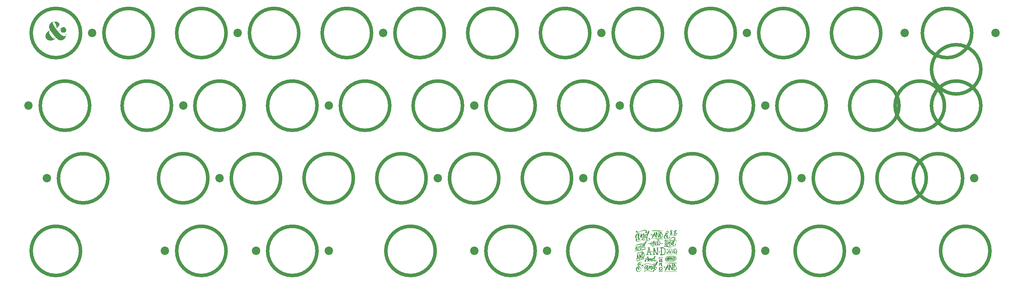
<source format=gbr>
%TF.GenerationSoftware,KiCad,Pcbnew,8.0.8*%
%TF.CreationDate,2025-02-20T19:21:00+01:00*%
%TF.ProjectId,ampersand,616d7065-7273-4616-9e64-2e6b69636164,rev?*%
%TF.SameCoordinates,Original*%
%TF.FileFunction,Legend,Top*%
%TF.FilePolarity,Positive*%
%FSLAX46Y46*%
G04 Gerber Fmt 4.6, Leading zero omitted, Abs format (unit mm)*
G04 Created by KiCad (PCBNEW 8.0.8) date 2025-02-20 19:21:00*
%MOMM*%
%LPD*%
G01*
G04 APERTURE LIST*
%ADD10C,0.900000*%
%ADD11C,0.000000*%
%ADD12C,2.200000*%
G04 APERTURE END LIST*
D10*
%TO.C,SW_EC42*%
X152517000Y-91281250D02*
G75*
G02*
X139583000Y-91281250I-6467000J0D01*
G01*
X139583000Y-91281250D02*
G75*
G02*
X152517000Y-91281250I6467000J0D01*
G01*
%TO.C,SW_EC29*%
X85842000Y-72231250D02*
G75*
G02*
X72908000Y-72231250I-6467000J0D01*
G01*
X72908000Y-72231250D02*
G75*
G02*
X85842000Y-72231250I6467000J0D01*
G01*
%TO.C,SW_EC8*%
X166804500Y-34131250D02*
G75*
G02*
X153870500Y-34131250I-6467000J0D01*
G01*
X153870500Y-34131250D02*
G75*
G02*
X166804500Y-34131250I6467000J0D01*
G01*
%TO.C,SW_EC4*%
X90604501Y-34131250D02*
G75*
G02*
X77670501Y-34131250I-6467000J0D01*
G01*
X77670501Y-34131250D02*
G75*
G02*
X90604501Y-34131250I6467000J0D01*
G01*
%TO.C,SW_EC50*%
X271579500Y-91281250D02*
G75*
G02*
X258645500Y-91281250I-6467000J0D01*
G01*
X258645500Y-91281250D02*
G75*
G02*
X271579500Y-91281250I6467000J0D01*
G01*
%TO.C,SW_EC24*%
X228717000Y-53181250D02*
G75*
G02*
X215783000Y-53181250I-6467000J0D01*
G01*
X215783000Y-53181250D02*
G75*
G02*
X228717000Y-53181250I6467000J0D01*
G01*
%TO.C,SW_EC13*%
X266817000Y-34131250D02*
G75*
G02*
X253883000Y-34131250I-6467000J0D01*
G01*
X253883000Y-34131250D02*
G75*
G02*
X266817000Y-34131250I6467000J0D01*
G01*
D11*
%TO.C,G\u002A\u002A\u002A*%
G36*
X26547179Y-31099703D02*
G01*
X26603749Y-31101027D01*
X26665005Y-31103372D01*
X26728222Y-31106616D01*
X26790674Y-31110637D01*
X26849636Y-31115314D01*
X26900765Y-31120346D01*
X27046769Y-31140014D01*
X27181224Y-31165445D01*
X27304171Y-31196662D01*
X27415654Y-31233683D01*
X27515714Y-31276529D01*
X27604393Y-31325221D01*
X27681734Y-31379780D01*
X27747777Y-31440225D01*
X27802566Y-31506577D01*
X27846143Y-31578858D01*
X27847305Y-31581172D01*
X27869281Y-31629684D01*
X27884990Y-31675993D01*
X27895330Y-31724027D01*
X27901203Y-31777719D01*
X27903247Y-31825393D01*
X27902384Y-31898536D01*
X27895807Y-31964619D01*
X27882672Y-32027331D01*
X27862136Y-32090362D01*
X27833353Y-32157399D01*
X27821849Y-32181135D01*
X27769961Y-32271687D01*
X27705875Y-32359219D01*
X27630055Y-32443356D01*
X27542964Y-32523725D01*
X27445066Y-32599953D01*
X27336827Y-32671666D01*
X27218709Y-32738491D01*
X27091176Y-32800055D01*
X27010289Y-32834329D01*
X26978628Y-32847182D01*
X26951468Y-32858386D01*
X26930961Y-32867041D01*
X26919256Y-32872244D01*
X26917381Y-32873264D01*
X26917217Y-32875973D01*
X26919775Y-32882212D01*
X26925724Y-32893066D01*
X26935730Y-32909618D01*
X26950462Y-32932951D01*
X26970585Y-32964149D01*
X26996766Y-33004295D01*
X27018200Y-33036996D01*
X27165356Y-33251603D01*
X27320448Y-33458751D01*
X27485799Y-33661527D01*
X27509813Y-33689643D01*
X27536241Y-33720088D01*
X27564743Y-33752368D01*
X27593940Y-33784980D01*
X27622453Y-33816420D01*
X27648904Y-33845184D01*
X27671914Y-33869772D01*
X27690102Y-33888678D01*
X27702091Y-33900400D01*
X27706029Y-33903514D01*
X27709473Y-33898438D01*
X27715963Y-33883213D01*
X27724649Y-33860027D01*
X27734679Y-33831065D01*
X27737467Y-33822664D01*
X27792660Y-33669266D01*
X27855392Y-33521289D01*
X27924857Y-33380332D01*
X28000252Y-33247994D01*
X28080772Y-33125873D01*
X28104571Y-33093129D01*
X28143527Y-33043832D01*
X28189059Y-32991391D01*
X28238828Y-32938154D01*
X28290497Y-32886465D01*
X28341728Y-32838671D01*
X28390183Y-32797118D01*
X28429874Y-32766719D01*
X28520143Y-32708927D01*
X28613515Y-32661178D01*
X28708158Y-32624273D01*
X28802240Y-32599011D01*
X28823654Y-32594923D01*
X28867342Y-32589422D01*
X28918810Y-32586385D01*
X28973555Y-32585806D01*
X29027072Y-32587676D01*
X29074855Y-32591987D01*
X29096984Y-32595383D01*
X29191688Y-32619002D01*
X29280036Y-32653359D01*
X29361366Y-32697854D01*
X29435017Y-32751886D01*
X29500327Y-32814856D01*
X29556635Y-32886165D01*
X29603280Y-32965213D01*
X29639601Y-33051399D01*
X29654824Y-33101207D01*
X29675249Y-33200371D01*
X29683861Y-33299288D01*
X29680927Y-33396870D01*
X29666712Y-33492030D01*
X29641484Y-33583681D01*
X29605509Y-33670736D01*
X29559053Y-33752108D01*
X29502382Y-33826710D01*
X29468045Y-33863382D01*
X29414628Y-33911340D01*
X29357549Y-33951869D01*
X29292197Y-33988242D01*
X29291858Y-33988411D01*
X29209663Y-34022296D01*
X29122134Y-34045374D01*
X29031048Y-34057645D01*
X28938182Y-34059108D01*
X28845312Y-34049763D01*
X28754218Y-34029608D01*
X28666675Y-33998644D01*
X28644367Y-33988659D01*
X28569087Y-33946355D01*
X28500588Y-33893611D01*
X28439671Y-33831458D01*
X28387137Y-33760929D01*
X28343786Y-33683054D01*
X28310420Y-33598865D01*
X28293469Y-33536880D01*
X28278458Y-33441892D01*
X28276261Y-33347708D01*
X28286762Y-33254816D01*
X28309840Y-33163704D01*
X28345380Y-33074860D01*
X28393262Y-32988772D01*
X28442611Y-32919357D01*
X28457397Y-32899989D01*
X28467886Y-32885167D01*
X28472478Y-32877200D01*
X28472322Y-32876450D01*
X28461096Y-32879925D01*
X28441974Y-32889307D01*
X28417621Y-32903031D01*
X28390701Y-32919533D01*
X28363879Y-32937247D01*
X28341770Y-32953125D01*
X28268245Y-33015604D01*
X28197230Y-33090028D01*
X28128658Y-33176510D01*
X28062461Y-33275162D01*
X27998573Y-33386096D01*
X27936925Y-33509422D01*
X27877452Y-33645254D01*
X27820085Y-33793704D01*
X27795191Y-33863926D01*
X27784080Y-33897034D01*
X27774890Y-33926243D01*
X27768317Y-33949189D01*
X27765057Y-33963510D01*
X27764890Y-33966709D01*
X27770139Y-33975009D01*
X27783381Y-33991180D01*
X27803431Y-34013976D01*
X27829105Y-34042149D01*
X27859219Y-34074453D01*
X27892587Y-34109642D01*
X27928027Y-34146469D01*
X27964353Y-34183688D01*
X28000382Y-34220051D01*
X28034928Y-34254313D01*
X28066808Y-34285226D01*
X28074131Y-34292199D01*
X28196968Y-34405768D01*
X28314134Y-34508113D01*
X28425974Y-34599466D01*
X28532829Y-34680055D01*
X28635042Y-34750113D01*
X28732956Y-34809869D01*
X28826913Y-34859553D01*
X28917256Y-34899396D01*
X29004328Y-34929629D01*
X29034636Y-34938125D01*
X29104169Y-34951393D01*
X29176006Y-34955995D01*
X29246309Y-34951943D01*
X29311244Y-34939249D01*
X29318080Y-34937270D01*
X29360791Y-34923399D01*
X29395151Y-34909379D01*
X29425583Y-34893037D01*
X29456515Y-34872201D01*
X29467994Y-34863659D01*
X29520031Y-34816789D01*
X29562581Y-34761980D01*
X29596104Y-34698517D01*
X29620959Y-34626055D01*
X29626847Y-34601356D01*
X29630935Y-34576412D01*
X29633539Y-34547944D01*
X29634971Y-34512674D01*
X29635507Y-34474056D01*
X29635413Y-34434720D01*
X29634702Y-34395645D01*
X29633484Y-34360636D01*
X29631869Y-34333497D01*
X29631267Y-34326908D01*
X29626371Y-34280015D01*
X29648300Y-34280015D01*
X29658306Y-34280411D01*
X29665696Y-34282818D01*
X29671107Y-34289063D01*
X29675173Y-34300971D01*
X29678532Y-34320371D01*
X29681819Y-34349089D01*
X29685462Y-34386738D01*
X29690744Y-34509125D01*
X29684088Y-34634153D01*
X29665927Y-34760689D01*
X29636696Y-34887597D01*
X29596830Y-35013746D01*
X29546763Y-35138002D01*
X29486929Y-35259230D01*
X29417763Y-35376299D01*
X29339700Y-35488073D01*
X29253173Y-35593420D01*
X29201847Y-35648503D01*
X29101060Y-35743546D01*
X28995932Y-35826413D01*
X28886415Y-35897131D01*
X28772461Y-35955730D01*
X28654022Y-36002235D01*
X28531048Y-36036675D01*
X28513958Y-36040431D01*
X28463405Y-36048554D01*
X28403900Y-36053841D01*
X28339112Y-36056290D01*
X28272709Y-36055900D01*
X28208361Y-36052670D01*
X28149736Y-36046597D01*
X28113634Y-36040567D01*
X28038996Y-36023019D01*
X27966455Y-36000667D01*
X27892372Y-35972230D01*
X27813108Y-35936424D01*
X27799240Y-35929700D01*
X27713301Y-35884523D01*
X27626752Y-35832592D01*
X27538618Y-35773178D01*
X27447922Y-35705550D01*
X27353687Y-35628979D01*
X27254936Y-35542735D01*
X27150694Y-35446087D01*
X27144903Y-35440570D01*
X27040350Y-35340844D01*
X27000408Y-35390936D01*
X26892313Y-35517664D01*
X26779669Y-35632444D01*
X26662543Y-35735223D01*
X26541006Y-35825950D01*
X26415126Y-35904573D01*
X26284972Y-35971038D01*
X26168602Y-36018829D01*
X26042814Y-36058511D01*
X25911103Y-36087980D01*
X25775919Y-36106880D01*
X25639712Y-36114859D01*
X25519255Y-36112468D01*
X25379713Y-36098811D01*
X25245388Y-36074610D01*
X25116846Y-36040149D01*
X24994656Y-35995715D01*
X24879386Y-35941595D01*
X24771603Y-35878072D01*
X24671876Y-35805435D01*
X24580772Y-35723967D01*
X24498860Y-35633955D01*
X24455001Y-35576857D01*
X24427349Y-35534893D01*
X24398122Y-35484435D01*
X24369321Y-35429420D01*
X24342946Y-35373786D01*
X24320998Y-35321470D01*
X24310436Y-35292263D01*
X24279598Y-35179488D01*
X24260601Y-35062897D01*
X24253302Y-34943555D01*
X24257564Y-34822528D01*
X24273245Y-34700883D01*
X24300207Y-34579685D01*
X24338308Y-34459999D01*
X24387410Y-34342893D01*
X24447372Y-34229431D01*
X24450634Y-34223905D01*
X24495096Y-34152878D01*
X24541743Y-34086645D01*
X24592670Y-34022619D01*
X24649976Y-33958213D01*
X24715756Y-33890842D01*
X24739180Y-33868002D01*
X24827636Y-33788444D01*
X25192823Y-33788444D01*
X25194763Y-33843321D01*
X25200669Y-33897344D01*
X25211063Y-33952596D01*
X25226468Y-34011160D01*
X25247406Y-34075117D01*
X25274400Y-34146552D01*
X25295705Y-34198610D01*
X25334556Y-34285034D01*
X25381278Y-34378416D01*
X25434551Y-34476612D01*
X25493058Y-34577473D01*
X25555480Y-34678854D01*
X25620499Y-34778607D01*
X25686796Y-34874588D01*
X25753053Y-34964648D01*
X25812496Y-35040010D01*
X25880080Y-35119263D01*
X25950640Y-35195978D01*
X26023119Y-35269285D01*
X26096458Y-35338313D01*
X26169598Y-35402194D01*
X26241480Y-35460057D01*
X26311047Y-35511033D01*
X26377239Y-35554251D01*
X26438997Y-35588842D01*
X26495265Y-35613935D01*
X26521801Y-35622883D01*
X26544106Y-35627099D01*
X26573085Y-35629456D01*
X26599506Y-35629560D01*
X26630761Y-35627069D01*
X26656396Y-35621201D01*
X26683555Y-35610146D01*
X26691899Y-35606124D01*
X26726918Y-35585269D01*
X26765425Y-35555310D01*
X26807868Y-35515792D01*
X26854694Y-35466259D01*
X26906352Y-35406255D01*
X26963289Y-35335325D01*
X26982654Y-35310300D01*
X26981470Y-35303835D01*
X26972918Y-35290283D01*
X26956611Y-35269147D01*
X26932157Y-35239932D01*
X26899167Y-35202142D01*
X26886076Y-35187408D01*
X26748606Y-35030451D01*
X26611576Y-34868335D01*
X26474342Y-34700215D01*
X26336260Y-34525246D01*
X26196687Y-34342586D01*
X26054978Y-34151390D01*
X25910492Y-33950814D01*
X25762583Y-33740014D01*
X25610608Y-33518147D01*
X25591351Y-33489679D01*
X25544638Y-33420529D01*
X25501223Y-33436640D01*
X25462526Y-33452201D01*
X25421603Y-33470704D01*
X25381452Y-33490610D01*
X25345071Y-33510379D01*
X25315456Y-33528471D01*
X25298722Y-33540644D01*
X25254991Y-33584436D01*
X25221608Y-33635249D01*
X25209658Y-33660690D01*
X25202655Y-33678351D01*
X25197887Y-33694237D01*
X25194939Y-33711494D01*
X25193397Y-33733270D01*
X25192845Y-33762711D01*
X25192823Y-33788444D01*
X24827636Y-33788444D01*
X24848151Y-33769993D01*
X24965633Y-33678288D01*
X25093155Y-33591743D01*
X25176449Y-33541043D01*
X25204718Y-33525086D01*
X25240068Y-33506012D01*
X25280168Y-33484994D01*
X25322685Y-33463203D01*
X25365287Y-33441811D01*
X25405644Y-33421991D01*
X25441422Y-33404914D01*
X25470290Y-33391751D01*
X25488666Y-33384135D01*
X25506587Y-33377056D01*
X25514433Y-33371695D01*
X25514308Y-33365400D01*
X25509688Y-33357618D01*
X25428334Y-33223730D01*
X25358894Y-33088712D01*
X25301598Y-32953118D01*
X25256671Y-32817500D01*
X25224342Y-32682410D01*
X25218472Y-32650068D01*
X25212007Y-32601386D01*
X25207307Y-32543909D01*
X25204439Y-32481335D01*
X25203467Y-32417359D01*
X25204457Y-32355677D01*
X25207475Y-32299987D01*
X25211569Y-32260949D01*
X25235295Y-32135690D01*
X25271155Y-32013553D01*
X25318551Y-31895382D01*
X25376883Y-31782019D01*
X25445552Y-31674307D01*
X25523959Y-31573088D01*
X25611505Y-31479206D01*
X25707591Y-31393504D01*
X25730538Y-31376589D01*
X26162305Y-31376589D01*
X26165187Y-31431231D01*
X26175984Y-31494037D01*
X26194768Y-31565270D01*
X26221615Y-31645195D01*
X26256597Y-31734075D01*
X26299789Y-31832174D01*
X26351263Y-31939756D01*
X26373606Y-31984354D01*
X26411191Y-32056639D01*
X26453542Y-32134801D01*
X26499571Y-32217031D01*
X26548189Y-32301522D01*
X26598310Y-32386468D01*
X26648844Y-32470062D01*
X26698705Y-32550495D01*
X26746803Y-32625963D01*
X26792052Y-32694656D01*
X26833363Y-32754768D01*
X26858099Y-32789076D01*
X26871809Y-32807018D01*
X26882976Y-32817815D01*
X26894614Y-32821846D01*
X26909739Y-32819493D01*
X26931366Y-32811134D01*
X26953715Y-32801132D01*
X27014981Y-32768506D01*
X27068332Y-32730152D01*
X27112269Y-32687378D01*
X27145293Y-32641492D01*
X27152791Y-32627430D01*
X27161977Y-32607359D01*
X27167619Y-32589990D01*
X27170539Y-32570947D01*
X27171557Y-32545852D01*
X27171602Y-32527176D01*
X27167381Y-32465389D01*
X27155221Y-32393753D01*
X27135223Y-32312555D01*
X27107488Y-32222079D01*
X27072115Y-32122612D01*
X27029206Y-32014440D01*
X26978860Y-31897849D01*
X26921178Y-31773126D01*
X26871048Y-31670160D01*
X26824861Y-31579191D01*
X26782237Y-31499590D01*
X26742585Y-31430478D01*
X26705315Y-31370971D01*
X26669835Y-31320189D01*
X26635554Y-31277249D01*
X26601882Y-31241270D01*
X26568227Y-31211371D01*
X26558345Y-31203681D01*
X26523456Y-31178998D01*
X26493670Y-31162368D01*
X26465272Y-31152380D01*
X26434545Y-31147625D01*
X26408101Y-31146645D01*
X26380666Y-31147080D01*
X26359970Y-31149511D01*
X26340692Y-31155207D01*
X26317509Y-31165436D01*
X26306273Y-31170921D01*
X26254735Y-31202182D01*
X26213782Y-31239589D01*
X26184072Y-31282520D01*
X26179991Y-31290738D01*
X26167264Y-31329846D01*
X26162305Y-31376589D01*
X25730538Y-31376589D01*
X25811618Y-31316823D01*
X25922986Y-31250008D01*
X25934562Y-31243871D01*
X26048677Y-31190705D01*
X26164821Y-31149944D01*
X26284312Y-31121226D01*
X26408470Y-31104190D01*
X26458996Y-31100606D01*
X26498019Y-31099522D01*
X26547179Y-31099703D01*
G37*
D10*
%TO.C,SW_EC28*%
X66792000Y-72231250D02*
G75*
G02*
X53858000Y-72231250I-6467000J0D01*
G01*
X53858000Y-72231250D02*
G75*
G02*
X66792000Y-72231250I6467000J0D01*
G01*
%TO.C,SW_EC18*%
X114417000Y-53181250D02*
G75*
G02*
X101483000Y-53181250I-6467000J0D01*
G01*
X101483000Y-53181250D02*
G75*
G02*
X114417000Y-53181250I6467000J0D01*
G01*
%TO.C,SW_EC40*%
X71554500Y-91281250D02*
G75*
G02*
X58620500Y-91281250I-6467000J0D01*
G01*
X58620500Y-91281250D02*
G75*
G02*
X71554500Y-91281250I6467000J0D01*
G01*
%TO.C,SW_EC26*%
X269198250Y-53181250D02*
G75*
G02*
X256264250Y-53181250I-6467000J0D01*
G01*
X256264250Y-53181250D02*
G75*
G02*
X269198250Y-53181250I6467000J0D01*
G01*
%TO.C,SW_EC35*%
X200142000Y-72231250D02*
G75*
G02*
X187208000Y-72231250I-6467000J0D01*
G01*
X187208000Y-72231250D02*
G75*
G02*
X200142000Y-72231250I6467000J0D01*
G01*
%TO.C,SW_EC32*%
X142992000Y-72231250D02*
G75*
G02*
X130058000Y-72231250I-6467000J0D01*
G01*
X130058000Y-72231250D02*
G75*
G02*
X142992000Y-72231250I6467000J0D01*
G01*
%TO.C,SW_EC31*%
X123942000Y-72231250D02*
G75*
G02*
X111008000Y-72231250I-6467000J0D01*
G01*
X111008000Y-72231250D02*
G75*
G02*
X123942000Y-72231250I6467000J0D01*
G01*
%TO.C,SW_EC14*%
X35835750Y-53181250D02*
G75*
G02*
X22901750Y-53181250I-6467000J0D01*
G01*
X22901750Y-53181250D02*
G75*
G02*
X35835750Y-53181250I6467000J0D01*
G01*
D11*
%TO.C,G\u002A\u002A\u002A*%
G36*
X185055913Y-91338980D02*
G01*
X185094690Y-91365465D01*
X185120077Y-91404729D01*
X185131407Y-91452781D01*
X185128014Y-91505630D01*
X185109231Y-91559286D01*
X185074391Y-91609757D01*
X185054535Y-91629287D01*
X185012417Y-91657178D01*
X184971900Y-91663036D01*
X184934434Y-91651251D01*
X184911237Y-91632303D01*
X184889365Y-91602910D01*
X184887705Y-91599931D01*
X184876815Y-91576136D01*
X184872697Y-91552771D01*
X184874950Y-91521591D01*
X184881919Y-91480965D01*
X184901990Y-91411144D01*
X184931668Y-91362382D01*
X184970539Y-91335194D01*
X185004413Y-91329265D01*
X185055913Y-91338980D01*
G37*
G36*
X183128719Y-91326096D02*
G01*
X183172892Y-91358074D01*
X183198000Y-91386476D01*
X183210054Y-91413013D01*
X183213610Y-91449140D01*
X183213705Y-91460703D01*
X183210365Y-91503866D01*
X183201905Y-91542375D01*
X183196723Y-91555357D01*
X183169485Y-91587914D01*
X183130219Y-91612184D01*
X183087858Y-91623923D01*
X183057656Y-91621412D01*
X183003174Y-91593026D01*
X182966839Y-91550072D01*
X182950414Y-91494886D01*
X182949622Y-91478287D01*
X182956739Y-91437666D01*
X182974983Y-91393970D01*
X182999694Y-91355906D01*
X183026210Y-91332183D01*
X183028388Y-91331111D01*
X183081092Y-91317027D01*
X183128719Y-91326096D01*
G37*
G36*
X185508288Y-89225451D02*
G01*
X185575762Y-89267247D01*
X185630560Y-89312976D01*
X185674895Y-89349308D01*
X185708531Y-89365893D01*
X185734228Y-89362867D01*
X185754745Y-89340364D01*
X185764911Y-89319521D01*
X185788476Y-89277812D01*
X185817129Y-89257306D01*
X185850721Y-89254745D01*
X185883828Y-89268689D01*
X185903800Y-89297968D01*
X185909880Y-89337344D01*
X185901312Y-89381579D01*
X185877339Y-89425438D01*
X185875699Y-89427557D01*
X185830172Y-89467354D01*
X185774703Y-89487603D01*
X185715123Y-89486859D01*
X185680482Y-89476021D01*
X185656031Y-89459801D01*
X185622512Y-89430415D01*
X185585995Y-89393328D01*
X185574645Y-89380702D01*
X185517887Y-89323876D01*
X185467320Y-89289993D01*
X185422618Y-89278889D01*
X185388159Y-89287675D01*
X185368371Y-89302060D01*
X185364052Y-89320126D01*
X185374456Y-89348825D01*
X185380347Y-89360567D01*
X185390799Y-89400775D01*
X185381843Y-89434800D01*
X185357997Y-89458418D01*
X185323781Y-89467403D01*
X185283713Y-89457531D01*
X185279187Y-89455138D01*
X185252275Y-89428139D01*
X185242638Y-89390343D01*
X185249090Y-89346301D01*
X185270443Y-89300562D01*
X185305510Y-89257677D01*
X185337434Y-89231890D01*
X185390198Y-89208070D01*
X185446791Y-89205825D01*
X185508288Y-89225451D01*
G37*
G36*
X180735723Y-91348263D02*
G01*
X180740144Y-91352491D01*
X180760290Y-91379324D01*
X180763767Y-91404480D01*
X180749295Y-91429109D01*
X180715594Y-91454360D01*
X180661384Y-91481384D01*
X180585386Y-91511329D01*
X180548866Y-91524289D01*
X180490433Y-91544210D01*
X180414689Y-91569513D01*
X180327217Y-91598361D01*
X180233603Y-91628920D01*
X180139431Y-91659352D01*
X180086720Y-91676233D01*
X179982618Y-91709822D01*
X179864649Y-91748508D01*
X179741466Y-91789414D01*
X179621720Y-91829663D01*
X179514065Y-91866377D01*
X179489890Y-91874723D01*
X179409081Y-91902409D01*
X179334886Y-91927271D01*
X179270580Y-91948256D01*
X179219435Y-91964311D01*
X179184724Y-91974386D01*
X179170259Y-91977469D01*
X179143348Y-91968736D01*
X179132549Y-91959620D01*
X179120434Y-91929410D01*
X179130838Y-91896915D01*
X179162529Y-91863363D01*
X179214276Y-91829982D01*
X179284849Y-91798000D01*
X179300472Y-91792114D01*
X179407111Y-91753548D01*
X179523031Y-91712431D01*
X179645637Y-91669624D01*
X179772330Y-91625988D01*
X179900511Y-91582383D01*
X180027584Y-91539672D01*
X180150950Y-91498714D01*
X180268011Y-91460371D01*
X180376169Y-91425503D01*
X180472826Y-91394972D01*
X180555385Y-91369639D01*
X180621248Y-91350364D01*
X180667815Y-91338009D01*
X180677124Y-91335889D01*
X180710295Y-91334016D01*
X180735723Y-91348263D01*
G37*
G36*
X182635865Y-89167411D02*
G01*
X182665489Y-89193028D01*
X182683026Y-89231224D01*
X182685539Y-89254708D01*
X182674943Y-89308047D01*
X182646655Y-89360951D01*
X182605926Y-89407022D01*
X182558004Y-89439862D01*
X182524178Y-89451336D01*
X182494633Y-89454929D01*
X182468203Y-89451946D01*
X182440091Y-89440149D01*
X182405498Y-89417297D01*
X182359626Y-89381153D01*
X182341246Y-89365968D01*
X182292426Y-89327135D01*
X182256238Y-89302984D01*
X182228515Y-89291046D01*
X182210657Y-89288622D01*
X182171478Y-89297166D01*
X182144448Y-89323851D01*
X182128393Y-89370260D01*
X182123727Y-89405845D01*
X182114986Y-89457068D01*
X182098239Y-89486139D01*
X182072481Y-89493872D01*
X182036707Y-89481079D01*
X182033209Y-89479092D01*
X182008859Y-89453703D01*
X181990762Y-89414961D01*
X181982920Y-89373412D01*
X181984799Y-89351541D01*
X182010610Y-89287642D01*
X182052579Y-89241267D01*
X182109554Y-89213302D01*
X182175496Y-89204596D01*
X182217415Y-89208109D01*
X182257111Y-89220367D01*
X182299737Y-89243947D01*
X182350443Y-89281427D01*
X182383126Y-89308460D01*
X182420010Y-89338194D01*
X182451283Y-89360617D01*
X182471574Y-89371966D01*
X182474686Y-89372649D01*
X182499752Y-89362399D01*
X182512593Y-89332681D01*
X182512590Y-89285044D01*
X182511890Y-89279570D01*
X182508770Y-89240222D01*
X182514318Y-89213232D01*
X182529591Y-89189187D01*
X182562403Y-89163174D01*
X182599665Y-89156687D01*
X182635865Y-89167411D01*
G37*
G36*
X187660721Y-88327478D02*
G01*
X187666307Y-88350333D01*
X187660516Y-88383957D01*
X187641910Y-88425207D01*
X187630466Y-88443271D01*
X187597602Y-88482437D01*
X187557192Y-88513128D01*
X187506363Y-88536162D01*
X187442240Y-88552356D01*
X187361950Y-88562525D01*
X187262619Y-88567486D01*
X187190428Y-88568305D01*
X187115966Y-88569481D01*
X187035804Y-88572599D01*
X186960397Y-88577161D01*
X186908339Y-88581748D01*
X186790669Y-88599325D01*
X186682552Y-88625002D01*
X186586408Y-88657647D01*
X186504657Y-88696130D01*
X186439719Y-88739319D01*
X186394015Y-88786082D01*
X186370529Y-88833112D01*
X186357997Y-88866002D01*
X186341788Y-88879494D01*
X186333849Y-88880494D01*
X186310870Y-88872299D01*
X186302823Y-88861982D01*
X186298309Y-88827954D01*
X186302646Y-88779960D01*
X186314508Y-88725777D01*
X186332566Y-88673183D01*
X186336668Y-88663835D01*
X186386223Y-88583695D01*
X186455418Y-88514002D01*
X186541698Y-88456055D01*
X186642507Y-88411148D01*
X186755292Y-88380578D01*
X186877497Y-88365640D01*
X186927075Y-88364331D01*
X186975567Y-88366399D01*
X187040177Y-88372069D01*
X187113421Y-88380545D01*
X187187816Y-88391029D01*
X187208599Y-88394341D01*
X187302985Y-88409239D01*
X187377274Y-88419043D01*
X187434903Y-88423397D01*
X187479309Y-88421947D01*
X187513931Y-88414338D01*
X187542206Y-88400214D01*
X187567571Y-88379222D01*
X187590072Y-88354950D01*
X187621166Y-88326644D01*
X187645195Y-88318534D01*
X187660721Y-88327478D01*
G37*
G36*
X185841785Y-92859363D02*
G01*
X185842773Y-92859871D01*
X185879277Y-92887237D01*
X185898118Y-92925122D01*
X185902552Y-92968576D01*
X185891383Y-93024611D01*
X185860358Y-93073036D01*
X185813201Y-93110755D01*
X185753637Y-93134670D01*
X185694249Y-93141836D01*
X185655844Y-93137529D01*
X185600258Y-93125415D01*
X185532559Y-93106706D01*
X185485363Y-93091879D01*
X185394549Y-93064331D01*
X185321062Y-93047657D01*
X185260970Y-93041569D01*
X185210343Y-93045783D01*
X185165252Y-93060013D01*
X185149716Y-93067482D01*
X185110297Y-93092241D01*
X185087372Y-93120091D01*
X185077412Y-93157869D01*
X185076723Y-93208800D01*
X185077086Y-93249274D01*
X185072070Y-93274615D01*
X185058916Y-93293556D01*
X185046247Y-93305242D01*
X185005842Y-93329223D01*
X184965940Y-93329764D01*
X184924048Y-93306820D01*
X184919380Y-93303003D01*
X184881409Y-93257932D01*
X184863983Y-93206776D01*
X184865358Y-93152368D01*
X184883789Y-93097543D01*
X184917531Y-93045133D01*
X184964841Y-92997972D01*
X185023974Y-92958894D01*
X185093185Y-92930733D01*
X185156543Y-92917739D01*
X185219825Y-92916949D01*
X185295091Y-92928722D01*
X185384928Y-92953611D01*
X185476418Y-92986159D01*
X185537777Y-93009141D01*
X185582361Y-93024123D01*
X185615489Y-93032489D01*
X185642485Y-93035623D01*
X185664912Y-93035184D01*
X185676818Y-93030814D01*
X185681248Y-93015971D01*
X185679495Y-92984800D01*
X185678324Y-92974453D01*
X185675474Y-92937065D01*
X185680342Y-92912648D01*
X185696207Y-92890582D01*
X185707975Y-92878422D01*
X185748903Y-92849240D01*
X185792340Y-92843047D01*
X185841785Y-92859363D01*
G37*
G36*
X185810475Y-96399082D02*
G01*
X185839510Y-96413301D01*
X185865759Y-96444212D01*
X185881903Y-96487441D01*
X185884865Y-96532350D01*
X185880004Y-96553283D01*
X185852938Y-96599648D01*
X185810205Y-96646196D01*
X185759047Y-96685944D01*
X185721232Y-96706358D01*
X185645247Y-96729029D01*
X185563947Y-96732946D01*
X185474205Y-96717942D01*
X185384292Y-96688379D01*
X185308229Y-96659661D01*
X185249807Y-96640395D01*
X185204939Y-96629813D01*
X185169539Y-96627151D01*
X185139524Y-96631644D01*
X185119305Y-96638730D01*
X185092314Y-96651679D01*
X185079069Y-96666200D01*
X185074692Y-96690724D01*
X185074291Y-96716490D01*
X185068080Y-96766755D01*
X185048187Y-96798251D01*
X185012722Y-96813120D01*
X184987385Y-96814993D01*
X184951642Y-96809382D01*
X184922877Y-96788736D01*
X184913307Y-96778061D01*
X184887701Y-96730552D01*
X184882207Y-96677014D01*
X184895478Y-96622181D01*
X184926165Y-96570784D01*
X184972922Y-96527557D01*
X184987243Y-96518417D01*
X185022121Y-96500146D01*
X185054783Y-96489933D01*
X185094791Y-96485596D01*
X185134310Y-96484889D01*
X185176737Y-96485783D01*
X185211374Y-96489751D01*
X185245403Y-96498720D01*
X185286008Y-96514616D01*
X185340372Y-96539367D01*
X185344376Y-96541246D01*
X185431234Y-96579783D01*
X185501653Y-96605291D01*
X185559104Y-96618156D01*
X185607059Y-96618765D01*
X185648987Y-96607503D01*
X185688361Y-96584757D01*
X185694479Y-96580213D01*
X185719193Y-96559932D01*
X185727479Y-96544970D01*
X185722321Y-96526522D01*
X185716573Y-96515052D01*
X185705924Y-96474034D01*
X185714620Y-96438095D01*
X185738031Y-96411069D01*
X185771526Y-96396787D01*
X185810475Y-96399082D01*
G37*
G36*
X181116328Y-93150909D02*
G01*
X181140410Y-93173949D01*
X181148000Y-93205088D01*
X181135674Y-93238196D01*
X181134050Y-93240336D01*
X181115702Y-93255764D01*
X181080955Y-93278669D01*
X181035006Y-93306051D01*
X180983058Y-93334910D01*
X180930309Y-93362244D01*
X180887592Y-93382549D01*
X180831490Y-93407350D01*
X180759334Y-93438651D01*
X180674733Y-93474937D01*
X180581293Y-93514695D01*
X180482620Y-93556411D01*
X180382323Y-93598570D01*
X180284008Y-93639660D01*
X180191283Y-93678167D01*
X180107753Y-93712576D01*
X180037027Y-93741374D01*
X179982711Y-93763046D01*
X179960680Y-93771555D01*
X179888854Y-93799120D01*
X179805424Y-93831780D01*
X179720938Y-93865372D01*
X179648582Y-93894656D01*
X179566852Y-93927778D01*
X179484641Y-93960453D01*
X179405207Y-93991450D01*
X179331805Y-94019537D01*
X179267692Y-94043481D01*
X179216126Y-94062049D01*
X179180361Y-94074009D01*
X179163802Y-94078131D01*
X179144094Y-94071723D01*
X179123087Y-94059445D01*
X179100259Y-94032532D01*
X179100261Y-94002651D01*
X179117415Y-93979223D01*
X179136548Y-93967452D01*
X179172716Y-93949476D01*
X179220589Y-93927819D01*
X179270463Y-93906780D01*
X179330502Y-93881802D01*
X179404233Y-93850375D01*
X179483506Y-93816012D01*
X179560169Y-93782228D01*
X179582561Y-93772228D01*
X179658196Y-93738807D01*
X179740484Y-93703245D01*
X179820743Y-93669245D01*
X179890293Y-93640513D01*
X179906663Y-93633917D01*
X179966398Y-93609525D01*
X180046650Y-93575946D01*
X180146016Y-93533783D01*
X180263092Y-93483639D01*
X180396475Y-93426118D01*
X180544760Y-93361823D01*
X180706546Y-93291356D01*
X180872968Y-93218590D01*
X180934994Y-93192275D01*
X180991546Y-93169857D01*
X181038005Y-93153050D01*
X181069749Y-93143567D01*
X181079176Y-93142095D01*
X181116328Y-93150909D01*
G37*
G36*
X181047153Y-89252823D02*
G01*
X181051432Y-89275954D01*
X181048892Y-89313149D01*
X181041116Y-89355979D01*
X181029685Y-89396018D01*
X181016180Y-89424836D01*
X181014425Y-89427230D01*
X180984309Y-89454380D01*
X180937885Y-89483305D01*
X180882166Y-89510071D01*
X180836956Y-89526855D01*
X180809797Y-89533180D01*
X180760958Y-89541972D01*
X180692606Y-89552923D01*
X180606910Y-89565726D01*
X180506037Y-89580075D01*
X180392152Y-89595661D01*
X180267425Y-89612177D01*
X180134022Y-89629316D01*
X179994111Y-89646771D01*
X179972684Y-89649399D01*
X179835666Y-89666471D01*
X179718805Y-89681861D01*
X179618372Y-89696294D01*
X179530637Y-89710494D01*
X179451870Y-89725186D01*
X179378343Y-89741094D01*
X179306325Y-89758942D01*
X179232088Y-89779454D01*
X179151901Y-89803355D01*
X179104743Y-89817948D01*
X178990246Y-89856170D01*
X178899538Y-89891897D01*
X178832534Y-89925168D01*
X178789151Y-89956023D01*
X178773339Y-89975219D01*
X178751762Y-89999905D01*
X178727796Y-90008879D01*
X178708367Y-89999863D01*
X178706503Y-89997198D01*
X178706511Y-89976109D01*
X178722010Y-89943673D01*
X178750303Y-89904213D01*
X178788694Y-89862052D01*
X178794131Y-89856747D01*
X178878634Y-89788566D01*
X178986617Y-89723994D01*
X179117816Y-89663105D01*
X179271964Y-89605976D01*
X179448796Y-89552682D01*
X179648047Y-89503299D01*
X179869450Y-89457903D01*
X180112740Y-89416571D01*
X180377652Y-89379376D01*
X180531333Y-89360841D01*
X180641516Y-89348265D01*
X180730444Y-89337992D01*
X180800705Y-89329545D01*
X180854890Y-89322446D01*
X180895590Y-89316217D01*
X180925394Y-89310380D01*
X180946892Y-89304457D01*
X180962674Y-89297970D01*
X180975330Y-89290441D01*
X180987450Y-89281393D01*
X180995300Y-89275226D01*
X181024453Y-89255958D01*
X181043425Y-89250516D01*
X181047153Y-89252823D01*
G37*
G36*
X181471299Y-90543345D02*
G01*
X181469623Y-90574924D01*
X181455704Y-90630544D01*
X181430098Y-90692353D01*
X181396903Y-90752857D01*
X181360213Y-90804562D01*
X181325147Y-90839229D01*
X181275088Y-90871784D01*
X181215629Y-90901963D01*
X181144578Y-90930434D01*
X181059742Y-90957862D01*
X180958926Y-90984917D01*
X180839938Y-91012263D01*
X180700584Y-91040570D01*
X180602883Y-91058915D01*
X180312057Y-91109103D01*
X180033892Y-91150537D01*
X179759188Y-91184389D01*
X179478745Y-91211833D01*
X179282467Y-91227261D01*
X179139538Y-91238410D01*
X179019685Y-91249771D01*
X178921973Y-91261467D01*
X178845473Y-91273622D01*
X178789249Y-91286358D01*
X178760016Y-91296286D01*
X178727929Y-91313738D01*
X178688092Y-91340651D01*
X178658490Y-91363602D01*
X178612212Y-91397510D01*
X178578380Y-91411663D01*
X178556140Y-91406292D01*
X178547863Y-91393431D01*
X178548570Y-91366355D01*
X178563735Y-91329898D01*
X178589521Y-91290224D01*
X178622089Y-91253496D01*
X178648657Y-91231590D01*
X178696213Y-91201160D01*
X178746296Y-91174277D01*
X178801308Y-91150340D01*
X178863656Y-91128753D01*
X178935744Y-91108914D01*
X179019978Y-91090227D01*
X179118762Y-91072092D01*
X179234500Y-91053911D01*
X179369599Y-91035084D01*
X179510539Y-91016991D01*
X179703847Y-90992498D01*
X179878081Y-90969499D01*
X180038072Y-90947269D01*
X180188650Y-90925086D01*
X180334646Y-90902226D01*
X180480892Y-90877967D01*
X180632217Y-90851585D01*
X180716436Y-90836438D01*
X180845909Y-90812561D01*
X180954213Y-90791468D01*
X181043900Y-90772236D01*
X181117521Y-90753941D01*
X181177627Y-90735660D01*
X181226769Y-90716470D01*
X181267499Y-90695447D01*
X181302368Y-90671670D01*
X181333926Y-90644214D01*
X181364725Y-90612156D01*
X181378143Y-90596988D01*
X181418465Y-90553586D01*
X181446868Y-90530314D01*
X181464198Y-90526968D01*
X181471299Y-90543345D01*
G37*
G36*
X186852227Y-96643593D02*
G01*
X186989806Y-96644000D01*
X187137259Y-96644660D01*
X187292819Y-96645556D01*
X187454720Y-96646673D01*
X187621196Y-96647993D01*
X187790480Y-96649499D01*
X187960806Y-96651176D01*
X188130408Y-96653007D01*
X188297520Y-96654975D01*
X188460374Y-96657064D01*
X188617205Y-96659257D01*
X188766247Y-96661539D01*
X188905732Y-96663891D01*
X189033895Y-96666298D01*
X189148969Y-96668744D01*
X189249189Y-96671211D01*
X189332787Y-96673684D01*
X189397997Y-96676145D01*
X189440906Y-96678431D01*
X189507172Y-96686810D01*
X189552047Y-96701249D01*
X189574955Y-96721281D01*
X189575316Y-96746438D01*
X189556846Y-96772122D01*
X189549731Y-96776930D01*
X189537467Y-96780832D01*
X189517808Y-96783904D01*
X189488511Y-96786226D01*
X189447332Y-96787875D01*
X189392027Y-96788930D01*
X189320353Y-96789467D01*
X189230064Y-96789566D01*
X189118919Y-96789303D01*
X189067692Y-96789113D01*
X188945279Y-96788378D01*
X188814519Y-96787156D01*
X188681116Y-96785530D01*
X188550777Y-96783582D01*
X188429210Y-96781394D01*
X188322119Y-96779050D01*
X188261295Y-96777432D01*
X188188357Y-96775517D01*
X188094658Y-96773398D01*
X187983443Y-96771131D01*
X187857956Y-96768773D01*
X187721442Y-96766381D01*
X187577146Y-96764013D01*
X187428313Y-96761724D01*
X187278188Y-96759571D01*
X187130016Y-96757612D01*
X187126937Y-96757573D01*
X186955965Y-96755297D01*
X186807806Y-96753050D01*
X186681263Y-96750795D01*
X186575143Y-96748496D01*
X186488250Y-96746118D01*
X186419389Y-96743625D01*
X186367365Y-96740980D01*
X186330983Y-96738148D01*
X186309048Y-96735094D01*
X186301678Y-96732820D01*
X186279048Y-96708766D01*
X186274669Y-96689095D01*
X186280487Y-96666616D01*
X186302052Y-96652946D01*
X186314011Y-96649209D01*
X186333017Y-96647384D01*
X186374260Y-96645927D01*
X186435975Y-96644823D01*
X186516396Y-96644053D01*
X186613756Y-96643603D01*
X186726288Y-96643455D01*
X186852227Y-96643593D01*
G37*
G36*
X186770241Y-94409584D02*
G01*
X186828208Y-94409828D01*
X186907941Y-94410157D01*
X187007201Y-94410561D01*
X187123747Y-94411032D01*
X187255339Y-94411561D01*
X187399737Y-94412138D01*
X187554700Y-94412756D01*
X187717989Y-94413404D01*
X187887361Y-94414075D01*
X188060578Y-94414758D01*
X188235399Y-94415445D01*
X188271355Y-94415586D01*
X189457786Y-94420239D01*
X189480736Y-94448577D01*
X189499311Y-94475259D01*
X189501078Y-94494046D01*
X189486570Y-94513648D01*
X189484823Y-94515412D01*
X189479036Y-94519198D01*
X189468671Y-94522449D01*
X189452018Y-94525204D01*
X189427367Y-94527503D01*
X189393010Y-94529386D01*
X189347236Y-94530893D01*
X189288336Y-94532063D01*
X189214601Y-94532938D01*
X189124320Y-94533555D01*
X189015784Y-94533957D01*
X188887284Y-94534181D01*
X188737111Y-94534269D01*
X188676568Y-94534275D01*
X188541163Y-94534206D01*
X188412946Y-94534010D01*
X188293917Y-94533696D01*
X188186073Y-94533276D01*
X188091413Y-94532763D01*
X188011937Y-94532167D01*
X187949641Y-94531500D01*
X187906526Y-94530774D01*
X187884589Y-94530001D01*
X187882175Y-94529668D01*
X187869606Y-94528592D01*
X187835124Y-94527088D01*
X187780817Y-94525216D01*
X187708775Y-94523031D01*
X187621086Y-94520594D01*
X187519839Y-94517962D01*
X187407125Y-94515192D01*
X187285031Y-94512343D01*
X187155647Y-94509474D01*
X187154049Y-94509439D01*
X187004241Y-94506178D01*
X186876635Y-94503309D01*
X186769432Y-94500736D01*
X186680830Y-94498365D01*
X186609031Y-94496100D01*
X186552233Y-94493845D01*
X186508636Y-94491505D01*
X186476440Y-94488985D01*
X186453846Y-94486188D01*
X186439052Y-94483020D01*
X186430259Y-94479385D01*
X186425666Y-94475187D01*
X186423586Y-94470694D01*
X186425862Y-94442577D01*
X186435903Y-94427903D01*
X186444290Y-94421893D01*
X186457839Y-94417260D01*
X186479368Y-94413851D01*
X186511696Y-94411510D01*
X186557640Y-94410084D01*
X186620019Y-94409417D01*
X186701652Y-94409356D01*
X186770241Y-94409584D01*
G37*
G36*
X187902940Y-92889825D02*
G01*
X187936431Y-92912922D01*
X187949496Y-92937637D01*
X187961380Y-92976801D01*
X187969965Y-93020875D01*
X187973136Y-93060321D01*
X187972212Y-93074161D01*
X187972274Y-93091111D01*
X187974478Y-93093821D01*
X187984387Y-93085666D01*
X188006799Y-93063750D01*
X188037874Y-93031896D01*
X188058279Y-93010449D01*
X188110849Y-92958667D01*
X188154542Y-92925665D01*
X188193042Y-92909764D01*
X188230031Y-92909285D01*
X188260003Y-92918453D01*
X188305679Y-92948255D01*
X188337214Y-92993981D01*
X188354636Y-93056237D01*
X188357977Y-93135632D01*
X188347264Y-93232773D01*
X188322528Y-93348268D01*
X188286903Y-93472872D01*
X188268764Y-93531396D01*
X188251890Y-93586990D01*
X188238459Y-93632418D01*
X188231912Y-93655631D01*
X188211158Y-93708140D01*
X188181426Y-93739884D01*
X188140106Y-93753246D01*
X188124123Y-93754029D01*
X188086704Y-93749392D01*
X188060271Y-93731934D01*
X188050797Y-93721019D01*
X188039138Y-93704550D01*
X188032034Y-93687155D01*
X188028854Y-93663344D01*
X188028967Y-93627628D01*
X188031742Y-93574516D01*
X188032520Y-93561968D01*
X188039858Y-93473954D01*
X188051017Y-93375458D01*
X188064624Y-93277140D01*
X188079308Y-93189660D01*
X188082763Y-93171846D01*
X188089977Y-93135834D01*
X188052901Y-93177847D01*
X187975259Y-93280849D01*
X187920091Y-93388019D01*
X187896257Y-93460920D01*
X187874179Y-93536740D01*
X187848721Y-93605526D01*
X187822023Y-93662357D01*
X187796225Y-93702317D01*
X187786942Y-93712199D01*
X187751032Y-93730435D01*
X187709434Y-93731642D01*
X187672507Y-93715975D01*
X187666155Y-93710396D01*
X187643258Y-93672751D01*
X187628540Y-93615750D01*
X187622415Y-93542758D01*
X187625302Y-93457139D01*
X187629646Y-93415430D01*
X187646625Y-93304323D01*
X187668475Y-93200674D01*
X187694207Y-93107317D01*
X187722832Y-93027086D01*
X187753360Y-92962816D01*
X187784803Y-92917339D01*
X187811007Y-92895834D01*
X187857831Y-92882800D01*
X187902940Y-92889825D01*
G37*
G36*
X186867386Y-89885579D02*
G01*
X186983817Y-89904360D01*
X187110830Y-89936362D01*
X187250801Y-89982123D01*
X187406111Y-90042183D01*
X187475047Y-90071184D01*
X187573567Y-90113169D01*
X187653654Y-90146345D01*
X187718748Y-90171803D01*
X187772285Y-90190638D01*
X187817703Y-90203941D01*
X187858441Y-90212805D01*
X187897936Y-90218325D01*
X187939627Y-90221592D01*
X187949887Y-90222140D01*
X188066585Y-90220135D01*
X188166554Y-90201382D01*
X188250553Y-90165584D01*
X188319340Y-90112441D01*
X188362181Y-90059865D01*
X188394131Y-90020147D01*
X188421522Y-89999594D01*
X188441377Y-89997305D01*
X188450716Y-90012377D01*
X188446562Y-90043911D01*
X188431316Y-90080789D01*
X188381995Y-90157770D01*
X188317823Y-90221224D01*
X188236624Y-90272670D01*
X188136222Y-90313629D01*
X188071064Y-90332483D01*
X188015022Y-90343884D01*
X187946903Y-90353392D01*
X187874440Y-90360358D01*
X187805366Y-90364132D01*
X187747412Y-90364064D01*
X187721125Y-90361900D01*
X187650361Y-90351666D01*
X187585802Y-90340664D01*
X187522240Y-90327689D01*
X187454469Y-90311537D01*
X187377282Y-90291003D01*
X187285472Y-90264883D01*
X187224282Y-90246938D01*
X187105616Y-90212154D01*
X187006618Y-90183913D01*
X186924056Y-90161541D01*
X186854701Y-90144364D01*
X186795324Y-90131710D01*
X186742693Y-90122904D01*
X186693578Y-90117272D01*
X186644751Y-90114141D01*
X186592979Y-90112838D01*
X186580765Y-90112728D01*
X186487135Y-90114063D01*
X186412800Y-90120146D01*
X186353343Y-90131986D01*
X186304346Y-90150591D01*
X186261390Y-90176967D01*
X186245895Y-90189103D01*
X186212245Y-90215249D01*
X186189882Y-90227156D01*
X186172883Y-90227329D01*
X186164252Y-90223642D01*
X186147545Y-90208514D01*
X186145699Y-90183870D01*
X186147375Y-90174171D01*
X186171541Y-90112914D01*
X186217409Y-90056164D01*
X186282906Y-90005094D01*
X186365960Y-89960881D01*
X186464497Y-89924697D01*
X186576444Y-89897719D01*
X186656753Y-89885517D01*
X186759158Y-89879478D01*
X186867386Y-89885579D01*
G37*
G36*
X189354908Y-91993480D02*
G01*
X189428947Y-92001666D01*
X189488589Y-92016402D01*
X189535598Y-92037778D01*
X189564762Y-92059236D01*
X189597223Y-92101711D01*
X189607859Y-92147490D01*
X189597622Y-92192279D01*
X189567461Y-92231789D01*
X189520062Y-92261013D01*
X189474965Y-92275235D01*
X189439690Y-92273304D01*
X189405725Y-92254564D01*
X189402328Y-92251942D01*
X189381908Y-92232302D01*
X189373478Y-92210090D01*
X189373445Y-92175213D01*
X189373701Y-92171519D01*
X189374794Y-92137330D01*
X189369573Y-92119487D01*
X189354968Y-92110552D01*
X189347637Y-92108309D01*
X189306612Y-92101680D01*
X189243698Y-92098224D01*
X189160786Y-92097836D01*
X189059771Y-92100409D01*
X188942544Y-92105835D01*
X188810999Y-92114008D01*
X188667028Y-92124822D01*
X188512525Y-92138169D01*
X188349381Y-92153943D01*
X188179489Y-92172037D01*
X188141257Y-92176334D01*
X187999920Y-92189670D01*
X187854070Y-92198462D01*
X187707665Y-92202781D01*
X187564667Y-92202699D01*
X187429034Y-92198287D01*
X187304727Y-92189616D01*
X187195706Y-92176757D01*
X187105930Y-92159782D01*
X187096928Y-92157546D01*
X187028361Y-92137258D01*
X186963841Y-92113170D01*
X186906553Y-92087064D01*
X186859683Y-92060722D01*
X186826419Y-92035925D01*
X186809947Y-92014454D01*
X186812823Y-91998692D01*
X186831148Y-91997000D01*
X186862749Y-92015223D01*
X186864840Y-92016780D01*
X186911688Y-92044344D01*
X186976029Y-92071508D01*
X187051419Y-92096031D01*
X187131413Y-92115672D01*
X187169258Y-92122659D01*
X187222231Y-92128670D01*
X187297275Y-92133185D01*
X187392494Y-92136133D01*
X187505994Y-92137444D01*
X187565075Y-92137474D01*
X187668153Y-92136234D01*
X187774180Y-92132912D01*
X187885642Y-92127293D01*
X188005028Y-92119165D01*
X188134826Y-92108312D01*
X188277524Y-92094522D01*
X188435609Y-92077579D01*
X188611570Y-92057271D01*
X188807893Y-92033383D01*
X188879489Y-92024437D01*
X189028762Y-92007321D01*
X189156580Y-91996397D01*
X189264707Y-91991753D01*
X189354908Y-91993480D01*
G37*
G36*
X183320089Y-88048803D02*
G01*
X183441362Y-88049169D01*
X183573610Y-88049728D01*
X183714971Y-88050466D01*
X183863584Y-88051370D01*
X184017588Y-88052425D01*
X184175121Y-88053617D01*
X184334321Y-88054933D01*
X184493326Y-88056359D01*
X184650276Y-88057881D01*
X184803309Y-88059484D01*
X184950563Y-88061155D01*
X185090176Y-88062879D01*
X185220288Y-88064644D01*
X185339036Y-88066435D01*
X185444559Y-88068237D01*
X185534996Y-88070038D01*
X185593486Y-88071422D01*
X185700363Y-88074459D01*
X185785686Y-88077664D01*
X185851906Y-88081392D01*
X185901478Y-88085999D01*
X185936851Y-88091841D01*
X185960480Y-88099273D01*
X185974817Y-88108652D01*
X185982314Y-88120332D01*
X185984462Y-88128135D01*
X185986586Y-88141134D01*
X185986187Y-88151954D01*
X185981285Y-88160794D01*
X185969901Y-88167855D01*
X185950056Y-88173336D01*
X185919771Y-88177437D01*
X185877067Y-88180359D01*
X185819964Y-88182301D01*
X185746483Y-88183464D01*
X185654645Y-88184047D01*
X185542472Y-88184251D01*
X185428933Y-88184275D01*
X185318344Y-88184119D01*
X185215244Y-88183673D01*
X185122093Y-88182970D01*
X185041351Y-88182041D01*
X184975479Y-88180921D01*
X184926937Y-88179640D01*
X184898185Y-88178232D01*
X184891127Y-88177167D01*
X184878299Y-88175949D01*
X184843274Y-88174571D01*
X184787863Y-88173064D01*
X184713879Y-88171457D01*
X184623130Y-88169781D01*
X184517428Y-88168067D01*
X184398583Y-88166345D01*
X184268407Y-88164646D01*
X184128709Y-88162999D01*
X183981301Y-88161435D01*
X183919821Y-88160833D01*
X183722470Y-88158814D01*
X183548483Y-88156752D01*
X183397214Y-88154631D01*
X183268020Y-88152438D01*
X183160257Y-88150157D01*
X183073280Y-88147773D01*
X183006445Y-88145272D01*
X182959108Y-88142638D01*
X182930624Y-88139858D01*
X182921817Y-88137926D01*
X182896419Y-88117908D01*
X182889674Y-88091397D01*
X182901089Y-88066350D01*
X182927174Y-88051449D01*
X182943504Y-88050362D01*
X182981979Y-88049552D01*
X183040736Y-88049005D01*
X183117915Y-88048707D01*
X183211653Y-88048645D01*
X183320089Y-88048803D01*
G37*
G36*
X183514356Y-85951380D02*
G01*
X183624536Y-85951785D01*
X183751732Y-85952396D01*
X183897221Y-85953209D01*
X184062277Y-85954215D01*
X184248177Y-85955409D01*
X184456197Y-85956785D01*
X184564130Y-85957508D01*
X184772907Y-85958907D01*
X184958983Y-85960189D01*
X185123664Y-85961415D01*
X185268257Y-85962646D01*
X185394066Y-85963945D01*
X185502399Y-85965374D01*
X185594561Y-85966994D01*
X185671858Y-85968868D01*
X185735597Y-85971057D01*
X185787082Y-85973623D01*
X185827621Y-85976627D01*
X185858520Y-85980132D01*
X185881084Y-85984200D01*
X185896619Y-85988893D01*
X185906431Y-85994271D01*
X185911827Y-86000398D01*
X185914113Y-86007335D01*
X185914594Y-86015144D01*
X185914556Y-86021470D01*
X185914352Y-86031334D01*
X185912615Y-86039809D01*
X185907657Y-86046996D01*
X185897791Y-86052993D01*
X185881330Y-86057900D01*
X185856585Y-86061819D01*
X185821869Y-86064847D01*
X185775494Y-86067086D01*
X185715773Y-86068635D01*
X185641019Y-86069594D01*
X185549543Y-86070062D01*
X185439658Y-86070140D01*
X185309677Y-86069928D01*
X185157912Y-86069525D01*
X185104901Y-86069373D01*
X184961391Y-86068843D01*
X184818226Y-86068092D01*
X184678354Y-86067148D01*
X184544722Y-86066041D01*
X184420276Y-86064801D01*
X184307965Y-86063457D01*
X184210735Y-86062038D01*
X184131533Y-86060573D01*
X184073308Y-86059093D01*
X184071975Y-86059051D01*
X183991458Y-86056841D01*
X183893079Y-86054735D01*
X183782982Y-86052830D01*
X183667314Y-86051221D01*
X183552218Y-86050004D01*
X183445760Y-86049283D01*
X183352645Y-86048641D01*
X183266770Y-86047619D01*
X183191213Y-86046290D01*
X183129048Y-86044722D01*
X183083354Y-86042987D01*
X183057206Y-86041154D01*
X183052636Y-86040316D01*
X183037276Y-86023688D01*
X183034824Y-85997815D01*
X183044928Y-85973466D01*
X183055096Y-85964945D01*
X183060590Y-85962377D01*
X183067791Y-85960092D01*
X183077974Y-85958082D01*
X183092416Y-85956343D01*
X183112393Y-85954866D01*
X183139179Y-85953647D01*
X183174052Y-85952679D01*
X183218286Y-85951955D01*
X183273158Y-85951470D01*
X183339943Y-85951216D01*
X183419917Y-85951188D01*
X183514356Y-85951380D01*
G37*
G36*
X189460891Y-90633662D02*
G01*
X189466925Y-90639300D01*
X189477874Y-90653996D01*
X189472810Y-90666931D01*
X189455671Y-90681671D01*
X189426598Y-90699580D01*
X189387451Y-90715023D01*
X189336774Y-90728117D01*
X189273108Y-90738979D01*
X189194996Y-90747724D01*
X189100981Y-90754470D01*
X188989605Y-90759331D01*
X188859410Y-90762426D01*
X188708940Y-90763870D01*
X188536737Y-90763779D01*
X188435350Y-90763142D01*
X188271883Y-90761898D01*
X188130378Y-90760969D01*
X188008792Y-90760380D01*
X187905082Y-90760160D01*
X187817202Y-90760334D01*
X187743111Y-90760928D01*
X187680764Y-90761971D01*
X187628119Y-90763487D01*
X187583130Y-90765504D01*
X187543755Y-90768048D01*
X187507951Y-90771146D01*
X187473673Y-90774824D01*
X187465854Y-90775748D01*
X187365702Y-90789612D01*
X187286685Y-90805157D01*
X187225939Y-90823446D01*
X187180600Y-90845539D01*
X187147804Y-90872496D01*
X187126937Y-90901272D01*
X187117701Y-90920888D01*
X187117009Y-90938775D01*
X187126225Y-90962690D01*
X187143316Y-90994348D01*
X187162651Y-91031762D01*
X187170124Y-91056887D01*
X187167488Y-91077211D01*
X187164471Y-91084642D01*
X187143177Y-91111152D01*
X187120302Y-91125442D01*
X187095041Y-91134145D01*
X187076491Y-91135134D01*
X187053402Y-91127646D01*
X187034685Y-91119635D01*
X186995662Y-91090647D01*
X186970745Y-91047358D01*
X186960997Y-90995623D01*
X186967486Y-90941299D01*
X186991274Y-90890240D01*
X186992617Y-90888326D01*
X187036215Y-90840425D01*
X187093498Y-90801698D01*
X187167237Y-90770859D01*
X187260205Y-90746621D01*
X187322207Y-90735370D01*
X187403612Y-90723242D01*
X187481461Y-90713716D01*
X187559578Y-90706635D01*
X187641788Y-90701846D01*
X187731916Y-90699195D01*
X187833787Y-90698526D01*
X187951226Y-90699685D01*
X188088057Y-90702518D01*
X188117249Y-90703250D01*
X188246267Y-90705869D01*
X188379712Y-90707306D01*
X188514543Y-90707621D01*
X188647722Y-90706873D01*
X188776208Y-90705120D01*
X188896960Y-90702423D01*
X189006940Y-90698839D01*
X189103107Y-90694428D01*
X189182420Y-90689249D01*
X189241842Y-90683361D01*
X189257410Y-90681138D01*
X189309587Y-90670502D01*
X189360907Y-90656366D01*
X189394704Y-90644051D01*
X189427803Y-90630526D01*
X189447258Y-90627235D01*
X189460891Y-90633662D01*
G37*
G36*
X188648552Y-92869426D02*
G01*
X188670916Y-92884378D01*
X188694617Y-92908196D01*
X188734649Y-92950642D01*
X188783357Y-92918409D01*
X188837104Y-92893013D01*
X188897724Y-92880157D01*
X188955835Y-92881164D01*
X188987255Y-92889645D01*
X189030221Y-92917163D01*
X189071668Y-92959952D01*
X189104765Y-93009872D01*
X189120280Y-93048126D01*
X189130488Y-93121966D01*
X189126059Y-93206781D01*
X189108790Y-93298159D01*
X189080480Y-93391693D01*
X189042926Y-93482971D01*
X188997925Y-93567584D01*
X188947276Y-93641123D01*
X188892775Y-93699176D01*
X188840095Y-93735461D01*
X188796972Y-93755318D01*
X188765821Y-93763659D01*
X188738040Y-93761346D01*
X188705029Y-93749235D01*
X188704502Y-93749006D01*
X188673974Y-93729602D01*
X188641200Y-93699981D01*
X188630464Y-93687918D01*
X188593369Y-93642915D01*
X188555129Y-93686468D01*
X188514615Y-93719269D01*
X188472588Y-93730800D01*
X188433440Y-93721598D01*
X188401563Y-93692201D01*
X188388113Y-93666048D01*
X188382513Y-93632503D01*
X188382686Y-93580925D01*
X188387958Y-93517627D01*
X188646769Y-93517627D01*
X188653919Y-93533543D01*
X188659701Y-93540482D01*
X188679393Y-93557345D01*
X188697030Y-93558085D01*
X188716431Y-93540827D01*
X188741413Y-93503696D01*
X188744287Y-93498949D01*
X188783262Y-93426665D01*
X188817896Y-93348247D01*
X188846284Y-93269379D01*
X188866522Y-93195743D01*
X188876708Y-93133024D01*
X188877153Y-93102299D01*
X188872603Y-93069327D01*
X188862626Y-93053387D01*
X188845520Y-93047846D01*
X188818363Y-93051856D01*
X188784011Y-93066732D01*
X188772362Y-93073791D01*
X188753411Y-93087006D01*
X188739801Y-93100304D01*
X188729609Y-93118365D01*
X188720909Y-93145867D01*
X188711777Y-93187490D01*
X188700289Y-93247914D01*
X188699907Y-93249958D01*
X188687705Y-93313300D01*
X188675244Y-93374396D01*
X188664072Y-93425851D01*
X188656451Y-93457608D01*
X188647718Y-93494999D01*
X188646769Y-93517627D01*
X188387958Y-93517627D01*
X188388057Y-93516437D01*
X188398054Y-93444161D01*
X188412104Y-93369217D01*
X188429316Y-93297885D01*
X188459896Y-93187848D01*
X188485976Y-93098895D01*
X188508480Y-93028721D01*
X188528332Y-92975025D01*
X188546457Y-92935502D01*
X188563779Y-92907850D01*
X188581224Y-92889764D01*
X188597003Y-92880118D01*
X188626649Y-92868793D01*
X188648552Y-92869426D01*
G37*
G36*
X180725943Y-91594937D02*
G01*
X180804752Y-91617201D01*
X180877819Y-91659646D01*
X180944028Y-91721036D01*
X181002264Y-91800137D01*
X181051409Y-91895713D01*
X181090348Y-92006527D01*
X181117964Y-92131345D01*
X181132178Y-92254102D01*
X181133917Y-92366862D01*
X181124466Y-92480621D01*
X181104847Y-92586824D01*
X181084168Y-92656118D01*
X181033860Y-92770086D01*
X180968605Y-92879633D01*
X180892395Y-92979248D01*
X180809218Y-93063423D01*
X180761689Y-93101329D01*
X180719236Y-93133122D01*
X180676834Y-93166800D01*
X180653864Y-93186198D01*
X180624786Y-93210878D01*
X180605510Y-93222006D01*
X180587969Y-93222070D01*
X180564543Y-93213733D01*
X180541078Y-93192566D01*
X180525719Y-93157476D01*
X180521356Y-93131662D01*
X180516204Y-93084743D01*
X180510434Y-93019602D01*
X180504219Y-92939125D01*
X180497728Y-92846193D01*
X180491132Y-92743691D01*
X180484604Y-92634503D01*
X180478314Y-92521512D01*
X180472433Y-92407602D01*
X180467133Y-92295656D01*
X180462584Y-92188558D01*
X180458958Y-92089192D01*
X180456425Y-92000441D01*
X180456049Y-91983471D01*
X180454130Y-91886502D01*
X180453435Y-91810562D01*
X180454605Y-91759783D01*
X180644896Y-91759783D01*
X180645056Y-91925644D01*
X180645707Y-91995137D01*
X180647425Y-92083400D01*
X180650036Y-92185308D01*
X180653361Y-92295737D01*
X180657223Y-92409561D01*
X180661446Y-92521655D01*
X180665851Y-92626894D01*
X180670262Y-92720152D01*
X180674502Y-92796304D01*
X180675897Y-92817734D01*
X180683704Y-92931770D01*
X180737073Y-92871751D01*
X180772899Y-92827097D01*
X180809646Y-92774506D01*
X180831733Y-92738505D01*
X180868724Y-92668014D01*
X180895010Y-92604093D01*
X180912551Y-92539319D01*
X180923305Y-92466268D01*
X180929233Y-92377518D01*
X180929631Y-92367592D01*
X180931644Y-92295197D01*
X180930929Y-92239037D01*
X180926925Y-92191437D01*
X180919071Y-92144724D01*
X180910542Y-92106595D01*
X180878192Y-91997180D01*
X180838287Y-91909616D01*
X180789978Y-91842700D01*
X180732420Y-91795233D01*
X180671904Y-91768115D01*
X180644896Y-91759783D01*
X180454605Y-91759783D01*
X180454769Y-91752674D01*
X180458939Y-91709863D01*
X180466750Y-91679153D01*
X180479007Y-91657569D01*
X180496516Y-91642135D01*
X180520082Y-91629876D01*
X180550513Y-91617815D01*
X180555568Y-91615896D01*
X180642510Y-91594090D01*
X180725943Y-91594937D01*
G37*
G36*
X181869845Y-94529388D02*
G01*
X181936637Y-94530791D01*
X181991838Y-94533677D01*
X182041655Y-94538630D01*
X182092296Y-94546232D01*
X182149967Y-94557069D01*
X182204721Y-94568330D01*
X182291311Y-94587239D01*
X182392219Y-94610559D01*
X182503199Y-94637200D01*
X182620006Y-94666074D01*
X182738394Y-94696093D01*
X182854117Y-94726168D01*
X182962931Y-94755211D01*
X183060588Y-94782134D01*
X183142845Y-94805848D01*
X183199630Y-94823364D01*
X183278351Y-94846924D01*
X183346709Y-94863552D01*
X183402163Y-94872915D01*
X183442173Y-94874681D01*
X183464199Y-94868518D01*
X183467360Y-94858377D01*
X183457078Y-94778912D01*
X183466764Y-94709350D01*
X183495455Y-94651681D01*
X183542185Y-94607897D01*
X183601688Y-94581182D01*
X183656374Y-94576528D01*
X183707504Y-94591582D01*
X183750099Y-94622715D01*
X183779180Y-94666298D01*
X183789769Y-94718253D01*
X183781222Y-94772360D01*
X183758832Y-94831866D01*
X183727140Y-94886732D01*
X183698375Y-94920321D01*
X183641143Y-94964829D01*
X183581176Y-94992340D01*
X183511423Y-95005359D01*
X183453781Y-95007200D01*
X183415029Y-95006102D01*
X183380527Y-95003052D01*
X183345464Y-94996885D01*
X183305029Y-94986436D01*
X183254409Y-94970542D01*
X183188794Y-94948037D01*
X183144058Y-94932238D01*
X182966218Y-94872653D01*
X182783495Y-94818096D01*
X182599506Y-94769328D01*
X182417867Y-94727112D01*
X182242194Y-94692208D01*
X182076105Y-94665379D01*
X181923214Y-94647387D01*
X181787139Y-94638992D01*
X181749244Y-94638458D01*
X181637265Y-94641630D01*
X181545251Y-94651803D01*
X181470022Y-94669599D01*
X181408398Y-94695636D01*
X181385661Y-94709275D01*
X181345820Y-94742279D01*
X181315855Y-94779932D01*
X181299680Y-94816297D01*
X181299270Y-94840371D01*
X181311543Y-94889677D01*
X181314370Y-94923541D01*
X181306954Y-94948915D01*
X181288496Y-94972753D01*
X181283500Y-94977858D01*
X181239602Y-95008387D01*
X181194163Y-95015539D01*
X181149900Y-94999327D01*
X181123861Y-94977145D01*
X181096430Y-94931362D01*
X181089226Y-94877020D01*
X181101521Y-94817284D01*
X181132592Y-94755318D01*
X181181712Y-94694286D01*
X181190783Y-94685222D01*
X181253943Y-94634524D01*
X181330306Y-94593761D01*
X181424280Y-94560744D01*
X181461153Y-94550862D01*
X181499183Y-94542468D01*
X181539382Y-94536392D01*
X181586373Y-94532320D01*
X181644783Y-94529937D01*
X181719237Y-94528932D01*
X181785255Y-94528884D01*
X181869845Y-94529388D01*
G37*
G36*
X187624876Y-92834612D02*
G01*
X187654731Y-92853402D01*
X187677741Y-92889117D01*
X187690047Y-92934859D01*
X187691115Y-92952992D01*
X187687936Y-92984637D01*
X187679572Y-93029858D01*
X187667781Y-93079246D01*
X187666870Y-93082629D01*
X187654897Y-93127927D01*
X187639163Y-93189229D01*
X187621529Y-93259198D01*
X187603855Y-93330497D01*
X187600081Y-93345900D01*
X187569561Y-93467166D01*
X187542276Y-93566410D01*
X187517252Y-93645246D01*
X187493513Y-93705288D01*
X187470082Y-93748149D01*
X187445985Y-93775443D01*
X187420246Y-93788783D01*
X187391889Y-93789783D01*
X187359939Y-93780057D01*
X187342583Y-93771816D01*
X187323407Y-93759689D01*
X187309915Y-93743749D01*
X187301298Y-93720086D01*
X187296749Y-93684791D01*
X187295459Y-93633951D01*
X187296621Y-93563656D01*
X187296961Y-93551029D01*
X187298375Y-93495206D01*
X187299277Y-93449335D01*
X187299594Y-93418035D01*
X187299255Y-93405923D01*
X187299226Y-93405903D01*
X187292425Y-93415339D01*
X187275251Y-93440989D01*
X187250332Y-93478885D01*
X187221660Y-93522956D01*
X187154394Y-93620236D01*
X187093257Y-93694717D01*
X187037877Y-93746710D01*
X186987883Y-93776525D01*
X186942903Y-93784475D01*
X186916871Y-93778354D01*
X186868048Y-93746239D01*
X186835365Y-93698243D01*
X186818745Y-93636188D01*
X186818113Y-93561896D01*
X186833391Y-93477189D01*
X186839344Y-93459336D01*
X187115134Y-93459336D01*
X187116124Y-93464573D01*
X187120667Y-93463165D01*
X187130714Y-93452764D01*
X187148216Y-93431023D01*
X187175121Y-93395594D01*
X187213381Y-93344129D01*
X187233883Y-93316385D01*
X187280608Y-93249878D01*
X187312729Y-93196970D01*
X187329777Y-93158682D01*
X187331279Y-93136030D01*
X187320020Y-93129832D01*
X187306699Y-93139682D01*
X187284715Y-93166337D01*
X187256770Y-93205451D01*
X187225565Y-93252682D01*
X187193800Y-93303686D01*
X187164177Y-93354119D01*
X187139397Y-93399637D01*
X187122160Y-93435896D01*
X187115168Y-93458553D01*
X187115134Y-93459336D01*
X186839344Y-93459336D01*
X186864503Y-93383887D01*
X186911371Y-93283812D01*
X186939841Y-93233233D01*
X186980393Y-93172248D01*
X187029204Y-93110205D01*
X187081836Y-93051832D01*
X187133848Y-93001855D01*
X187180802Y-92965004D01*
X187204744Y-92951138D01*
X187270146Y-92929576D01*
X187331009Y-92927090D01*
X187383049Y-92943571D01*
X187401358Y-92956217D01*
X187437544Y-92986666D01*
X187486657Y-92914344D01*
X187523227Y-92866957D01*
X187556586Y-92839833D01*
X187591103Y-92830451D01*
X187624876Y-92834612D01*
G37*
G36*
X185360186Y-86189519D02*
G01*
X185416773Y-86216708D01*
X185470133Y-86257550D01*
X185473823Y-86261087D01*
X185503723Y-86295059D01*
X185542227Y-86346025D01*
X185586660Y-86409782D01*
X185634347Y-86482132D01*
X185682615Y-86558874D01*
X185728788Y-86635807D01*
X185770193Y-86708731D01*
X185804154Y-86773445D01*
X185816627Y-86799488D01*
X185875594Y-86936570D01*
X185918782Y-87058104D01*
X185946479Y-87166378D01*
X185958976Y-87263682D01*
X185956563Y-87352302D01*
X185939529Y-87434529D01*
X185908164Y-87512649D01*
X185907173Y-87514621D01*
X185852457Y-87597781D01*
X185776676Y-87674455D01*
X185682299Y-87742892D01*
X185571798Y-87801345D01*
X185447642Y-87848065D01*
X185427749Y-87854023D01*
X185361732Y-87871865D01*
X185313740Y-87881107D01*
X185279409Y-87881821D01*
X185254378Y-87874079D01*
X185234283Y-87857949D01*
X185233558Y-87857172D01*
X185215787Y-87830460D01*
X185197187Y-87791124D01*
X185187258Y-87764142D01*
X185181876Y-87745147D01*
X185177398Y-87722890D01*
X185173711Y-87694940D01*
X185170701Y-87658866D01*
X185168257Y-87612238D01*
X185166266Y-87552624D01*
X185165784Y-87530717D01*
X185369121Y-87530717D01*
X185370306Y-87578770D01*
X185373784Y-87606012D01*
X185375081Y-87609392D01*
X185398254Y-87633922D01*
X185432807Y-87652217D01*
X185444015Y-87655347D01*
X185456032Y-87651590D01*
X185484877Y-87640921D01*
X185525100Y-87625376D01*
X185540045Y-87619482D01*
X185636513Y-87574057D01*
X185712042Y-87521969D01*
X185769221Y-87461344D01*
X185780639Y-87445108D01*
X185815357Y-87384976D01*
X185832916Y-87331473D01*
X185834982Y-87276329D01*
X185825656Y-87221371D01*
X185798256Y-87127666D01*
X185757556Y-87021000D01*
X185705995Y-86906540D01*
X185646014Y-86789454D01*
X185580052Y-86674908D01*
X185532291Y-86600002D01*
X185440406Y-86462184D01*
X185431454Y-86600002D01*
X185427102Y-86661948D01*
X185421161Y-86739517D01*
X185414291Y-86824429D01*
X185407153Y-86908406D01*
X185404190Y-86941883D01*
X185393855Y-87063608D01*
X185385174Y-87179149D01*
X185378254Y-87286068D01*
X185373201Y-87381928D01*
X185370121Y-87464290D01*
X185369121Y-87530717D01*
X185165784Y-87530717D01*
X185164614Y-87477593D01*
X185163189Y-87384715D01*
X185161879Y-87271558D01*
X185161187Y-87202006D01*
X185160207Y-87016375D01*
X185160965Y-86849170D01*
X185163431Y-86701236D01*
X185167572Y-86573415D01*
X185173356Y-86466553D01*
X185180752Y-86381495D01*
X185189728Y-86319084D01*
X185195353Y-86294625D01*
X185215631Y-86249138D01*
X185246108Y-86211077D01*
X185281153Y-86186197D01*
X185307827Y-86179643D01*
X185360186Y-86189519D01*
G37*
G36*
X188884164Y-94656714D02*
G01*
X188936893Y-94672926D01*
X188967829Y-94688468D01*
X188997897Y-94710050D01*
X189029502Y-94740363D01*
X189065048Y-94782096D01*
X189106941Y-94837940D01*
X189157585Y-94910586D01*
X189183153Y-94948405D01*
X189270702Y-95086904D01*
X189349103Y-95227252D01*
X189416725Y-95365825D01*
X189471937Y-95498993D01*
X189513109Y-95623130D01*
X189538610Y-95734609D01*
X189539722Y-95741555D01*
X189545345Y-95848643D01*
X189530330Y-95954827D01*
X189496173Y-96055382D01*
X189444369Y-96145579D01*
X189393016Y-96205368D01*
X189318786Y-96267384D01*
X189228560Y-96326484D01*
X189130289Y-96378037D01*
X189031924Y-96417414D01*
X189025032Y-96419662D01*
X188949641Y-96442749D01*
X188892663Y-96457187D01*
X188850268Y-96463357D01*
X188818624Y-96461639D01*
X188793898Y-96452412D01*
X188781327Y-96443857D01*
X188764670Y-96428878D01*
X188750392Y-96410969D01*
X188738311Y-96388285D01*
X188728247Y-96358977D01*
X188720022Y-96321199D01*
X188713454Y-96273104D01*
X188708364Y-96212845D01*
X188707533Y-96196576D01*
X188921503Y-96196576D01*
X188963516Y-96210299D01*
X188985519Y-96215687D01*
X189008524Y-96216086D01*
X189036926Y-96210353D01*
X189075116Y-96197345D01*
X189127488Y-96175919D01*
X189175051Y-96155249D01*
X189240755Y-96116005D01*
X189303547Y-96060033D01*
X189357544Y-95993939D01*
X189396864Y-95924326D01*
X189408263Y-95893408D01*
X189415500Y-95853781D01*
X189414077Y-95808122D01*
X189403250Y-95752923D01*
X189382274Y-95684676D01*
X189350407Y-95599873D01*
X189341115Y-95576813D01*
X189253775Y-95379736D01*
X189161621Y-95205845D01*
X189064448Y-95054765D01*
X189033107Y-95012285D01*
X188990607Y-94956608D01*
X188983168Y-95018527D01*
X188978949Y-95066724D01*
X188976205Y-95123098D01*
X188975624Y-95155730D01*
X188974433Y-95190507D01*
X188971167Y-95244299D01*
X188966189Y-95312235D01*
X188959861Y-95389447D01*
X188952547Y-95471065D01*
X188950583Y-95491836D01*
X188942451Y-95587588D01*
X188935194Y-95693179D01*
X188929297Y-95799957D01*
X188925243Y-95899269D01*
X188923575Y-95974617D01*
X188921503Y-96196576D01*
X188707533Y-96196576D01*
X188704572Y-96138576D01*
X188701897Y-96048448D01*
X188700160Y-95940615D01*
X188699181Y-95813231D01*
X188698779Y-95664448D01*
X188698739Y-95596609D01*
X188698970Y-95433869D01*
X188699789Y-95293269D01*
X188701310Y-95172943D01*
X188703644Y-95071029D01*
X188706906Y-94985663D01*
X188711208Y-94914981D01*
X188716664Y-94857120D01*
X188723385Y-94810215D01*
X188731486Y-94772402D01*
X188741079Y-94741819D01*
X188752061Y-94717018D01*
X188784625Y-94676240D01*
X188828960Y-94656067D01*
X188884164Y-94656714D01*
G37*
G36*
X185669460Y-95470304D02*
G01*
X185721562Y-95501636D01*
X185755350Y-95540313D01*
X185788235Y-95595935D01*
X185816936Y-95661553D01*
X185838173Y-95730222D01*
X185844823Y-95762646D01*
X185850496Y-95865453D01*
X185833535Y-95970912D01*
X185793664Y-96080516D01*
X185781071Y-96106773D01*
X185720140Y-96207594D01*
X185649164Y-96286753D01*
X185568268Y-96344156D01*
X185477576Y-96379710D01*
X185403819Y-96391931D01*
X185358411Y-96394105D01*
X185325801Y-96390234D01*
X185295086Y-96378079D01*
X185270925Y-96364649D01*
X185229027Y-96335977D01*
X185184662Y-96299456D01*
X185162665Y-96278482D01*
X185111359Y-96225692D01*
X185085256Y-96277266D01*
X185049984Y-96339293D01*
X185017947Y-96378527D01*
X184987917Y-96395763D01*
X184958669Y-96391799D01*
X184935588Y-96374480D01*
X184928409Y-96365044D01*
X184923346Y-96351023D01*
X184920199Y-96328934D01*
X184918766Y-96295296D01*
X184918846Y-96246624D01*
X184920237Y-96179438D01*
X184921543Y-96131404D01*
X184924352Y-96054808D01*
X184924372Y-96054426D01*
X185165552Y-96054426D01*
X185173533Y-96082623D01*
X185184316Y-96108738D01*
X185224465Y-96172743D01*
X185265200Y-96210762D01*
X185300358Y-96235426D01*
X185327339Y-96246791D01*
X185355341Y-96248124D01*
X185366800Y-96246863D01*
X185407446Y-96234548D01*
X185448886Y-96211611D01*
X185456828Y-96205639D01*
X185491632Y-96174247D01*
X185520576Y-96139026D01*
X185547195Y-96094482D01*
X185575024Y-96035122D01*
X185590758Y-95997529D01*
X185611616Y-95943292D01*
X185624032Y-95899862D01*
X185630137Y-95856490D01*
X185632058Y-95802429D01*
X185632129Y-95788670D01*
X185629219Y-95713460D01*
X185619474Y-95659408D01*
X185601970Y-95624400D01*
X185575778Y-95606326D01*
X185550482Y-95602611D01*
X185504779Y-95612982D01*
X185452265Y-95641878D01*
X185396081Y-95685977D01*
X185339365Y-95741957D01*
X185285258Y-95806495D01*
X185236898Y-95876267D01*
X185197426Y-95947951D01*
X185176399Y-95998520D01*
X185166764Y-96029967D01*
X185165552Y-96054426D01*
X184924372Y-96054426D01*
X184928193Y-95981116D01*
X184932696Y-95915849D01*
X184937487Y-95864529D01*
X184941380Y-95836685D01*
X184962416Y-95732206D01*
X184982587Y-95649271D01*
X185002747Y-95585481D01*
X185023748Y-95538433D01*
X185046443Y-95505726D01*
X185064797Y-95489368D01*
X185100276Y-95472671D01*
X185133536Y-95477063D01*
X185165751Y-95498766D01*
X185183615Y-95517170D01*
X185194644Y-95539133D01*
X185201325Y-95571836D01*
X185205433Y-95613293D01*
X185212334Y-95699624D01*
X185274950Y-95628373D01*
X185332006Y-95570840D01*
X185394052Y-95520788D01*
X185455788Y-95481812D01*
X185511916Y-95457507D01*
X185534633Y-95452207D01*
X185603088Y-95452154D01*
X185669460Y-95470304D01*
G37*
G36*
X180311215Y-91705414D02*
G01*
X180327439Y-91710774D01*
X180340427Y-91719429D01*
X180350420Y-91733740D01*
X180357663Y-91756068D01*
X180362399Y-91788773D01*
X180364870Y-91834215D01*
X180365321Y-91894756D01*
X180363995Y-91972755D01*
X180361134Y-92070573D01*
X180358067Y-92160081D01*
X180354560Y-92266939D01*
X180351375Y-92378743D01*
X180348642Y-92489759D01*
X180346490Y-92594255D01*
X180345049Y-92686498D01*
X180344447Y-92760757D01*
X180344442Y-92763717D01*
X180343457Y-92868146D01*
X180340951Y-92969119D01*
X180337125Y-93063477D01*
X180332180Y-93148063D01*
X180326316Y-93219720D01*
X180319736Y-93275289D01*
X180312640Y-93311613D01*
X180308904Y-93321679D01*
X180283596Y-93346362D01*
X180248152Y-93354244D01*
X180211059Y-93343679D01*
X180207370Y-93341404D01*
X180190197Y-93326695D01*
X180172621Y-93303883D01*
X180153893Y-93271093D01*
X180133267Y-93226448D01*
X180109996Y-93168071D01*
X180083331Y-93094086D01*
X180052526Y-93002615D01*
X180016832Y-92891783D01*
X179975504Y-92759714D01*
X179974885Y-92757715D01*
X179939568Y-92643679D01*
X179941121Y-93091794D01*
X179942675Y-93539910D01*
X179914336Y-93562943D01*
X179879021Y-93581618D01*
X179843249Y-93584823D01*
X179822637Y-93576789D01*
X179805714Y-93562157D01*
X179791312Y-93543727D01*
X179779124Y-93519397D01*
X179768843Y-93487068D01*
X179760163Y-93444635D01*
X179752776Y-93389999D01*
X179746376Y-93321057D01*
X179740655Y-93235708D01*
X179735307Y-93131850D01*
X179730024Y-93007381D01*
X179726677Y-92919766D01*
X179720584Y-92748966D01*
X179715843Y-92600830D01*
X179712445Y-92474051D01*
X179710380Y-92367324D01*
X179709638Y-92279343D01*
X179710209Y-92208804D01*
X179712083Y-92154399D01*
X179715251Y-92114824D01*
X179719701Y-92088774D01*
X179720318Y-92086503D01*
X179743332Y-92036558D01*
X179777214Y-92003092D01*
X179818288Y-91989591D01*
X179822637Y-91989473D01*
X179848930Y-91992446D01*
X179870815Y-92003256D01*
X179889903Y-92024739D01*
X179907809Y-92059729D01*
X179926144Y-92111063D01*
X179946521Y-92181576D01*
X179959181Y-92229549D01*
X179977965Y-92298627D01*
X180002534Y-92383654D01*
X180030853Y-92477880D01*
X180060884Y-92574558D01*
X180090593Y-92666936D01*
X180096778Y-92685692D01*
X180186280Y-92955777D01*
X180187838Y-92751713D01*
X180188955Y-92681908D01*
X180191266Y-92594187D01*
X180194560Y-92494601D01*
X180198623Y-92389201D01*
X180203243Y-92284038D01*
X180206811Y-92211543D01*
X180211410Y-92120983D01*
X180215573Y-92035527D01*
X180219131Y-91958922D01*
X180221916Y-91894914D01*
X180223760Y-91847249D01*
X180224492Y-91819673D01*
X180224495Y-91819089D01*
X180231627Y-91768963D01*
X180250454Y-91730614D01*
X180277907Y-91708066D01*
X180310919Y-91705340D01*
X180311215Y-91705414D01*
G37*
G36*
X185732208Y-93347377D02*
G01*
X185761763Y-93377134D01*
X185764873Y-93382617D01*
X185772915Y-93400977D01*
X185778255Y-93421988D01*
X185780783Y-93448826D01*
X185780390Y-93484669D01*
X185776966Y-93532696D01*
X185770403Y-93596083D01*
X185760590Y-93678009D01*
X185752505Y-93742025D01*
X185738719Y-93856712D01*
X185729208Y-93951257D01*
X185724010Y-94024940D01*
X185723165Y-94077042D01*
X185726709Y-94106842D01*
X185732638Y-94114142D01*
X185747456Y-94106116D01*
X185764508Y-94090135D01*
X185794633Y-94069548D01*
X185824537Y-94068063D01*
X185848337Y-94082366D01*
X185860151Y-94109141D01*
X185855568Y-94141439D01*
X185840811Y-94164715D01*
X185813816Y-94195447D01*
X185787855Y-94220250D01*
X185736960Y-94256737D01*
X185690017Y-94270919D01*
X185642924Y-94263105D01*
X185593399Y-94234934D01*
X185553039Y-94193256D01*
X185520514Y-94135886D01*
X185499532Y-94070785D01*
X185493580Y-94020663D01*
X185490490Y-93983939D01*
X185484092Y-93954115D01*
X185483352Y-93952091D01*
X185475698Y-93935619D01*
X185470141Y-93940915D01*
X185465567Y-93954506D01*
X185450565Y-93987056D01*
X185424085Y-94031426D01*
X185390489Y-94081395D01*
X185354137Y-94130743D01*
X185319390Y-94173246D01*
X185293244Y-94200371D01*
X185250166Y-94231644D01*
X185201518Y-94255765D01*
X185156452Y-94268592D01*
X185140312Y-94269598D01*
X185122212Y-94265595D01*
X185091534Y-94256148D01*
X185080293Y-94252306D01*
X185031148Y-94225051D01*
X184983719Y-94181745D01*
X184944678Y-94129827D01*
X184922315Y-94080315D01*
X185179294Y-94080315D01*
X185217485Y-94060566D01*
X185245378Y-94038663D01*
X185278551Y-94001194D01*
X185307617Y-93960443D01*
X185333028Y-93919012D01*
X185365457Y-93863062D01*
X185401012Y-93799456D01*
X185435801Y-93735062D01*
X185441021Y-93725171D01*
X185522484Y-93570273D01*
X185495120Y-93548115D01*
X185452528Y-93526670D01*
X185407236Y-93529041D01*
X185359372Y-93555206D01*
X185333623Y-93578091D01*
X185286702Y-93639794D01*
X185247385Y-93722677D01*
X185216293Y-93824953D01*
X185194048Y-93944833D01*
X185187675Y-93998197D01*
X185179294Y-94080315D01*
X184922315Y-94080315D01*
X184920698Y-94076735D01*
X184919811Y-94073387D01*
X184908476Y-93985238D01*
X184914531Y-93887735D01*
X184936344Y-93786171D01*
X184972284Y-93685837D01*
X185020719Y-93592027D01*
X185080015Y-93510033D01*
X185100375Y-93487814D01*
X185173312Y-93427288D01*
X185252947Y-93386853D01*
X185336023Y-93367230D01*
X185419287Y-93369142D01*
X185499482Y-93393310D01*
X185508020Y-93397380D01*
X185542527Y-93412520D01*
X185567360Y-93419733D01*
X185576248Y-93418214D01*
X185592083Y-93391335D01*
X185618180Y-93361873D01*
X185645417Y-93339514D01*
X185655069Y-93334545D01*
X185693613Y-93331853D01*
X185732208Y-93347377D01*
G37*
G36*
X185555161Y-94407659D02*
G01*
X185603838Y-94426945D01*
X185638908Y-94449970D01*
X185665426Y-94480325D01*
X185683650Y-94520288D01*
X185693845Y-94572133D01*
X185696270Y-94638137D01*
X185691187Y-94720576D01*
X185678859Y-94821725D01*
X185661741Y-94930895D01*
X185646882Y-95022426D01*
X185637302Y-95091920D01*
X185633490Y-95140862D01*
X185635935Y-95170741D01*
X185645125Y-95183042D01*
X185661551Y-95179252D01*
X185685700Y-95160859D01*
X185718063Y-95129350D01*
X185724740Y-95122460D01*
X185756156Y-95092341D01*
X185783177Y-95070798D01*
X185800013Y-95062442D01*
X185800136Y-95062441D01*
X185822230Y-95072300D01*
X185832356Y-95097592D01*
X185828470Y-95131891D01*
X185825117Y-95141009D01*
X185809744Y-95165249D01*
X185783119Y-95196605D01*
X185750546Y-95229950D01*
X185717330Y-95260160D01*
X185688779Y-95282111D01*
X185670196Y-95290677D01*
X185670181Y-95290677D01*
X185647677Y-95293688D01*
X185632467Y-95297114D01*
X185608130Y-95295552D01*
X185573378Y-95284505D01*
X185554603Y-95275943D01*
X185508624Y-95244121D01*
X185468577Y-95202012D01*
X185464574Y-95196481D01*
X185447153Y-95169303D01*
X185436061Y-95143932D01*
X185429564Y-95113301D01*
X185425929Y-95070343D01*
X185424271Y-95032268D01*
X185424460Y-94979218D01*
X185427770Y-94910799D01*
X185433558Y-94833825D01*
X185441179Y-94755108D01*
X185449991Y-94681464D01*
X185459350Y-94619706D01*
X185466595Y-94584250D01*
X185473541Y-94556200D01*
X185425425Y-94580747D01*
X185390046Y-94604062D01*
X185350988Y-94637506D01*
X185328665Y-94660556D01*
X185293536Y-94707834D01*
X185254603Y-94772464D01*
X185214660Y-94848716D01*
X185176500Y-94930858D01*
X185142918Y-95013161D01*
X185116706Y-95089892D01*
X185112743Y-95103532D01*
X185094861Y-95162941D01*
X185079310Y-95203514D01*
X185063914Y-95229994D01*
X185047129Y-95246662D01*
X185020837Y-95262275D01*
X184998345Y-95262176D01*
X184984433Y-95256763D01*
X184965871Y-95246891D01*
X184951805Y-95234418D01*
X184941977Y-95216497D01*
X184936130Y-95190281D01*
X184934006Y-95152924D01*
X184935350Y-95101579D01*
X184939903Y-95033399D01*
X184947408Y-94945538D01*
X184951893Y-94896520D01*
X184963776Y-94775746D01*
X184975244Y-94676755D01*
X184986768Y-94597337D01*
X184998821Y-94535284D01*
X185011874Y-94488387D01*
X185026399Y-94454438D01*
X185042867Y-94431227D01*
X185053260Y-94421988D01*
X185082126Y-94405769D01*
X185108880Y-94405987D01*
X185119026Y-94409110D01*
X185147334Y-94425449D01*
X185166360Y-94453394D01*
X185177438Y-94496563D01*
X185181901Y-94558575D01*
X185182148Y-94580367D01*
X185182325Y-94680476D01*
X185228578Y-94622380D01*
X185273557Y-94570190D01*
X185323458Y-94519280D01*
X185373336Y-94474142D01*
X185418243Y-94439263D01*
X185451897Y-94419679D01*
X185505577Y-94404297D01*
X185555161Y-94407659D01*
G37*
G36*
X183588670Y-96194732D02*
G01*
X183596285Y-96197582D01*
X183648428Y-96227798D01*
X183681062Y-96270142D01*
X183695739Y-96327080D01*
X183696908Y-96357399D01*
X183684565Y-96450866D01*
X183650726Y-96535459D01*
X183596756Y-96609642D01*
X183524017Y-96671877D01*
X183433873Y-96720627D01*
X183349428Y-96749072D01*
X183316354Y-96756893D01*
X183283538Y-96762491D01*
X183248945Y-96765541D01*
X183210541Y-96765721D01*
X183166290Y-96762706D01*
X183114157Y-96756173D01*
X183052110Y-96745797D01*
X182978112Y-96731256D01*
X182890128Y-96712225D01*
X182786126Y-96688381D01*
X182664069Y-96659399D01*
X182521922Y-96624957D01*
X182433459Y-96603328D01*
X182285805Y-96567181D01*
X182159325Y-96536351D01*
X182051881Y-96510410D01*
X181961339Y-96488933D01*
X181885560Y-96471492D01*
X181822408Y-96457662D01*
X181769746Y-96447015D01*
X181725438Y-96439126D01*
X181687347Y-96433568D01*
X181653337Y-96429914D01*
X181621269Y-96427738D01*
X181589009Y-96426613D01*
X181554418Y-96426114D01*
X181545179Y-96426037D01*
X181449328Y-96428126D01*
X181373673Y-96436599D01*
X181315061Y-96452267D01*
X181270335Y-96475943D01*
X181239389Y-96504721D01*
X181219824Y-96535367D01*
X181220495Y-96559618D01*
X181242681Y-96580253D01*
X181282343Y-96598121D01*
X181321987Y-96618741D01*
X181349352Y-96644428D01*
X181351918Y-96648510D01*
X181361762Y-96686353D01*
X181351866Y-96722488D01*
X181326448Y-96753718D01*
X181289730Y-96776845D01*
X181245932Y-96788671D01*
X181199273Y-96786001D01*
X181179064Y-96779468D01*
X181146543Y-96757773D01*
X181112730Y-96722972D01*
X181085727Y-96684051D01*
X181077796Y-96667165D01*
X181064085Y-96600155D01*
X181072623Y-96535163D01*
X181101653Y-96474396D01*
X181149417Y-96420064D01*
X181214158Y-96374373D01*
X181294117Y-96339532D01*
X181350709Y-96324317D01*
X181395362Y-96316357D01*
X181442474Y-96311319D01*
X181493814Y-96309478D01*
X181551154Y-96311108D01*
X181616264Y-96316483D01*
X181690912Y-96325879D01*
X181776870Y-96339570D01*
X181875908Y-96357832D01*
X181989796Y-96380937D01*
X182120304Y-96409162D01*
X182269202Y-96442781D01*
X182438260Y-96482068D01*
X182573866Y-96514116D01*
X182708159Y-96545921D01*
X182821367Y-96572437D01*
X182915724Y-96594080D01*
X182993465Y-96611269D01*
X183056824Y-96624421D01*
X183108035Y-96633955D01*
X183149333Y-96640288D01*
X183182951Y-96643838D01*
X183211124Y-96645024D01*
X183236086Y-96644262D01*
X183258444Y-96642166D01*
X183329235Y-96626444D01*
X183398949Y-96598082D01*
X183458636Y-96561185D01*
X183484000Y-96538687D01*
X183505149Y-96514345D01*
X183510130Y-96500031D01*
X183501585Y-96490507D01*
X183475246Y-96480335D01*
X183465029Y-96479071D01*
X183445093Y-96470804D01*
X183419414Y-96450573D01*
X183413563Y-96444750D01*
X183382711Y-96398297D01*
X183372285Y-96348941D01*
X183379605Y-96300305D01*
X183401994Y-96256013D01*
X183436774Y-96219686D01*
X183481265Y-96194948D01*
X183532790Y-96185422D01*
X183588670Y-96194732D01*
G37*
G36*
X185834526Y-90341871D02*
G01*
X185960097Y-90357453D01*
X186073093Y-90384478D01*
X186176619Y-90423474D01*
X186259799Y-90466610D01*
X186320482Y-90508732D01*
X186384484Y-90564116D01*
X186445726Y-90626561D01*
X186498133Y-90689870D01*
X186535628Y-90747841D01*
X186535816Y-90748199D01*
X186557011Y-90792472D01*
X186574482Y-90838876D01*
X186589081Y-90891352D01*
X186601662Y-90953839D01*
X186613077Y-91030279D01*
X186624180Y-91124612D01*
X186630423Y-91185147D01*
X186638324Y-91268773D01*
X186643315Y-91335474D01*
X186645503Y-91392141D01*
X186644997Y-91445665D01*
X186641905Y-91502937D01*
X186636461Y-91569443D01*
X186622119Y-91709381D01*
X186605335Y-91827919D01*
X186584801Y-91927640D01*
X186559216Y-92011126D01*
X186527272Y-92080958D01*
X186487667Y-92139718D01*
X186439095Y-92189987D01*
X186380252Y-92234348D01*
X186309833Y-92275381D01*
X186269488Y-92295644D01*
X186191784Y-92330514D01*
X186119785Y-92356267D01*
X186045935Y-92374833D01*
X185962677Y-92388140D01*
X185870679Y-92397445D01*
X185806663Y-92401722D01*
X185732706Y-92404986D01*
X185652700Y-92407243D01*
X185570533Y-92408497D01*
X185490095Y-92408754D01*
X185415274Y-92408018D01*
X185349962Y-92406295D01*
X185298046Y-92403590D01*
X185263417Y-92399908D01*
X185251346Y-92396640D01*
X185222505Y-92367815D01*
X185203472Y-92325795D01*
X185198403Y-92280717D01*
X185199715Y-92270624D01*
X185219295Y-92226430D01*
X185259033Y-92195223D01*
X185318958Y-92176982D01*
X185332991Y-92174935D01*
X185347871Y-92173076D01*
X185643618Y-92173076D01*
X185824101Y-92165531D01*
X185894227Y-92161558D01*
X185962035Y-92155866D01*
X186020971Y-92149129D01*
X186064486Y-92142020D01*
X186073807Y-92139850D01*
X186170873Y-92106184D01*
X186252786Y-92060806D01*
X186317175Y-92005527D01*
X186361671Y-91942154D01*
X186375101Y-91909892D01*
X186389550Y-91855621D01*
X186403794Y-91783440D01*
X186417044Y-91699437D01*
X186428506Y-91609702D01*
X186437390Y-91520325D01*
X186442904Y-91437396D01*
X186444351Y-91377280D01*
X186441816Y-91305922D01*
X186435160Y-91225134D01*
X186425197Y-91140219D01*
X186412742Y-91056481D01*
X186398608Y-90979221D01*
X186383611Y-90913744D01*
X186368564Y-90865353D01*
X186364144Y-90854923D01*
X186332906Y-90805204D01*
X186285680Y-90750876D01*
X186228273Y-90697403D01*
X186166489Y-90650247D01*
X186112140Y-90617822D01*
X186031832Y-90580723D01*
X185960361Y-90556466D01*
X185888122Y-90542775D01*
X185805510Y-90537372D01*
X185771333Y-90537017D01*
X185644471Y-90537018D01*
X185644044Y-91355047D01*
X185643618Y-92173076D01*
X185347871Y-92173076D01*
X185398393Y-92166764D01*
X185398393Y-91353288D01*
X185398393Y-90539812D01*
X185321048Y-90534887D01*
X185259845Y-90525046D01*
X185217807Y-90505378D01*
X185196077Y-90477222D01*
X185195797Y-90441913D01*
X185212688Y-90408112D01*
X185227369Y-90392474D01*
X185249098Y-90379855D01*
X185280858Y-90369647D01*
X185325631Y-90361243D01*
X185386400Y-90354037D01*
X185466148Y-90347423D01*
X185533237Y-90342922D01*
X185693274Y-90337204D01*
X185834526Y-90341871D01*
G37*
G36*
X179346125Y-92052306D02*
G01*
X179379658Y-92080188D01*
X179390249Y-92097020D01*
X179399416Y-92121518D01*
X179412887Y-92166923D01*
X179430065Y-92230636D01*
X179450352Y-92310064D01*
X179473150Y-92402609D01*
X179497862Y-92505675D01*
X179523890Y-92616667D01*
X179550636Y-92732989D01*
X179577503Y-92852044D01*
X179603893Y-92971236D01*
X179629208Y-93087969D01*
X179652851Y-93199648D01*
X179674224Y-93303676D01*
X179692729Y-93397457D01*
X179706028Y-93468675D01*
X179716077Y-93527025D01*
X179721385Y-93566789D01*
X179722151Y-93592875D01*
X179718573Y-93610191D01*
X179712236Y-93621723D01*
X179685548Y-93642171D01*
X179653579Y-93643580D01*
X179625324Y-93626217D01*
X179619901Y-93618986D01*
X179601625Y-93580594D01*
X179581293Y-93520175D01*
X179559423Y-93439574D01*
X179536531Y-93340634D01*
X179521864Y-93269944D01*
X179509436Y-93210781D01*
X179497812Y-93161096D01*
X179488074Y-93125128D01*
X179481305Y-93107110D01*
X179479896Y-93105825D01*
X179464613Y-93111597D01*
X179435067Y-93126582D01*
X179397363Y-93147278D01*
X179357605Y-93170185D01*
X179321897Y-93191802D01*
X179296341Y-93208630D01*
X179287334Y-93216254D01*
X179284946Y-93230941D01*
X179282166Y-93266088D01*
X179279185Y-93318154D01*
X179276191Y-93383599D01*
X179273375Y-93458881D01*
X179272014Y-93501752D01*
X179268527Y-93603376D01*
X179264537Y-93683656D01*
X179259630Y-93745259D01*
X179253393Y-93790848D01*
X179245410Y-93823088D01*
X179235268Y-93844644D01*
X179222553Y-93858180D01*
X179215973Y-93862316D01*
X179173906Y-93873533D01*
X179132335Y-93866117D01*
X179108717Y-93850364D01*
X179087443Y-93820452D01*
X179077200Y-93795526D01*
X179074835Y-93769906D01*
X179074714Y-93723026D01*
X179076670Y-93657513D01*
X179080538Y-93575992D01*
X179086151Y-93481091D01*
X179093343Y-93375435D01*
X179101948Y-93261650D01*
X179111800Y-93142364D01*
X179122733Y-93020202D01*
X179123760Y-93009531D01*
X179301982Y-93009531D01*
X179302826Y-93036629D01*
X179306317Y-93045806D01*
X179321241Y-93041217D01*
X179351266Y-93029225D01*
X179387215Y-93013611D01*
X179411186Y-93003554D01*
X179429439Y-92995463D01*
X179442083Y-92986291D01*
X179449230Y-92972988D01*
X179450990Y-92952505D01*
X179447472Y-92921794D01*
X179438787Y-92877806D01*
X179425045Y-92817493D01*
X179406356Y-92737805D01*
X179398418Y-92703698D01*
X179382879Y-92639039D01*
X179368776Y-92584848D01*
X179357067Y-92544459D01*
X179348711Y-92521201D01*
X179344860Y-92517639D01*
X179341791Y-92535500D01*
X179337548Y-92572607D01*
X179332600Y-92624257D01*
X179327417Y-92685746D01*
X179325108Y-92715702D01*
X179319709Y-92786355D01*
X179314239Y-92855365D01*
X179309246Y-92915957D01*
X179305281Y-92961359D01*
X179304396Y-92970782D01*
X179301982Y-93009531D01*
X179123760Y-93009531D01*
X179132981Y-92913764D01*
X179148875Y-92754811D01*
X179162700Y-92618034D01*
X179174669Y-92501708D01*
X179184994Y-92404109D01*
X179193888Y-92323515D01*
X179201563Y-92258201D01*
X179208232Y-92206444D01*
X179214106Y-92166519D01*
X179219399Y-92136703D01*
X179224322Y-92115273D01*
X179229088Y-92100505D01*
X179233909Y-92090674D01*
X179234506Y-92089737D01*
X179267751Y-92056809D01*
X179306890Y-92044422D01*
X179346125Y-92052306D01*
G37*
G36*
X184953983Y-88742705D02*
G01*
X185020385Y-88768065D01*
X185079411Y-88811661D01*
X185105923Y-88841522D01*
X185150941Y-88916995D01*
X185183857Y-89007005D01*
X185205064Y-89107858D01*
X185214953Y-89215860D01*
X185213917Y-89327318D01*
X185202350Y-89438537D01*
X185180643Y-89545825D01*
X185149190Y-89645486D01*
X185108383Y-89733829D01*
X185058614Y-89807158D01*
X185000277Y-89861780D01*
X184997244Y-89863884D01*
X184926910Y-89903316D01*
X184861603Y-89920610D01*
X184797673Y-89916014D01*
X184731473Y-89889775D01*
X184719000Y-89882753D01*
X184658533Y-89835040D01*
X184618561Y-89775245D01*
X184599351Y-89704217D01*
X184601169Y-89622804D01*
X184616269Y-89556177D01*
X184646656Y-89478463D01*
X184684722Y-89416318D01*
X184728293Y-89371182D01*
X184775198Y-89344494D01*
X184823263Y-89337694D01*
X184870317Y-89352221D01*
X184896046Y-89370771D01*
X184925661Y-89408886D01*
X184935322Y-89449248D01*
X184924610Y-89486636D01*
X184906909Y-89506561D01*
X184867118Y-89526485D01*
X184827221Y-89522550D01*
X184788274Y-89494874D01*
X184786351Y-89492848D01*
X184765101Y-89472472D01*
X184749507Y-89467578D01*
X184734836Y-89480125D01*
X184716355Y-89512074D01*
X184710001Y-89524472D01*
X184682295Y-89596931D01*
X184673922Y-89664684D01*
X184684671Y-89724582D01*
X184714334Y-89773477D01*
X184727454Y-89786008D01*
X184774736Y-89812961D01*
X184823570Y-89817680D01*
X184871966Y-89801676D01*
X184917931Y-89766459D01*
X184959473Y-89713541D01*
X184994601Y-89644430D01*
X185020585Y-89563670D01*
X185029841Y-89513021D01*
X185037470Y-89446301D01*
X185043242Y-89369575D01*
X185046929Y-89288909D01*
X185048302Y-89210369D01*
X185047131Y-89140022D01*
X185043187Y-89083932D01*
X185039587Y-89060551D01*
X185016216Y-88975933D01*
X184986016Y-88910818D01*
X184949897Y-88866188D01*
X184908768Y-88843021D01*
X184863541Y-88842300D01*
X184843218Y-88849066D01*
X184779527Y-88889389D01*
X184719974Y-88953346D01*
X184664574Y-89040921D01*
X184613337Y-89152097D01*
X184606973Y-89168309D01*
X184582851Y-89239953D01*
X184562991Y-89320107D01*
X184546774Y-89412434D01*
X184533580Y-89520596D01*
X184522791Y-89648255D01*
X184520716Y-89678745D01*
X184514729Y-89761046D01*
X184508813Y-89822089D01*
X184502580Y-89864617D01*
X184495642Y-89891376D01*
X184488860Y-89903816D01*
X184462182Y-89922843D01*
X184435518Y-89918009D01*
X184422084Y-89907101D01*
X184410690Y-89882803D01*
X184401936Y-89836713D01*
X184395827Y-89770901D01*
X184392366Y-89687439D01*
X184391557Y-89588397D01*
X184393406Y-89475845D01*
X184397916Y-89351855D01*
X184405091Y-89218496D01*
X184414937Y-89077840D01*
X184420244Y-89012655D01*
X184428466Y-88922718D01*
X184436448Y-88854111D01*
X184445039Y-88804183D01*
X184455087Y-88770283D01*
X184467441Y-88749759D01*
X184482947Y-88739958D01*
X184502456Y-88738229D01*
X184507864Y-88738725D01*
X184532124Y-88748659D01*
X184549749Y-88773574D01*
X184561447Y-88815771D01*
X184567923Y-88877555D01*
X184569803Y-88940513D01*
X184570828Y-89054549D01*
X184613865Y-88973866D01*
X184650101Y-88915660D01*
X184694618Y-88858718D01*
X184742398Y-88808450D01*
X184788423Y-88770271D01*
X184818825Y-88752803D01*
X184885148Y-88737108D01*
X184953983Y-88742705D01*
G37*
G36*
X184937412Y-86117971D02*
G01*
X184952289Y-86126298D01*
X184964771Y-86138032D01*
X184975248Y-86155450D01*
X184984107Y-86180828D01*
X184991740Y-86216444D01*
X184998534Y-86264575D01*
X185004881Y-86327499D01*
X185011169Y-86407492D01*
X185017788Y-86506832D01*
X185025126Y-86627795D01*
X185025403Y-86632481D01*
X185034859Y-86801622D01*
X185041919Y-86949173D01*
X185046597Y-87077429D01*
X185048908Y-87188686D01*
X185048868Y-87285241D01*
X185046493Y-87369389D01*
X185041796Y-87443425D01*
X185034793Y-87509646D01*
X185031350Y-87534462D01*
X185012483Y-87635638D01*
X184988925Y-87714321D01*
X184959984Y-87771691D01*
X184924968Y-87808927D01*
X184883185Y-87827209D01*
X184858223Y-87829617D01*
X184822904Y-87824873D01*
X184791825Y-87808719D01*
X184762191Y-87778273D01*
X184731202Y-87730653D01*
X184696062Y-87662976D01*
X184695643Y-87662110D01*
X184675711Y-87619934D01*
X184657764Y-87579129D01*
X184640908Y-87536845D01*
X184624252Y-87490231D01*
X184606903Y-87436434D01*
X184587968Y-87372606D01*
X184566556Y-87295894D01*
X184541774Y-87203448D01*
X184512729Y-87092416D01*
X184490877Y-87007904D01*
X184464584Y-86906329D01*
X184443481Y-86826060D01*
X184426923Y-86765111D01*
X184414270Y-86721501D01*
X184404877Y-86693246D01*
X184398101Y-86678363D01*
X184393301Y-86674867D01*
X184389834Y-86680775D01*
X184387790Y-86689804D01*
X184384835Y-86712621D01*
X184380300Y-86756030D01*
X184374471Y-86816687D01*
X184367633Y-86891249D01*
X184360075Y-86976372D01*
X184352081Y-87068713D01*
X184343940Y-87164930D01*
X184335938Y-87261678D01*
X184328360Y-87355614D01*
X184321494Y-87443395D01*
X184315627Y-87521678D01*
X184311650Y-87578084D01*
X184302580Y-87682363D01*
X184290670Y-87764015D01*
X184275332Y-87824314D01*
X184255974Y-87864536D01*
X184232005Y-87885954D01*
X184202837Y-87889844D01*
X184172020Y-87879593D01*
X184154500Y-87867637D01*
X184139765Y-87849058D01*
X184127423Y-87821626D01*
X184117080Y-87783112D01*
X184108344Y-87731286D01*
X184100821Y-87663920D01*
X184094118Y-87578784D01*
X184087842Y-87473648D01*
X184082882Y-87374019D01*
X184075178Y-87153286D01*
X184073824Y-86954851D01*
X184078836Y-86777856D01*
X184090228Y-86621443D01*
X184096659Y-86563764D01*
X184112930Y-86464854D01*
X184134802Y-86387893D01*
X184162941Y-86331334D01*
X184198015Y-86293632D01*
X184218549Y-86281280D01*
X184265797Y-86267853D01*
X184309370Y-86275144D01*
X184350589Y-86304006D01*
X184390775Y-86355294D01*
X184423402Y-86413717D01*
X184437155Y-86445984D01*
X184456438Y-86497810D01*
X184480133Y-86565686D01*
X184507119Y-86646103D01*
X184536279Y-86735553D01*
X184566493Y-86830526D01*
X184596642Y-86927513D01*
X184625608Y-87023005D01*
X184652270Y-87113494D01*
X184675511Y-87195469D01*
X184690815Y-87252283D01*
X184709613Y-87319965D01*
X184731159Y-87390764D01*
X184752418Y-87454996D01*
X184766083Y-87492359D01*
X184804206Y-87590088D01*
X184810208Y-86881864D01*
X184811459Y-86753225D01*
X184812953Y-86631445D01*
X184814644Y-86518698D01*
X184816484Y-86417154D01*
X184818425Y-86328985D01*
X184820421Y-86256362D01*
X184822425Y-86201456D01*
X184824388Y-86166439D01*
X184826075Y-86153734D01*
X184850160Y-86128821D01*
X184886585Y-86114397D01*
X184924752Y-86113865D01*
X184937412Y-86117971D01*
G37*
G36*
X187678128Y-90869719D02*
G01*
X187719916Y-90896458D01*
X187756201Y-90944180D01*
X187762301Y-90955508D01*
X187776382Y-90994429D01*
X187790256Y-91053802D01*
X187803477Y-91130073D01*
X187815598Y-91219689D01*
X187826172Y-91319095D01*
X187834753Y-91424737D01*
X187840893Y-91533062D01*
X187843260Y-91599350D01*
X187846291Y-91691394D01*
X187849885Y-91761721D01*
X187854242Y-91812620D01*
X187859560Y-91846379D01*
X187866040Y-91865286D01*
X187866478Y-91866012D01*
X187881803Y-91902151D01*
X187875886Y-91929950D01*
X187865326Y-91941329D01*
X187836053Y-91950995D01*
X187798951Y-91938835D01*
X187755190Y-91905284D01*
X187747302Y-91897613D01*
X187704044Y-91837997D01*
X187674087Y-91759742D01*
X187657947Y-91664527D01*
X187655104Y-91597132D01*
X187655104Y-91495411D01*
X187616092Y-91502829D01*
X187552444Y-91516598D01*
X187503552Y-91530598D01*
X187473025Y-91543701D01*
X187465575Y-91549830D01*
X187457018Y-91567920D01*
X187444820Y-91601270D01*
X187433879Y-91635362D01*
X187394379Y-91742420D01*
X187346425Y-91831638D01*
X187291231Y-91901202D01*
X187230010Y-91949296D01*
X187220445Y-91954514D01*
X187171815Y-91970438D01*
X187113004Y-91976746D01*
X187054242Y-91973296D01*
X187005761Y-91959947D01*
X187000898Y-91957557D01*
X186933292Y-91910218D01*
X186885873Y-91849923D01*
X186858567Y-91776543D01*
X186851114Y-91703998D01*
X186856661Y-91632108D01*
X186875423Y-91575411D01*
X186909721Y-91527702D01*
X186921557Y-91515924D01*
X186965692Y-91486914D01*
X187010656Y-91479568D01*
X187052310Y-91493950D01*
X187074476Y-91513592D01*
X187097123Y-91553261D01*
X187100925Y-91592445D01*
X187089393Y-91627339D01*
X187066036Y-91654137D01*
X187034364Y-91669034D01*
X186997887Y-91668223D01*
X186960116Y-91647900D01*
X186954895Y-91643254D01*
X186932507Y-91626403D01*
X186918898Y-91628415D01*
X186912296Y-91651011D01*
X186910869Y-91685973D01*
X186920735Y-91749510D01*
X186948189Y-91803151D01*
X186990022Y-91842789D01*
X187043022Y-91864316D01*
X187051381Y-91865682D01*
X187082346Y-91867542D01*
X187104434Y-91859808D01*
X187127817Y-91838124D01*
X187135319Y-91829714D01*
X187165600Y-91784809D01*
X187198280Y-91716511D01*
X187233170Y-91625295D01*
X187270079Y-91511634D01*
X187291234Y-91439505D01*
X187292818Y-91434298D01*
X187487067Y-91434298D01*
X187488946Y-91443561D01*
X187497647Y-91447942D01*
X187517727Y-91447533D01*
X187553743Y-91442427D01*
X187589417Y-91436360D01*
X187663740Y-91423417D01*
X187683648Y-91303546D01*
X187698868Y-91204955D01*
X187708150Y-91126655D01*
X187711595Y-91065704D01*
X187709300Y-91019156D01*
X187701366Y-90984068D01*
X187694930Y-90969152D01*
X187669316Y-90935523D01*
X187640617Y-90923094D01*
X187610973Y-90929633D01*
X187582525Y-90952906D01*
X187557415Y-90990683D01*
X187537785Y-91040730D01*
X187525774Y-91100815D01*
X187523046Y-91148346D01*
X187520813Y-91193117D01*
X187514925Y-91250200D01*
X187506577Y-91308394D01*
X187505057Y-91317261D01*
X187496870Y-91365384D01*
X187490632Y-91405185D01*
X187487340Y-91430181D01*
X187487067Y-91434298D01*
X187292818Y-91434298D01*
X187326326Y-91324160D01*
X187361910Y-91225650D01*
X187400876Y-91136921D01*
X187446118Y-91050920D01*
X187461325Y-91024633D01*
X187506895Y-90955270D01*
X187550161Y-90907041D01*
X187593688Y-90877569D01*
X187632985Y-90865462D01*
X187678128Y-90869719D01*
G37*
G36*
X188719790Y-90803336D02*
G01*
X188751401Y-90808926D01*
X188765937Y-90821441D01*
X188769183Y-90833297D01*
X188762437Y-90860928D01*
X188748301Y-90872665D01*
X188732425Y-90882614D01*
X188719677Y-90895402D01*
X188709655Y-90913651D01*
X188701962Y-90939983D01*
X188696199Y-90977021D01*
X188691966Y-91027387D01*
X188688865Y-91093703D01*
X188686497Y-91178592D01*
X188684462Y-91284676D01*
X188684317Y-91293254D01*
X188682110Y-91405913D01*
X188679360Y-91497865D01*
X188675611Y-91572410D01*
X188670407Y-91632848D01*
X188663291Y-91682479D01*
X188653809Y-91724604D01*
X188641502Y-91762522D01*
X188625916Y-91799533D01*
X188609752Y-91832738D01*
X188581441Y-91877043D01*
X188550683Y-91899660D01*
X188513743Y-91902872D01*
X188499631Y-91900081D01*
X188473851Y-91883688D01*
X188450624Y-91847345D01*
X188429387Y-91789794D01*
X188409578Y-91709778D01*
X188405424Y-91689379D01*
X188389167Y-91609071D01*
X188370752Y-91521585D01*
X188351011Y-91430553D01*
X188330779Y-91339607D01*
X188310887Y-91252379D01*
X188292170Y-91172502D01*
X188275459Y-91103608D01*
X188261588Y-91049328D01*
X188251391Y-91013295D01*
X188248235Y-91004032D01*
X188230825Y-90966294D01*
X188211473Y-90934792D01*
X188205175Y-90927139D01*
X188187507Y-90911580D01*
X188176455Y-90913860D01*
X188171055Y-90921137D01*
X188167802Y-90937945D01*
X188164912Y-90975501D01*
X188162503Y-91030547D01*
X188160697Y-91099823D01*
X188159612Y-91180072D01*
X188159348Y-91239237D01*
X188158432Y-91373165D01*
X188155790Y-91486203D01*
X188151175Y-91581421D01*
X188144337Y-91661889D01*
X188135027Y-91730681D01*
X188122997Y-91790865D01*
X188111021Y-91835637D01*
X188088686Y-91891786D01*
X188060904Y-91933769D01*
X188030431Y-91959430D01*
X188000022Y-91966615D01*
X187972432Y-91953168D01*
X187967538Y-91947864D01*
X187962261Y-91939829D01*
X187958833Y-91928443D01*
X187957365Y-91910509D01*
X187957968Y-91882825D01*
X187960753Y-91842193D01*
X187965830Y-91785413D01*
X187973312Y-91709287D01*
X187977137Y-91671373D01*
X187983035Y-91608665D01*
X187989647Y-91531138D01*
X187996226Y-91447938D01*
X188002028Y-91368209D01*
X188002882Y-91355682D01*
X188013584Y-91233396D01*
X188028060Y-91124968D01*
X188045849Y-91032282D01*
X188066488Y-90957220D01*
X188089518Y-90901666D01*
X188114476Y-90867502D01*
X188124146Y-90860639D01*
X188166997Y-90848632D01*
X188207010Y-90860100D01*
X188244288Y-90895145D01*
X188278936Y-90953867D01*
X188311058Y-91036366D01*
X188313466Y-91043822D01*
X188326361Y-91088150D01*
X188342908Y-91150939D01*
X188361868Y-91227148D01*
X188382001Y-91311735D01*
X188402067Y-91399658D01*
X188411689Y-91443301D01*
X188430026Y-91526362D01*
X188447729Y-91604357D01*
X188463857Y-91673317D01*
X188477474Y-91729275D01*
X188487639Y-91768262D01*
X188491905Y-91782485D01*
X188505621Y-91816451D01*
X188515967Y-91828143D01*
X188523012Y-91817259D01*
X188526822Y-91783495D01*
X188527467Y-91726548D01*
X188525014Y-91646117D01*
X188524621Y-91637206D01*
X188522426Y-91553846D01*
X188522644Y-91461312D01*
X188525018Y-91364158D01*
X188529290Y-91266940D01*
X188535204Y-91174211D01*
X188542502Y-91090525D01*
X188550928Y-91020438D01*
X188560223Y-90968503D01*
X188562989Y-90957685D01*
X188592996Y-90889077D01*
X188627813Y-90845887D01*
X188658061Y-90818300D01*
X188682280Y-90805286D01*
X188709458Y-90802686D01*
X188719790Y-90803336D01*
G37*
G36*
X188467042Y-94587447D02*
G01*
X188492715Y-94617124D01*
X188510438Y-94667786D01*
X188518703Y-94715061D01*
X188524397Y-94767340D01*
X188530526Y-94839214D01*
X188536911Y-94927023D01*
X188543373Y-95027107D01*
X188549732Y-95135806D01*
X188555808Y-95249460D01*
X188561421Y-95364410D01*
X188566393Y-95476995D01*
X188570543Y-95583556D01*
X188573692Y-95680432D01*
X188575660Y-95763964D01*
X188576268Y-95830492D01*
X188575509Y-95872696D01*
X188566586Y-96003372D01*
X188551983Y-96118252D01*
X188532099Y-96215703D01*
X188507337Y-96294092D01*
X188478097Y-96351786D01*
X188450069Y-96383297D01*
X188408273Y-96402398D01*
X188368953Y-96406864D01*
X188333430Y-96403816D01*
X188307348Y-96391063D01*
X188280405Y-96364275D01*
X188252419Y-96329346D01*
X188226044Y-96289327D01*
X188200519Y-96242131D01*
X188175084Y-96185672D01*
X188148980Y-96117866D01*
X188121445Y-96036625D01*
X188091721Y-95939865D01*
X188059047Y-95825499D01*
X188022663Y-95691442D01*
X187990025Y-95567271D01*
X187965048Y-95471590D01*
X187941853Y-95383462D01*
X187921153Y-95305539D01*
X187903660Y-95240470D01*
X187890087Y-95190906D01*
X187881144Y-95159497D01*
X187877619Y-95148913D01*
X187872443Y-95155723D01*
X187866715Y-95184101D01*
X187860786Y-95231625D01*
X187855006Y-95295872D01*
X187853607Y-95314520D01*
X187850599Y-95353593D01*
X187845900Y-95411540D01*
X187839931Y-95483320D01*
X187833111Y-95563893D01*
X187825862Y-95648217D01*
X187823567Y-95674634D01*
X187815690Y-95766542D01*
X187807628Y-95863251D01*
X187799947Y-95957778D01*
X187793213Y-96043139D01*
X187787994Y-96112351D01*
X187787530Y-96118774D01*
X187778765Y-96224644D01*
X187769165Y-96308264D01*
X187758422Y-96371386D01*
X187746228Y-96415759D01*
X187732275Y-96443137D01*
X187730019Y-96445877D01*
X187701229Y-96462540D01*
X187663747Y-96465837D01*
X187628792Y-96455817D01*
X187615360Y-96445383D01*
X187599305Y-96418375D01*
X187585468Y-96374500D01*
X187573639Y-96312351D01*
X187563605Y-96230519D01*
X187555155Y-96127599D01*
X187548079Y-96002181D01*
X187547733Y-95994754D01*
X187540650Y-95804888D01*
X187537385Y-95626622D01*
X187537850Y-95461489D01*
X187541959Y-95311024D01*
X187549625Y-95176759D01*
X187560762Y-95060229D01*
X187575284Y-94962966D01*
X187593104Y-94886504D01*
X187613176Y-94834204D01*
X187646893Y-94790390D01*
X187691693Y-94761459D01*
X187741695Y-94749103D01*
X187791013Y-94755016D01*
X187825022Y-94773241D01*
X187849085Y-94801672D01*
X187877792Y-94852051D01*
X187910604Y-94922886D01*
X187946979Y-95012686D01*
X187986377Y-95119958D01*
X188028257Y-95243209D01*
X188072077Y-95380948D01*
X188117297Y-95531682D01*
X188163376Y-95693920D01*
X188177843Y-95746657D01*
X188200782Y-95828059D01*
X188224378Y-95906635D01*
X188247503Y-95979105D01*
X188269028Y-96042188D01*
X188287828Y-96092606D01*
X188302774Y-96127078D01*
X188312738Y-96142326D01*
X188314028Y-96142780D01*
X188315314Y-96131116D01*
X188316528Y-96097489D01*
X188317649Y-96043941D01*
X188318658Y-95972515D01*
X188319534Y-95885257D01*
X188320257Y-95784208D01*
X188320808Y-95671413D01*
X188321166Y-95548914D01*
X188321311Y-95418756D01*
X188321314Y-95400357D01*
X188321325Y-95242972D01*
X188321450Y-95107846D01*
X188321828Y-94993233D01*
X188322599Y-94897386D01*
X188323900Y-94818556D01*
X188325871Y-94754996D01*
X188328650Y-94704959D01*
X188332377Y-94666698D01*
X188337189Y-94638465D01*
X188343227Y-94618512D01*
X188350628Y-94605092D01*
X188359532Y-94596458D01*
X188370077Y-94590862D01*
X188382402Y-94586556D01*
X188386055Y-94585388D01*
X188431972Y-94577341D01*
X188467042Y-94587447D01*
G37*
G36*
X189385113Y-90793637D02*
G01*
X189416796Y-90807172D01*
X189426689Y-90812335D01*
X189480017Y-90853602D01*
X189526696Y-90916304D01*
X189566153Y-90998648D01*
X189597813Y-91098843D01*
X189621103Y-91215097D01*
X189635450Y-91345618D01*
X189640267Y-91479312D01*
X189640052Y-91549642D01*
X189638434Y-91601526D01*
X189634791Y-91640511D01*
X189628503Y-91672148D01*
X189618949Y-91701985D01*
X189613898Y-91715101D01*
X189578560Y-91778367D01*
X189526771Y-91838939D01*
X189465644Y-91889537D01*
X189416265Y-91917307D01*
X189376581Y-91931207D01*
X189330787Y-91942266D01*
X189287263Y-91948979D01*
X189254385Y-91949835D01*
X189245605Y-91948027D01*
X189225557Y-91942244D01*
X189201516Y-91936510D01*
X189150052Y-91913577D01*
X189105959Y-91871636D01*
X189072134Y-91815266D01*
X189051478Y-91749048D01*
X189046388Y-91691465D01*
X189054305Y-91605274D01*
X189074927Y-91531032D01*
X189106687Y-91471236D01*
X189148020Y-91428385D01*
X189197360Y-91404975D01*
X189228335Y-91401288D01*
X189276601Y-91411601D01*
X189318446Y-91438919D01*
X189348060Y-91477810D01*
X189359633Y-91522844D01*
X189359641Y-91524035D01*
X189349962Y-91568161D01*
X189324685Y-91599131D01*
X189289448Y-91614983D01*
X189249889Y-91613759D01*
X189211648Y-91593496D01*
X189198385Y-91580100D01*
X189175695Y-91556857D01*
X189159776Y-91551609D01*
X189150636Y-91556456D01*
X189136650Y-91578286D01*
X189123315Y-91615733D01*
X189112923Y-91660462D01*
X189107766Y-91704140D01*
X189107561Y-91713085D01*
X189116681Y-91770332D01*
X189141587Y-91817356D01*
X189178597Y-91850414D01*
X189224030Y-91865761D01*
X189256380Y-91864456D01*
X189299510Y-91847201D01*
X189344876Y-91814516D01*
X189384775Y-91772823D01*
X189406615Y-91739234D01*
X189428080Y-91682445D01*
X189444151Y-91610060D01*
X189454992Y-91526002D01*
X189460762Y-91434195D01*
X189461623Y-91338562D01*
X189457737Y-91243026D01*
X189449265Y-91151512D01*
X189436369Y-91067941D01*
X189419208Y-90996239D01*
X189397946Y-90940327D01*
X189372743Y-90904130D01*
X189372253Y-90903681D01*
X189337399Y-90886342D01*
X189295563Y-90891343D01*
X189246450Y-90918792D01*
X189189766Y-90968799D01*
X189185586Y-90973066D01*
X189153332Y-91007670D01*
X189129011Y-91038644D01*
X189108936Y-91072328D01*
X189089424Y-91115064D01*
X189066791Y-91173193D01*
X189062309Y-91185220D01*
X189039260Y-91249608D01*
X189024209Y-91298886D01*
X189015592Y-91339967D01*
X189011849Y-91379761D01*
X189011293Y-91410992D01*
X189007345Y-91499277D01*
X188995854Y-91589188D01*
X188978053Y-91676231D01*
X188955170Y-91755917D01*
X188928438Y-91823751D01*
X188899087Y-91875242D01*
X188877491Y-91899284D01*
X188841312Y-91922472D01*
X188810907Y-91928319D01*
X188790488Y-91916331D01*
X188787214Y-91909921D01*
X188787049Y-91889430D01*
X188793628Y-91853736D01*
X188805553Y-91810220D01*
X188806851Y-91806142D01*
X188814900Y-91780079D01*
X188821617Y-91754687D01*
X188827219Y-91727306D01*
X188831923Y-91695274D01*
X188835947Y-91655932D01*
X188839507Y-91606620D01*
X188842820Y-91544677D01*
X188846103Y-91467443D01*
X188849574Y-91372259D01*
X188853450Y-91256463D01*
X188854607Y-91220897D01*
X188858531Y-91111279D01*
X188862753Y-91023218D01*
X188867739Y-90954263D01*
X188873959Y-90901965D01*
X188881878Y-90863873D01*
X188891966Y-90837538D01*
X188904689Y-90820509D01*
X188920516Y-90810336D01*
X188933808Y-90805953D01*
X188964830Y-90805536D01*
X188991508Y-90823756D01*
X189002978Y-90837447D01*
X189010470Y-90854429D01*
X189014816Y-90879779D01*
X189016854Y-90918576D01*
X189017418Y-90975897D01*
X189017424Y-90981322D01*
X189017984Y-91034328D01*
X189019418Y-91077157D01*
X189021499Y-91104954D01*
X189023605Y-91113139D01*
X189031664Y-91103286D01*
X189045807Y-91077939D01*
X189056513Y-91056179D01*
X189110636Y-90963332D01*
X189176714Y-90887613D01*
X189252474Y-90831177D01*
X189327932Y-90798394D01*
X189359301Y-90791248D01*
X189385113Y-90793637D01*
G37*
G36*
X184580821Y-90368739D02*
G01*
X184647230Y-90370681D01*
X184706088Y-90374249D01*
X184752146Y-90379423D01*
X184779618Y-90385952D01*
X184819039Y-90411221D01*
X184839389Y-90443248D01*
X184839723Y-90477339D01*
X184819097Y-90508796D01*
X184806296Y-90518612D01*
X184779405Y-90529959D01*
X184739819Y-90540045D01*
X184716156Y-90543982D01*
X184679404Y-90551174D01*
X184653699Y-90560636D01*
X184646542Y-90566905D01*
X184645779Y-90581076D01*
X184645397Y-90617261D01*
X184645383Y-90673466D01*
X184645718Y-90747701D01*
X184646387Y-90837973D01*
X184647374Y-90942292D01*
X184648664Y-91058665D01*
X184650239Y-91185101D01*
X184652084Y-91319608D01*
X184653267Y-91400289D01*
X184655758Y-91570547D01*
X184657725Y-91718462D01*
X184659109Y-91845694D01*
X184659851Y-91953903D01*
X184659891Y-92044749D01*
X184659170Y-92119892D01*
X184657629Y-92180992D01*
X184655208Y-92229709D01*
X184651847Y-92267702D01*
X184647489Y-92296633D01*
X184642072Y-92318160D01*
X184635538Y-92333944D01*
X184627828Y-92345645D01*
X184619144Y-92354686D01*
X184593719Y-92367245D01*
X184551216Y-92377307D01*
X184518093Y-92381599D01*
X184472859Y-92384713D01*
X184442560Y-92382641D01*
X184418401Y-92373846D01*
X184396816Y-92360411D01*
X184376010Y-92343492D01*
X184353361Y-92319367D01*
X184327978Y-92286495D01*
X184298965Y-92243336D01*
X184265430Y-92188348D01*
X184226479Y-92119991D01*
X184181219Y-92036723D01*
X184128756Y-91937005D01*
X184068197Y-91819294D01*
X183998647Y-91682051D01*
X183967155Y-91619436D01*
X183705860Y-91098987D01*
X183707486Y-91397184D01*
X183708319Y-91498153D01*
X183709709Y-91608330D01*
X183711526Y-91719897D01*
X183713638Y-91825033D01*
X183715914Y-91915920D01*
X183716489Y-91935334D01*
X183723866Y-92175287D01*
X183781636Y-92183525D01*
X183844029Y-92199411D01*
X183885620Y-92226165D01*
X183905499Y-92261568D01*
X183906850Y-92297344D01*
X183888961Y-92326092D01*
X183849462Y-92351605D01*
X183849078Y-92351793D01*
X183821052Y-92359545D01*
X183774189Y-92366127D01*
X183713635Y-92371399D01*
X183644539Y-92375220D01*
X183572049Y-92377449D01*
X183501312Y-92377947D01*
X183437476Y-92376571D01*
X183385689Y-92373182D01*
X183351098Y-92367639D01*
X183344922Y-92365568D01*
X183307844Y-92338859D01*
X183290375Y-92300443D01*
X183291611Y-92266101D01*
X183310935Y-92224187D01*
X183347884Y-92197268D01*
X183402643Y-92184546D01*
X183459782Y-92179055D01*
X183460427Y-91433059D01*
X183460699Y-91264581D01*
X183461260Y-91118226D01*
X183462192Y-90992109D01*
X183463580Y-90884344D01*
X183465507Y-90793048D01*
X183468056Y-90716335D01*
X183471311Y-90652322D01*
X183475356Y-90599124D01*
X183480274Y-90554856D01*
X183486148Y-90517633D01*
X183493062Y-90485572D01*
X183501100Y-90456787D01*
X183504103Y-90447414D01*
X183527825Y-90403567D01*
X183562103Y-90377202D01*
X183602688Y-90371231D01*
X183612611Y-90373084D01*
X183631230Y-90381874D01*
X183650986Y-90400424D01*
X183673170Y-90430917D01*
X183699075Y-90475538D01*
X183729993Y-90536471D01*
X183767214Y-90615899D01*
X183801986Y-90693299D01*
X183824844Y-90743459D01*
X183857039Y-90812104D01*
X183897134Y-90896261D01*
X183943691Y-90992961D01*
X183995273Y-91099233D01*
X184050443Y-91212106D01*
X184107763Y-91328610D01*
X184165796Y-91445774D01*
X184175916Y-91466122D01*
X184462098Y-92041116D01*
X184461662Y-91820233D01*
X184460796Y-91730061D01*
X184458706Y-91629585D01*
X184455664Y-91528721D01*
X184451945Y-91437383D01*
X184450082Y-91401288D01*
X184446652Y-91332981D01*
X184442957Y-91246686D01*
X184439218Y-91148419D01*
X184435654Y-91044195D01*
X184432488Y-90940028D01*
X184430618Y-90870121D01*
X184422298Y-90537016D01*
X184393798Y-90537016D01*
X184343674Y-90529502D01*
X184305354Y-90509690D01*
X184280834Y-90481676D01*
X184272111Y-90449552D01*
X184281183Y-90417413D01*
X184310046Y-90389354D01*
X184319231Y-90384144D01*
X184344658Y-90377646D01*
X184388780Y-90372877D01*
X184446347Y-90369816D01*
X184512110Y-90368444D01*
X184580821Y-90368739D01*
G37*
G36*
X188180484Y-92601716D02*
G01*
X188319647Y-92604458D01*
X188455266Y-92608772D01*
X188583129Y-92614581D01*
X188699019Y-92621804D01*
X188798721Y-92630362D01*
X188867486Y-92638612D01*
X188937181Y-92650472D01*
X189013411Y-92666520D01*
X189089747Y-92685114D01*
X189159763Y-92704614D01*
X189217030Y-92723378D01*
X189246451Y-92735366D01*
X189330181Y-92786884D01*
X189395962Y-92853907D01*
X189443589Y-92935772D01*
X189472860Y-93031815D01*
X189483573Y-93141374D01*
X189475524Y-93263784D01*
X189448878Y-93396968D01*
X189408109Y-93511239D01*
X189347616Y-93621669D01*
X189270664Y-93724912D01*
X189180517Y-93817624D01*
X189080441Y-93896459D01*
X188973700Y-93958073D01*
X188863558Y-93999121D01*
X188860377Y-93999962D01*
X188788192Y-94015438D01*
X188695661Y-94029934D01*
X188586435Y-94043252D01*
X188464164Y-94055190D01*
X188332498Y-94065547D01*
X188195086Y-94074123D01*
X188055579Y-94080717D01*
X187917626Y-94085127D01*
X187784877Y-94087154D01*
X187660983Y-94086596D01*
X187549592Y-94083252D01*
X187457041Y-94077167D01*
X187314929Y-94063602D01*
X187193962Y-94050208D01*
X187091290Y-94036451D01*
X187004063Y-94021798D01*
X186929429Y-94005714D01*
X186864537Y-93987667D01*
X186806536Y-93967123D01*
X186758750Y-93946469D01*
X186708598Y-93921695D01*
X186674028Y-93900222D01*
X186648233Y-93876690D01*
X186624405Y-93845733D01*
X186617040Y-93834825D01*
X186559826Y-93727890D01*
X186524781Y-93614640D01*
X186515372Y-93530179D01*
X186697264Y-93530179D01*
X186710905Y-93614820D01*
X186745246Y-93690385D01*
X186762631Y-93715455D01*
X186803081Y-93759378D01*
X186853162Y-93796105D01*
X186915349Y-93826479D01*
X186992117Y-93851341D01*
X187085943Y-93871534D01*
X187199301Y-93887899D01*
X187300208Y-93898310D01*
X187511029Y-93913199D01*
X187720446Y-93919439D01*
X187936069Y-93917079D01*
X188165507Y-93906168D01*
X188197990Y-93904040D01*
X188344614Y-93893700D01*
X188469626Y-93883790D01*
X188575407Y-93873951D01*
X188664339Y-93863820D01*
X188738806Y-93853036D01*
X188801187Y-93841237D01*
X188853867Y-93828062D01*
X188899226Y-93813150D01*
X188939647Y-93796138D01*
X188953542Y-93789384D01*
X188993883Y-93762857D01*
X189042876Y-93721234D01*
X189095920Y-93669437D01*
X189148411Y-93612386D01*
X189195747Y-93555003D01*
X189233326Y-93502208D01*
X189251005Y-93471342D01*
X189291622Y-93372675D01*
X189319345Y-93270561D01*
X189332504Y-93172422D01*
X189332193Y-93110552D01*
X189322840Y-93042353D01*
X189304530Y-92986198D01*
X189274908Y-92940244D01*
X189231621Y-92902651D01*
X189172314Y-92871576D01*
X189094632Y-92845177D01*
X188996220Y-92821613D01*
X188951512Y-92812755D01*
X188873183Y-92798467D01*
X188800619Y-92786662D01*
X188730123Y-92777055D01*
X188658001Y-92769357D01*
X188580558Y-92763282D01*
X188494098Y-92758542D01*
X188394928Y-92754850D01*
X188279352Y-92751920D01*
X188143674Y-92749463D01*
X188135255Y-92749331D01*
X187970520Y-92747504D01*
X187827235Y-92747689D01*
X187702902Y-92750170D01*
X187595026Y-92755229D01*
X187501111Y-92763149D01*
X187418660Y-92774212D01*
X187345178Y-92788702D01*
X187278167Y-92806900D01*
X187215133Y-92829091D01*
X187153579Y-92855556D01*
X187139751Y-92862093D01*
X187081617Y-92891769D01*
X187034673Y-92920941D01*
X186990775Y-92955486D01*
X186941778Y-93001283D01*
X186928153Y-93014803D01*
X186876388Y-93069050D01*
X186837844Y-93116402D01*
X186806762Y-93164665D01*
X186780795Y-93214533D01*
X186732182Y-93330762D01*
X186704347Y-93435735D01*
X186697264Y-93530179D01*
X186515372Y-93530179D01*
X186511738Y-93497556D01*
X186520527Y-93379118D01*
X186550980Y-93261805D01*
X186602927Y-93148097D01*
X186670623Y-93047453D01*
X186704769Y-93010800D01*
X186754691Y-92965620D01*
X186815503Y-92915614D01*
X186882318Y-92864479D01*
X186950249Y-92815914D01*
X187014410Y-92773617D01*
X187069914Y-92741286D01*
X187085604Y-92733383D01*
X187160892Y-92702992D01*
X187253453Y-92674379D01*
X187356552Y-92649168D01*
X187463456Y-92628983D01*
X187567430Y-92615448D01*
X187579049Y-92614377D01*
X187672703Y-92608065D01*
X187783888Y-92603722D01*
X187908390Y-92601269D01*
X188041994Y-92600626D01*
X188180484Y-92601716D01*
G37*
G36*
X187287175Y-94773661D02*
G01*
X187298491Y-94778417D01*
X187307977Y-94784758D01*
X187315961Y-94794865D01*
X187322770Y-94810921D01*
X187328733Y-94835108D01*
X187334178Y-94869607D01*
X187339431Y-94916601D01*
X187344821Y-94978273D01*
X187350676Y-95056803D01*
X187357323Y-95154375D01*
X187365090Y-95273170D01*
X187367276Y-95306917D01*
X187373430Y-95399878D01*
X187379383Y-95485957D01*
X187384899Y-95561999D01*
X187389739Y-95624846D01*
X187393665Y-95671344D01*
X187396438Y-95698335D01*
X187397189Y-95703041D01*
X187402189Y-95732413D01*
X187408077Y-95779445D01*
X187414555Y-95840333D01*
X187421325Y-95911274D01*
X187428089Y-95988463D01*
X187434549Y-96068097D01*
X187440409Y-96146371D01*
X187445370Y-96219482D01*
X187449134Y-96283625D01*
X187451404Y-96334997D01*
X187451882Y-96369794D01*
X187450475Y-96383912D01*
X187425564Y-96407956D01*
X187391422Y-96414382D01*
X187367874Y-96407325D01*
X187356484Y-96398952D01*
X187346761Y-96385362D01*
X187338183Y-96363949D01*
X187330229Y-96332105D01*
X187322377Y-96287223D01*
X187314108Y-96226696D01*
X187304899Y-96147916D01*
X187294229Y-96048276D01*
X187292199Y-96028745D01*
X187263580Y-95752658D01*
X187216266Y-95755541D01*
X187175066Y-95759875D01*
X187126498Y-95767433D01*
X187107509Y-95771069D01*
X187046068Y-95783715D01*
X187012762Y-95864217D01*
X186982620Y-95933041D01*
X186946645Y-96008771D01*
X186907162Y-96087106D01*
X186866495Y-96163745D01*
X186826967Y-96234388D01*
X186790903Y-96294733D01*
X186760624Y-96340482D01*
X186743980Y-96361670D01*
X186698160Y-96405721D01*
X186646758Y-96444105D01*
X186595816Y-96473088D01*
X186551376Y-96488931D01*
X186535206Y-96490778D01*
X186500038Y-96481296D01*
X186472186Y-96461427D01*
X186447370Y-96421950D01*
X186442722Y-96394158D01*
X186448086Y-96370450D01*
X186463586Y-96327543D01*
X186488337Y-96267566D01*
X186521453Y-96192649D01*
X186562049Y-96104919D01*
X186570434Y-96087188D01*
X186605311Y-96013126D01*
X186636185Y-95946494D01*
X186661720Y-95890263D01*
X186680581Y-95847403D01*
X186691433Y-95820886D01*
X186693473Y-95813453D01*
X186680348Y-95809525D01*
X186649095Y-95802825D01*
X186605269Y-95794503D01*
X186580765Y-95790159D01*
X186472418Y-95768063D01*
X186384968Y-95742325D01*
X186315404Y-95711482D01*
X186260715Y-95674070D01*
X186217890Y-95628625D01*
X186202335Y-95606188D01*
X186161713Y-95525945D01*
X186143986Y-95447602D01*
X186148661Y-95367643D01*
X186161842Y-95317941D01*
X186187605Y-95261632D01*
X186219614Y-95224016D01*
X186255400Y-95206406D01*
X186292492Y-95210118D01*
X186323872Y-95231682D01*
X186338209Y-95250605D01*
X186343435Y-95273282D01*
X186339289Y-95304998D01*
X186325513Y-95351035D01*
X186316783Y-95375936D01*
X186305013Y-95440982D01*
X186315769Y-95502796D01*
X186347572Y-95557977D01*
X186398942Y-95603120D01*
X186421122Y-95615843D01*
X186477043Y-95637933D01*
X186547417Y-95656404D01*
X186622742Y-95669234D01*
X186693517Y-95674405D01*
X186696644Y-95674425D01*
X186764508Y-95674634D01*
X186784875Y-95630603D01*
X187110915Y-95630603D01*
X187126450Y-95632694D01*
X187156242Y-95629096D01*
X187191764Y-95621693D01*
X187224494Y-95612371D01*
X187245907Y-95603016D01*
X187249199Y-95600010D01*
X187252138Y-95583095D01*
X187253390Y-95547669D01*
X187253162Y-95499157D01*
X187251660Y-95442981D01*
X187249091Y-95384563D01*
X187245660Y-95329328D01*
X187241575Y-95282698D01*
X187237041Y-95250095D01*
X187235643Y-95243929D01*
X187230959Y-95239454D01*
X187222973Y-95251376D01*
X187211056Y-95281319D01*
X187194581Y-95330907D01*
X187172921Y-95401763D01*
X187167273Y-95420788D01*
X187147997Y-95487009D01*
X187131736Y-95544847D01*
X187119496Y-95590559D01*
X187112280Y-95620403D01*
X187110915Y-95630603D01*
X186784875Y-95630603D01*
X186810315Y-95575603D01*
X186840515Y-95511384D01*
X186876850Y-95435837D01*
X186917471Y-95352645D01*
X186960531Y-95265492D01*
X187004180Y-95178063D01*
X187046572Y-95094041D01*
X187085857Y-95017109D01*
X187120188Y-94950952D01*
X187147716Y-94899254D01*
X187165860Y-94866925D01*
X187198206Y-94816075D01*
X187224579Y-94784648D01*
X187248433Y-94769985D01*
X187273226Y-94769431D01*
X187287175Y-94773661D01*
G37*
G36*
X183840155Y-86291989D02*
G01*
X183862307Y-86309195D01*
X183869604Y-86319934D01*
X183875847Y-86334245D01*
X183881327Y-86354615D01*
X183886337Y-86383532D01*
X183891167Y-86423485D01*
X183896110Y-86476961D01*
X183901456Y-86546449D01*
X183907499Y-86634435D01*
X183914529Y-86743409D01*
X183916072Y-86767829D01*
X183921853Y-86855914D01*
X183927914Y-86941885D01*
X183933883Y-87020932D01*
X183939391Y-87088246D01*
X183944065Y-87139015D01*
X183946124Y-87157951D01*
X183951379Y-87204810D01*
X183958007Y-87268434D01*
X183965290Y-87341674D01*
X183972507Y-87417381D01*
X183975149Y-87446042D01*
X183981831Y-87518727D01*
X183988461Y-87589776D01*
X183994427Y-87652719D01*
X183999120Y-87701082D01*
X184000630Y-87716127D01*
X184004149Y-87759669D01*
X184002833Y-87786599D01*
X183995488Y-87804036D01*
X183983753Y-87816581D01*
X183951238Y-87833295D01*
X183919846Y-87828151D01*
X183894992Y-87802914D01*
X183887281Y-87785154D01*
X183882299Y-87761647D01*
X183875622Y-87718924D01*
X183867791Y-87661673D01*
X183859343Y-87594582D01*
X183850821Y-87522337D01*
X183842763Y-87449627D01*
X183835709Y-87381139D01*
X183830200Y-87321560D01*
X183826775Y-87275579D01*
X183825898Y-87252228D01*
X183825012Y-87232788D01*
X183820110Y-87219871D01*
X183807823Y-87213292D01*
X183784783Y-87212864D01*
X183747623Y-87218402D01*
X183692974Y-87229720D01*
X183638545Y-87241875D01*
X183615434Y-87258760D01*
X183594127Y-87298930D01*
X183591874Y-87304798D01*
X183575218Y-87344780D01*
X183550227Y-87399050D01*
X183519395Y-87462734D01*
X183485214Y-87530961D01*
X183450177Y-87598856D01*
X183416776Y-87661546D01*
X183387504Y-87714159D01*
X183364854Y-87751820D01*
X183358204Y-87761610D01*
X183322675Y-87801259D01*
X183276365Y-87840263D01*
X183226542Y-87873499D01*
X183180472Y-87895844D01*
X183159688Y-87901582D01*
X183124352Y-87902384D01*
X183097453Y-87896554D01*
X183065479Y-87871200D01*
X183049490Y-87832543D01*
X183050226Y-87798289D01*
X183057296Y-87777421D01*
X183073167Y-87738601D01*
X183096226Y-87685508D01*
X183124863Y-87621822D01*
X183157465Y-87551223D01*
X183171471Y-87521415D01*
X183204573Y-87450905D01*
X183233910Y-87387610D01*
X183258012Y-87334769D01*
X183275410Y-87295618D01*
X183284634Y-87273396D01*
X183285728Y-87269734D01*
X183275221Y-87263024D01*
X183249634Y-87259770D01*
X183246715Y-87259724D01*
X183204267Y-87255807D01*
X183147682Y-87245795D01*
X183085101Y-87231645D01*
X183024661Y-87215313D01*
X182974502Y-87198756D01*
X182950897Y-87188611D01*
X182877577Y-87138719D01*
X182822052Y-87074094D01*
X182786115Y-86997393D01*
X182772250Y-86923878D01*
X182774800Y-86859467D01*
X182790109Y-86798032D01*
X182815720Y-86746702D01*
X182843824Y-86716290D01*
X182869574Y-86700675D01*
X182892341Y-86700223D01*
X182912999Y-86707556D01*
X182945704Y-86730932D01*
X182958054Y-86765997D01*
X182950254Y-86813526D01*
X182944922Y-86828094D01*
X182927957Y-86894649D01*
X182929508Y-86958613D01*
X182949392Y-87013515D01*
X182950243Y-87014911D01*
X182984160Y-87050780D01*
X183036406Y-87083024D01*
X183101360Y-87109655D01*
X183173398Y-87128683D01*
X183246900Y-87138120D01*
X183297731Y-87137848D01*
X183332951Y-87133139D01*
X183353708Y-87121700D01*
X183364265Y-87105671D01*
X183670627Y-87105671D01*
X183706249Y-87098801D01*
X183745942Y-87091130D01*
X183779153Y-87084696D01*
X183816435Y-87077461D01*
X183808306Y-86919644D01*
X183804752Y-86858601D01*
X183800854Y-86804710D01*
X183797054Y-86763325D01*
X183793790Y-86739799D01*
X183793390Y-86738196D01*
X183787280Y-86737223D01*
X183776340Y-86759245D01*
X183760772Y-86803783D01*
X183747780Y-86846230D01*
X183729882Y-86906828D01*
X183712301Y-86966179D01*
X183697420Y-87016249D01*
X183689792Y-87041783D01*
X183670627Y-87105671D01*
X183364265Y-87105671D01*
X183369534Y-87097672D01*
X183372412Y-87091931D01*
X183382913Y-87070522D01*
X183402422Y-87030695D01*
X183429400Y-86975594D01*
X183462305Y-86908367D01*
X183499598Y-86832160D01*
X183539738Y-86750119D01*
X183548692Y-86731817D01*
X183590050Y-86647891D01*
X183629841Y-86568291D01*
X183666351Y-86496359D01*
X183697867Y-86435435D01*
X183722676Y-86388861D01*
X183739063Y-86359975D01*
X183740953Y-86356964D01*
X183775664Y-86313716D01*
X183809302Y-86291833D01*
X183840155Y-86291989D01*
G37*
G36*
X188158338Y-85774653D02*
G01*
X188223034Y-85794581D01*
X188276181Y-85835122D01*
X188318781Y-85896063D01*
X188332699Y-85927126D01*
X188340666Y-85960600D01*
X188344004Y-86004339D01*
X188344274Y-86047602D01*
X188342935Y-86094011D01*
X188338726Y-86133664D01*
X188329952Y-86171153D01*
X188314919Y-86211075D01*
X188291930Y-86258023D01*
X188259292Y-86316592D01*
X188220988Y-86381823D01*
X188192306Y-86431249D01*
X188168835Y-86473843D01*
X188153008Y-86505037D01*
X188147259Y-86520213D01*
X188151814Y-86537962D01*
X188163501Y-86570321D01*
X188179349Y-86610119D01*
X188196388Y-86650187D01*
X188211649Y-86683356D01*
X188222161Y-86702455D01*
X188223330Y-86703855D01*
X188229788Y-86700862D01*
X188231417Y-86688804D01*
X188233449Y-86661252D01*
X188238201Y-86625630D01*
X188238591Y-86623243D01*
X188241063Y-86593383D01*
X188232585Y-86576880D01*
X188214451Y-86566482D01*
X188189978Y-86544516D01*
X188183169Y-86514553D01*
X188195349Y-86485576D01*
X188201624Y-86479449D01*
X188223948Y-86472100D01*
X188262799Y-86469206D01*
X188311211Y-86470271D01*
X188362220Y-86474797D01*
X188408860Y-86482286D01*
X188444167Y-86492241D01*
X188454717Y-86497532D01*
X188477620Y-86522384D01*
X188480161Y-86549453D01*
X188465048Y-86574322D01*
X188434990Y-86592568D01*
X188392697Y-86599774D01*
X188392046Y-86599776D01*
X188354085Y-86599776D01*
X188340682Y-86692805D01*
X188330181Y-86765660D01*
X188322978Y-86819164D01*
X188319210Y-86857765D01*
X188319019Y-86885912D01*
X188322541Y-86908053D01*
X188329917Y-86928636D01*
X188341285Y-86952110D01*
X188349273Y-86967831D01*
X188386047Y-87033956D01*
X188420696Y-87080311D01*
X188456631Y-87110486D01*
X188497263Y-87128073D01*
X188502933Y-87129588D01*
X188546913Y-87146447D01*
X188569147Y-87168777D01*
X188568758Y-87195423D01*
X188561870Y-87207309D01*
X188545072Y-87221574D01*
X188517631Y-87227736D01*
X188483659Y-87228137D01*
X188414223Y-87214496D01*
X188352339Y-87178731D01*
X188300095Y-87122095D01*
X188295216Y-87114933D01*
X188262912Y-87066118D01*
X188245699Y-87100031D01*
X188209063Y-87153689D01*
X188159296Y-87202370D01*
X188105751Y-87236943D01*
X188105246Y-87237178D01*
X188035029Y-87257286D01*
X187964032Y-87253715D01*
X187906070Y-87232593D01*
X187871637Y-87210713D01*
X187845252Y-87182117D01*
X187819924Y-87139020D01*
X187817155Y-87133562D01*
X187798249Y-87092729D01*
X187787547Y-87057863D01*
X187785017Y-87036281D01*
X187946846Y-87036281D01*
X187959466Y-87089007D01*
X187984032Y-87123974D01*
X188024794Y-87147892D01*
X188064228Y-87147924D01*
X188103077Y-87124016D01*
X188112304Y-87114807D01*
X188136019Y-87080466D01*
X188158287Y-87033629D01*
X188175141Y-86984342D01*
X188182613Y-86942650D01*
X188182655Y-86936704D01*
X188177195Y-86918999D01*
X188162820Y-86885039D01*
X188141763Y-86839830D01*
X188118187Y-86792171D01*
X188054335Y-86666465D01*
X188023938Y-86726453D01*
X187986195Y-86812119D01*
X187960544Y-86894523D01*
X187947317Y-86970348D01*
X187946846Y-87036281D01*
X187785017Y-87036281D01*
X187782994Y-87019021D01*
X187782540Y-86966258D01*
X187782545Y-86965891D01*
X187791539Y-86868573D01*
X187816515Y-86770853D01*
X187858761Y-86669337D01*
X187919570Y-86560633D01*
X187960582Y-86497743D01*
X187967762Y-86482978D01*
X187968252Y-86464793D01*
X187961041Y-86437452D01*
X187945118Y-86395221D01*
X187940485Y-86383708D01*
X187901371Y-86269490D01*
X187879502Y-86163792D01*
X187876238Y-86089615D01*
X187998788Y-86089615D01*
X188001850Y-86126057D01*
X188009557Y-86171547D01*
X188020410Y-86220375D01*
X188032909Y-86266828D01*
X188045554Y-86305192D01*
X188056848Y-86329757D01*
X188063375Y-86335692D01*
X188071706Y-86325730D01*
X188087972Y-86298976D01*
X188109407Y-86260132D01*
X188122534Y-86235056D01*
X188149937Y-86178293D01*
X188166917Y-86132552D01*
X188176300Y-86088833D01*
X188180050Y-86051998D01*
X188182199Y-86005711D01*
X188179751Y-85975402D01*
X188171328Y-85953259D01*
X188159670Y-85936567D01*
X188127720Y-85909458D01*
X188094671Y-85903730D01*
X188063004Y-85917022D01*
X188035199Y-85946977D01*
X188013737Y-85991234D01*
X188001096Y-86047434D01*
X187998788Y-86089615D01*
X187876238Y-86089615D01*
X187875347Y-86069380D01*
X187879911Y-86028137D01*
X187903244Y-85937229D01*
X187938495Y-85865526D01*
X187985062Y-85813790D01*
X188042341Y-85782782D01*
X188080565Y-85774557D01*
X188158338Y-85774653D01*
G37*
G36*
X184792624Y-88319256D02*
G01*
X184855039Y-88341207D01*
X184865313Y-88347380D01*
X184922729Y-88396320D01*
X184959065Y-88453936D01*
X184973353Y-88517982D01*
X184966156Y-88580775D01*
X184942466Y-88636262D01*
X184907288Y-88672523D01*
X184862292Y-88687978D01*
X184852221Y-88688433D01*
X184805065Y-88678639D01*
X184771749Y-88651381D01*
X184753870Y-88609851D01*
X184753027Y-88557237D01*
X184764318Y-88513020D01*
X184771072Y-88477239D01*
X184759461Y-88451245D01*
X184727141Y-88431340D01*
X184707997Y-88424291D01*
X184652482Y-88417928D01*
X184596273Y-88433770D01*
X184540986Y-88470125D01*
X184488237Y-88525302D01*
X184439641Y-88597610D01*
X184396814Y-88685357D01*
X184361372Y-88786852D01*
X184361245Y-88787289D01*
X184343557Y-88855427D01*
X184328279Y-88930258D01*
X184315054Y-89014732D01*
X184303526Y-89111799D01*
X184293337Y-89224409D01*
X184284131Y-89355513D01*
X184276655Y-89486685D01*
X184271585Y-89574953D01*
X184265992Y-89657456D01*
X184260192Y-89730509D01*
X184254502Y-89790430D01*
X184249240Y-89833536D01*
X184244938Y-89855520D01*
X184217950Y-89908397D01*
X184180696Y-89940982D01*
X184136607Y-89952424D01*
X184089114Y-89941871D01*
X184041648Y-89908474D01*
X184039607Y-89906459D01*
X184016871Y-89878928D01*
X183996368Y-89843024D01*
X183977640Y-89796766D01*
X183960232Y-89738175D01*
X183943688Y-89665271D01*
X183927551Y-89576074D01*
X183911365Y-89468605D01*
X183894673Y-89340883D01*
X183879254Y-89210598D01*
X183870145Y-89132015D01*
X183861729Y-89061789D01*
X183854435Y-89003303D01*
X183848692Y-88959944D01*
X183844927Y-88935096D01*
X183843818Y-88930499D01*
X183840642Y-88936014D01*
X183836744Y-88959143D01*
X183832015Y-89001046D01*
X183826343Y-89062881D01*
X183819617Y-89145807D01*
X183811727Y-89250982D01*
X183807437Y-89310491D01*
X183792218Y-89488314D01*
X183773277Y-89643708D01*
X183750142Y-89778032D01*
X183722344Y-89892644D01*
X183689412Y-89988902D01*
X183650877Y-90068165D01*
X183606268Y-90131790D01*
X183555116Y-90181135D01*
X183496949Y-90217559D01*
X183492718Y-90219605D01*
X183444820Y-90235321D01*
X183388104Y-90244048D01*
X183334968Y-90244269D01*
X183315737Y-90241239D01*
X183266902Y-90219632D01*
X183218414Y-90180736D01*
X183176907Y-90130433D01*
X183161833Y-90104790D01*
X183141719Y-90060729D01*
X183132588Y-90023041D01*
X183131629Y-89978447D01*
X183132304Y-89965234D01*
X183143000Y-89900407D01*
X183165158Y-89847154D01*
X183196194Y-89808283D01*
X183233524Y-89786602D01*
X183274566Y-89784920D01*
X183292615Y-89791000D01*
X183316159Y-89813222D01*
X183320987Y-89848428D01*
X183306891Y-89894315D01*
X183302727Y-89902762D01*
X183282309Y-89960419D01*
X183276851Y-90020431D01*
X183285356Y-90077134D01*
X183306825Y-90124864D01*
X183340259Y-90157958D01*
X183348491Y-90162416D01*
X183392737Y-90170900D01*
X183442919Y-90160222D01*
X183494773Y-90132951D01*
X183544032Y-90091657D01*
X183586433Y-90038909D01*
X183604040Y-90008431D01*
X183634138Y-89935049D01*
X183661272Y-89839398D01*
X183685505Y-89721139D01*
X183706900Y-89579932D01*
X183725519Y-89415439D01*
X183736746Y-89288622D01*
X183749833Y-89135527D01*
X183762824Y-89005477D01*
X183775883Y-88897515D01*
X183789176Y-88810679D01*
X183802867Y-88744011D01*
X183817121Y-88696551D01*
X183832103Y-88667338D01*
X183845376Y-88656198D01*
X183881597Y-88653499D01*
X183913906Y-88673833D01*
X183941063Y-88716375D01*
X183943220Y-88721284D01*
X183954281Y-88755523D01*
X183967619Y-88810506D01*
X183982685Y-88883134D01*
X183998929Y-88970312D01*
X184015802Y-89068941D01*
X184032754Y-89175925D01*
X184049235Y-89288167D01*
X184064697Y-89402569D01*
X184066249Y-89414662D01*
X184080031Y-89518029D01*
X184094306Y-89616865D01*
X184108323Y-89706372D01*
X184121329Y-89781748D01*
X184132570Y-89838194D01*
X184132869Y-89839532D01*
X184140984Y-89857495D01*
X184149383Y-89857537D01*
X184160798Y-89834664D01*
X184170892Y-89791397D01*
X184179750Y-89726987D01*
X184187458Y-89640688D01*
X184194101Y-89531750D01*
X184198750Y-89426666D01*
X184202514Y-89338320D01*
X184206886Y-89251110D01*
X184211560Y-89170173D01*
X184216231Y-89100643D01*
X184220590Y-89047656D01*
X184222374Y-89030541D01*
X184247498Y-88875199D01*
X184284684Y-88736033D01*
X184333350Y-88614614D01*
X184392910Y-88512514D01*
X184434166Y-88460587D01*
X184497744Y-88402597D01*
X184569668Y-88358343D01*
X184645649Y-88328950D01*
X184721398Y-88315546D01*
X184792624Y-88319256D01*
G37*
G36*
X189402087Y-85777156D02*
G01*
X189454250Y-85794692D01*
X189495397Y-85829687D01*
X189515755Y-85858432D01*
X189536373Y-85913220D01*
X189533611Y-85971802D01*
X189507408Y-86034372D01*
X189457702Y-86101126D01*
X189430432Y-86129833D01*
X189359955Y-86191889D01*
X189285599Y-86239519D01*
X189197861Y-86278691D01*
X189186932Y-86282759D01*
X189146918Y-86298568D01*
X189125182Y-86311311D01*
X189116974Y-86324710D01*
X189116867Y-86337667D01*
X189131691Y-86370015D01*
X189163944Y-86396849D01*
X189204533Y-86412105D01*
X189235340Y-86410703D01*
X189282507Y-86398807D01*
X189329127Y-86382388D01*
X189376364Y-86365884D01*
X189418575Y-86354369D01*
X189448167Y-86349832D01*
X189452628Y-86350013D01*
X189484036Y-86361948D01*
X189501046Y-86384523D01*
X189499345Y-86411305D01*
X189496821Y-86415916D01*
X189489081Y-86427047D01*
X189479089Y-86436539D01*
X189462437Y-86446976D01*
X189434715Y-86460944D01*
X189391517Y-86481028D01*
X189365643Y-86492846D01*
X189300264Y-86530905D01*
X189230771Y-86585372D01*
X189162813Y-86650723D01*
X189102040Y-86721435D01*
X189054105Y-86791984D01*
X189047490Y-86803840D01*
X189028150Y-86841230D01*
X189015892Y-86871370D01*
X189009108Y-86901852D01*
X189006191Y-86940264D01*
X189005533Y-86994198D01*
X189005529Y-87001902D01*
X189009089Y-87082052D01*
X189020405Y-87141708D01*
X189040430Y-87183400D01*
X189070117Y-87209657D01*
X189086548Y-87216995D01*
X189131713Y-87220996D01*
X189181419Y-87206182D01*
X189231695Y-87176183D01*
X189278565Y-87134631D01*
X189318057Y-87085157D01*
X189346195Y-87031392D01*
X189359007Y-86976967D01*
X189359377Y-86967705D01*
X189348750Y-86912118D01*
X189319152Y-86862834D01*
X189275311Y-86827694D01*
X189274835Y-86827450D01*
X189235618Y-86799604D01*
X189220109Y-86768128D01*
X189228273Y-86732934D01*
X189232841Y-86725290D01*
X189242430Y-86712351D01*
X189254081Y-86704042D01*
X189272673Y-86699493D01*
X189303085Y-86697837D01*
X189350195Y-86698205D01*
X189381251Y-86698869D01*
X189510423Y-86701808D01*
X189599625Y-86650240D01*
X189660132Y-86618705D01*
X189704588Y-86603742D01*
X189734213Y-86605246D01*
X189750228Y-86623115D01*
X189753409Y-86637201D01*
X189745779Y-86666016D01*
X189719938Y-86699915D01*
X189680239Y-86735785D01*
X189631035Y-86770512D01*
X189576680Y-86800985D01*
X189521527Y-86824090D01*
X189475521Y-86835899D01*
X189446030Y-86841886D01*
X189434893Y-86851337D01*
X189436674Y-86870927D01*
X189439124Y-86880583D01*
X189450189Y-86959331D01*
X189445758Y-87042769D01*
X189426707Y-87120347D01*
X189417401Y-87142776D01*
X189378418Y-87207341D01*
X189325142Y-87270400D01*
X189264824Y-87324313D01*
X189214259Y-87356818D01*
X189160862Y-87376118D01*
X189097404Y-87387117D01*
X189032844Y-87389235D01*
X188976138Y-87381894D01*
X188951869Y-87373764D01*
X188887194Y-87331663D01*
X188833697Y-87269945D01*
X188793212Y-87191108D01*
X188775051Y-87133110D01*
X188764777Y-87084424D01*
X188761476Y-87043030D01*
X188764749Y-86997040D01*
X188769403Y-86964224D01*
X188784492Y-86890105D01*
X188806656Y-86826032D01*
X188839012Y-86766463D01*
X188884675Y-86705856D01*
X188946764Y-86638669D01*
X188959953Y-86625421D01*
X189001276Y-86583792D01*
X189035250Y-86548646D01*
X189058851Y-86523183D01*
X189069057Y-86510600D01*
X189069187Y-86509860D01*
X189057265Y-86503070D01*
X189031061Y-86489376D01*
X189014061Y-86480729D01*
X188960049Y-86440628D01*
X188922362Y-86385214D01*
X188908994Y-86345399D01*
X188899120Y-86322020D01*
X188877705Y-86307446D01*
X188851575Y-86299253D01*
X188799737Y-86285253D01*
X188765534Y-86273547D01*
X188743138Y-86261352D01*
X188726722Y-86245882D01*
X188718728Y-86235774D01*
X188703414Y-86212359D01*
X188702881Y-86197549D01*
X188713179Y-86184760D01*
X188726917Y-86174439D01*
X188742947Y-86174484D01*
X188769195Y-86185708D01*
X188780884Y-86191709D01*
X188822899Y-86207962D01*
X188861850Y-86213783D01*
X188867351Y-86213471D01*
X188887936Y-86209443D01*
X188902450Y-86198933D01*
X188913541Y-86179359D01*
X189146640Y-86179359D01*
X189147749Y-86196985D01*
X189166204Y-86198434D01*
X189202475Y-86184109D01*
X189257029Y-86154407D01*
X189261990Y-86151501D01*
X189313867Y-86115031D01*
X189358747Y-86072427D01*
X189392196Y-86028795D01*
X189409781Y-85989241D01*
X189411256Y-85979613D01*
X189409255Y-85954350D01*
X189394071Y-85943881D01*
X189382404Y-85941941D01*
X189347479Y-85948605D01*
X189305364Y-85973519D01*
X189259872Y-86013595D01*
X189214819Y-86065746D01*
X189194589Y-86093982D01*
X189162410Y-86145158D01*
X189146640Y-86179359D01*
X188913541Y-86179359D01*
X188915082Y-86176639D01*
X188930021Y-86137255D01*
X188931994Y-86131628D01*
X188977055Y-86030703D01*
X189035840Y-85943437D01*
X189105903Y-85872001D01*
X189184793Y-85818564D01*
X189270062Y-85785296D01*
X189334438Y-85775023D01*
X189402087Y-85777156D01*
G37*
G36*
X182404331Y-90359339D02*
G01*
X182473685Y-90366311D01*
X182523574Y-90378934D01*
X182556087Y-90397957D01*
X182573316Y-90424131D01*
X182577505Y-90451986D01*
X182567192Y-90490348D01*
X182536142Y-90517023D01*
X182484188Y-90532131D01*
X182463283Y-90534529D01*
X182427193Y-90539044D01*
X182403281Y-90544955D01*
X182397448Y-90549231D01*
X182401631Y-90563547D01*
X182412953Y-90595136D01*
X182429577Y-90639006D01*
X182445422Y-90679500D01*
X182465940Y-90734955D01*
X182490061Y-90805966D01*
X182515294Y-90884870D01*
X182539147Y-90964001D01*
X182548270Y-90995874D01*
X182570027Y-91071901D01*
X182596697Y-91162882D01*
X182625918Y-91260891D01*
X182655331Y-91358003D01*
X182679768Y-91437299D01*
X182732617Y-91612239D01*
X182779889Y-91779324D01*
X182820411Y-91934204D01*
X182853010Y-92072526D01*
X182860309Y-92106510D01*
X182881072Y-92205541D01*
X182946043Y-92205541D01*
X183011145Y-92209650D01*
X183069187Y-92220949D01*
X183114105Y-92237901D01*
X183135841Y-92253734D01*
X183151128Y-92286553D01*
X183146683Y-92323638D01*
X183123901Y-92357853D01*
X183113814Y-92366405D01*
X183100221Y-92375316D01*
X183084386Y-92381907D01*
X183062585Y-92386575D01*
X183031093Y-92389713D01*
X182986184Y-92391717D01*
X182924134Y-92392982D01*
X182855733Y-92393765D01*
X182781437Y-92393968D01*
X182712464Y-92393203D01*
X182653592Y-92391599D01*
X182609600Y-92389279D01*
X182586547Y-92386658D01*
X182535020Y-92367783D01*
X182503855Y-92336826D01*
X182493478Y-92294580D01*
X182503899Y-92253115D01*
X182533881Y-92223774D01*
X182581504Y-92207962D01*
X182615135Y-92205541D01*
X182646282Y-92204575D01*
X182664843Y-92199106D01*
X182671571Y-92185285D01*
X182667221Y-92159258D01*
X182652548Y-92117173D01*
X182639183Y-92082815D01*
X182619502Y-92030747D01*
X182596471Y-91966774D01*
X182574009Y-91901873D01*
X182566171Y-91878438D01*
X182527510Y-91761401D01*
X182470379Y-91761401D01*
X182421450Y-91762090D01*
X182362784Y-91763969D01*
X182299176Y-91766758D01*
X182235420Y-91770174D01*
X182176313Y-91773938D01*
X182126648Y-91777767D01*
X182091222Y-91781382D01*
X182074829Y-91784501D01*
X182074661Y-91784596D01*
X182066450Y-91798785D01*
X182054911Y-91830615D01*
X182041216Y-91875398D01*
X182026533Y-91928446D01*
X182012034Y-91985071D01*
X181998889Y-92040584D01*
X181988270Y-92090296D01*
X181981345Y-92129520D01*
X181979286Y-92153567D01*
X181981223Y-92158855D01*
X182004491Y-92159101D01*
X182020054Y-92158294D01*
X182055812Y-92160310D01*
X182100055Y-92169000D01*
X182143283Y-92181829D01*
X182175995Y-92196263D01*
X182184187Y-92202080D01*
X182204934Y-92234286D01*
X182205392Y-92270776D01*
X182187634Y-92307100D01*
X182153735Y-92338813D01*
X182110567Y-92359928D01*
X182076011Y-92366593D01*
X182022542Y-92370871D01*
X181955142Y-92372734D01*
X181878787Y-92372156D01*
X181798458Y-92369111D01*
X181719134Y-92363574D01*
X181702861Y-92362072D01*
X181630144Y-92351559D01*
X181579080Y-92335610D01*
X181547718Y-92313174D01*
X181534107Y-92283202D01*
X181533176Y-92270799D01*
X181539566Y-92236963D01*
X181560618Y-92211755D01*
X181599153Y-92193335D01*
X181657995Y-92179860D01*
X181677032Y-92176931D01*
X181778100Y-92162490D01*
X181792870Y-92060977D01*
X181806336Y-91980847D01*
X181825700Y-91883142D01*
X181850053Y-91771331D01*
X181878481Y-91648885D01*
X181897587Y-91570502D01*
X182121361Y-91570502D01*
X182132472Y-91573322D01*
X182162319Y-91574876D01*
X182205670Y-91575300D01*
X182257294Y-91574732D01*
X182311960Y-91573305D01*
X182364436Y-91571157D01*
X182409492Y-91568424D01*
X182441895Y-91565241D01*
X182456360Y-91561795D01*
X182454627Y-91549784D01*
X182447688Y-91518291D01*
X182436492Y-91471037D01*
X182421987Y-91411745D01*
X182405121Y-91344138D01*
X182386844Y-91271938D01*
X182368102Y-91198868D01*
X182349846Y-91128649D01*
X182333022Y-91065005D01*
X182318580Y-91011658D01*
X182307468Y-90972331D01*
X182300784Y-90951146D01*
X182292740Y-90935850D01*
X182286151Y-90942585D01*
X182285157Y-90945144D01*
X182279712Y-90963137D01*
X182269496Y-90999849D01*
X182255492Y-91051523D01*
X182238685Y-91114401D01*
X182220059Y-91184724D01*
X182200598Y-91258735D01*
X182181287Y-91332674D01*
X182163110Y-91402785D01*
X182147052Y-91465308D01*
X182134097Y-91516486D01*
X182125229Y-91552561D01*
X182121432Y-91569773D01*
X182121361Y-91570502D01*
X181897587Y-91570502D01*
X181910074Y-91519274D01*
X181943919Y-91385967D01*
X181979105Y-91252435D01*
X182014721Y-91122147D01*
X182049854Y-90998575D01*
X182083593Y-90885187D01*
X182115026Y-90785455D01*
X182143241Y-90702847D01*
X182163749Y-90649327D01*
X182182115Y-90604353D01*
X182196343Y-90568362D01*
X182204357Y-90546660D01*
X182205387Y-90542877D01*
X182194363Y-90540075D01*
X182165200Y-90538003D01*
X182123767Y-90537041D01*
X182115359Y-90537016D01*
X182065755Y-90535839D01*
X182033628Y-90531403D01*
X182012525Y-90522349D01*
X182001323Y-90513008D01*
X181981741Y-90479203D01*
X181979301Y-90440445D01*
X181994111Y-90406364D01*
X182000081Y-90400097D01*
X182031321Y-90384037D01*
X182084694Y-90371533D01*
X182158557Y-90362807D01*
X182251267Y-90358084D01*
X182313421Y-90357267D01*
X182404331Y-90359339D01*
G37*
G36*
X183553347Y-88603349D02*
G01*
X183577097Y-88620940D01*
X183601667Y-88651668D01*
X183619102Y-88693029D01*
X183629517Y-88747128D01*
X183633025Y-88816066D01*
X183629742Y-88901948D01*
X183619781Y-89006876D01*
X183604464Y-89124518D01*
X183590056Y-89231709D01*
X183577271Y-89338723D01*
X183566372Y-89442298D01*
X183557620Y-89539169D01*
X183551276Y-89626076D01*
X183547603Y-89699756D01*
X183546861Y-89756946D01*
X183549312Y-89794384D01*
X183550331Y-89799755D01*
X183559303Y-89862199D01*
X183554388Y-89908845D01*
X183536439Y-89938220D01*
X183506311Y-89948853D01*
X183468464Y-89940774D01*
X183454085Y-89927068D01*
X183435474Y-89899560D01*
X183427230Y-89884703D01*
X183409075Y-89831438D01*
X183398588Y-89757916D01*
X183395871Y-89666662D01*
X183401027Y-89560204D01*
X183410481Y-89469015D01*
X183416944Y-89411648D01*
X183421029Y-89363220D01*
X183422430Y-89328517D01*
X183420843Y-89312324D01*
X183420506Y-89311905D01*
X183404722Y-89309051D01*
X183372750Y-89309223D01*
X183340565Y-89311569D01*
X183269363Y-89318632D01*
X183237744Y-89446030D01*
X183209394Y-89546159D01*
X183177720Y-89627937D01*
X183139998Y-89697011D01*
X183093506Y-89759030D01*
X183078943Y-89775467D01*
X183021969Y-89831020D01*
X182969316Y-89866499D01*
X182916487Y-89884160D01*
X182858984Y-89886258D01*
X182858221Y-89886196D01*
X182790063Y-89870853D01*
X182731828Y-89835951D01*
X182681044Y-89779776D01*
X182661986Y-89750509D01*
X182628049Y-89674610D01*
X182613735Y-89596552D01*
X182618060Y-89520192D01*
X182640037Y-89449391D01*
X182678679Y-89388009D01*
X182733001Y-89339904D01*
X182772180Y-89319240D01*
X182837505Y-89301790D01*
X182896729Y-89304365D01*
X182946631Y-89325146D01*
X182983989Y-89362313D01*
X183005582Y-89414045D01*
X183009641Y-89453408D01*
X183003742Y-89494378D01*
X182988531Y-89528695D01*
X182967731Y-89549502D01*
X182955711Y-89552706D01*
X182940307Y-89543053D01*
X182920720Y-89518695D01*
X182912481Y-89505247D01*
X182892532Y-89474893D01*
X182873820Y-89454531D01*
X182868168Y-89451019D01*
X182840840Y-89452192D01*
X182808026Y-89470189D01*
X182775545Y-89500653D01*
X182749219Y-89539229D01*
X182748558Y-89540519D01*
X182724825Y-89609801D01*
X182723619Y-89676919D01*
X182744497Y-89738802D01*
X182784861Y-89790399D01*
X182832702Y-89821586D01*
X182883655Y-89830581D01*
X182936132Y-89818737D01*
X182988544Y-89787404D01*
X183039302Y-89737934D01*
X183086817Y-89671678D01*
X183129502Y-89589989D01*
X183165768Y-89494217D01*
X183176845Y-89456917D01*
X183192025Y-89401444D01*
X183199335Y-89365142D01*
X183196613Y-89343863D01*
X183181697Y-89333459D01*
X183152425Y-89329781D01*
X183110034Y-89328753D01*
X183020927Y-89318753D01*
X182947480Y-89293199D01*
X182891141Y-89252799D01*
X182856592Y-89204988D01*
X182840490Y-89167204D01*
X182830827Y-89133159D01*
X182829584Y-89121816D01*
X182833504Y-89102670D01*
X182985633Y-89102670D01*
X182996629Y-89131782D01*
X183025602Y-89159266D01*
X183066532Y-89182845D01*
X183113396Y-89200241D01*
X183160174Y-89209177D01*
X183200845Y-89207374D01*
X183227722Y-89194244D01*
X183233255Y-89180804D01*
X183293590Y-89180804D01*
X183303010Y-89190793D01*
X183329820Y-89192592D01*
X183356774Y-89191602D01*
X183369585Y-89189182D01*
X183369754Y-89188836D01*
X183361968Y-89179007D01*
X183342556Y-89159108D01*
X183335226Y-89152000D01*
X183300698Y-89118920D01*
X183295292Y-89155756D01*
X183293590Y-89180804D01*
X183233255Y-89180804D01*
X183234142Y-89178649D01*
X183241069Y-89148125D01*
X183243732Y-89131957D01*
X183247501Y-89097924D01*
X183243746Y-89079163D01*
X183229387Y-89067355D01*
X183217711Y-89061662D01*
X183186310Y-89051669D01*
X183142882Y-89043110D01*
X183115058Y-89039639D01*
X183055846Y-89040193D01*
X183013655Y-89053771D01*
X182990132Y-89079571D01*
X182985633Y-89102670D01*
X182833504Y-89102670D01*
X182839850Y-89071680D01*
X182865062Y-89025087D01*
X183328246Y-89025087D01*
X183333186Y-89051444D01*
X183349592Y-89078623D01*
X183379307Y-89114495D01*
X183387760Y-89124273D01*
X183420402Y-89160002D01*
X183441064Y-89177199D01*
X183451545Y-89176988D01*
X183453811Y-89165584D01*
X183455489Y-89148692D01*
X183460064Y-89112906D01*
X183466887Y-89063075D01*
X183475306Y-89004048D01*
X183477569Y-88988528D01*
X183491240Y-88886745D01*
X183499090Y-88806806D01*
X183501096Y-88747259D01*
X183497233Y-88706651D01*
X183487476Y-88683527D01*
X183472362Y-88676430D01*
X183449312Y-88688236D01*
X183424311Y-88723092D01*
X183397759Y-88780159D01*
X183370057Y-88858594D01*
X183345386Y-88943356D01*
X183332927Y-88991682D01*
X183328246Y-89025087D01*
X182865062Y-89025087D01*
X182867052Y-89021409D01*
X182905796Y-88979681D01*
X182926864Y-88965260D01*
X182956252Y-88950774D01*
X182984668Y-88943180D01*
X183020585Y-88941144D01*
X183067908Y-88943056D01*
X183147864Y-88953257D01*
X183207870Y-88973345D01*
X183210226Y-88974536D01*
X183240975Y-88989836D01*
X183261689Y-88999179D01*
X183265973Y-89000532D01*
X183271284Y-88989757D01*
X183282274Y-88960181D01*
X183297495Y-88915930D01*
X183315500Y-88861129D01*
X183321665Y-88841874D01*
X183343752Y-88774552D01*
X183361808Y-88725606D01*
X183378087Y-88690242D01*
X183394841Y-88663666D01*
X183414323Y-88641083D01*
X183417554Y-88637810D01*
X183464101Y-88602827D01*
X183509708Y-88591304D01*
X183553347Y-88603349D01*
G37*
G36*
X187182297Y-86007038D02*
G01*
X187251277Y-86032074D01*
X187310742Y-86073991D01*
X187358629Y-86129529D01*
X187392870Y-86195432D01*
X187411400Y-86268441D01*
X187412154Y-86345297D01*
X187393064Y-86422744D01*
X187384824Y-86442085D01*
X187350058Y-86499239D01*
X187294319Y-86566738D01*
X187218066Y-86644112D01*
X187121759Y-86730888D01*
X187021904Y-86813756D01*
X186957069Y-86866926D01*
X186910368Y-86907795D01*
X186880275Y-86937838D01*
X186865261Y-86958528D01*
X186862854Y-86967188D01*
X186866639Y-86994241D01*
X186877186Y-87037148D01*
X186893281Y-87092550D01*
X186913713Y-87157088D01*
X186937268Y-87227404D01*
X186962734Y-87300140D01*
X186988898Y-87371937D01*
X187014548Y-87439437D01*
X187038471Y-87499281D01*
X187059454Y-87548111D01*
X187076284Y-87582568D01*
X187087750Y-87599293D01*
X187091270Y-87599785D01*
X187099680Y-87579978D01*
X187108173Y-87542054D01*
X187115937Y-87491888D01*
X187122166Y-87435354D01*
X187126048Y-87378327D01*
X187126937Y-87340807D01*
X187124302Y-87271799D01*
X187116033Y-87224496D01*
X187101583Y-87197140D01*
X187080405Y-87187974D01*
X187079409Y-87187961D01*
X187055459Y-87180281D01*
X187025797Y-87161184D01*
X187017980Y-87154622D01*
X186988545Y-87115638D01*
X186978314Y-87072992D01*
X186984651Y-87031153D01*
X187004923Y-86994589D01*
X187036497Y-86967767D01*
X187076738Y-86955155D01*
X187123013Y-86961222D01*
X187130336Y-86964029D01*
X187158709Y-86980927D01*
X187182547Y-87008684D01*
X187206373Y-87051685D01*
X187222677Y-87087983D01*
X187233332Y-87121703D01*
X187239811Y-87160312D01*
X187243585Y-87211277D01*
X187245065Y-87247980D01*
X187245671Y-87332617D01*
X187240403Y-87408442D01*
X187228035Y-87483975D01*
X187207339Y-87567739D01*
X187191015Y-87623522D01*
X187158905Y-87728979D01*
X187205577Y-87776776D01*
X187266621Y-87827363D01*
X187331665Y-87859997D01*
X187395602Y-87872151D01*
X187398462Y-87872176D01*
X187453806Y-87861189D01*
X187509398Y-87831239D01*
X187560490Y-87786847D01*
X187602334Y-87732534D01*
X187630181Y-87672818D01*
X187636916Y-87645180D01*
X187637132Y-87597083D01*
X187621546Y-87539673D01*
X187620070Y-87535736D01*
X187606743Y-87498521D01*
X187602257Y-87476128D01*
X187606198Y-87461229D01*
X187615213Y-87449699D01*
X187642545Y-87430845D01*
X187672881Y-87433619D01*
X187708967Y-87458366D01*
X187712920Y-87461990D01*
X187744550Y-87504550D01*
X187768444Y-87561662D01*
X187781869Y-87624395D01*
X187782092Y-87683818D01*
X187781692Y-87686641D01*
X187761147Y-87759355D01*
X187723426Y-87833518D01*
X187672821Y-87903787D01*
X187613623Y-87964818D01*
X187550122Y-88011267D01*
X187503764Y-88032811D01*
X187411649Y-88051810D01*
X187316815Y-88047849D01*
X187221841Y-88021387D01*
X187129305Y-87972878D01*
X187116525Y-87964237D01*
X187040981Y-87911665D01*
X186979314Y-87976869D01*
X186918900Y-88030761D01*
X186845421Y-88076514D01*
X186820352Y-88089166D01*
X186768896Y-88112863D01*
X186729397Y-88127019D01*
X186692937Y-88133947D01*
X186650598Y-88135960D01*
X186639908Y-88135975D01*
X186562102Y-88129562D01*
X186492780Y-88109357D01*
X186489783Y-88108137D01*
X186407699Y-88066117D01*
X186340608Y-88011798D01*
X186285684Y-87945943D01*
X186246014Y-87881031D01*
X186220250Y-87813728D01*
X186213438Y-87775932D01*
X186443967Y-87775932D01*
X186460442Y-87850729D01*
X186484854Y-87898215D01*
X186530284Y-87947726D01*
X186586756Y-87985309D01*
X186647558Y-88007544D01*
X186705975Y-88011010D01*
X186706228Y-88010977D01*
X186751113Y-88000954D01*
X186799436Y-87984198D01*
X186814262Y-87977586D01*
X186852384Y-87955496D01*
X186892242Y-87926642D01*
X186928633Y-87895565D01*
X186956355Y-87866806D01*
X186970202Y-87844908D01*
X186970888Y-87840871D01*
X186964758Y-87822997D01*
X186948725Y-87792081D01*
X186927414Y-87756666D01*
X186882442Y-87678994D01*
X186838464Y-87587462D01*
X186794086Y-87478886D01*
X186747915Y-87350085D01*
X186742465Y-87333945D01*
X186721962Y-87273634D01*
X186703838Y-87221734D01*
X186689568Y-87182356D01*
X186680625Y-87159614D01*
X186678618Y-87155772D01*
X186667788Y-87160003D01*
X186648715Y-87181981D01*
X186623848Y-87217958D01*
X186595636Y-87264188D01*
X186566526Y-87316922D01*
X186543883Y-87362016D01*
X186494453Y-87478875D01*
X186461184Y-87588090D01*
X186444285Y-87687748D01*
X186443967Y-87775932D01*
X186213438Y-87775932D01*
X186206449Y-87737150D01*
X186202646Y-87651696D01*
X186209785Y-87536480D01*
X186232588Y-87428764D01*
X186273136Y-87319601D01*
X186286787Y-87289993D01*
X186320212Y-87224399D01*
X186355259Y-87166176D01*
X186395137Y-87111523D01*
X186443053Y-87056641D01*
X186502216Y-86997728D01*
X186575835Y-86930985D01*
X186627936Y-86885893D01*
X186634000Y-86869149D01*
X186636721Y-86837486D01*
X186636466Y-86818727D01*
X186636780Y-86751759D01*
X186642286Y-86671273D01*
X186644284Y-86653559D01*
X186819695Y-86653559D01*
X186819737Y-86695588D01*
X186821613Y-86711154D01*
X186828901Y-86744507D01*
X186872886Y-86717892D01*
X186905213Y-86696854D01*
X186947272Y-86667536D01*
X186988894Y-86637074D01*
X187047440Y-86590329D01*
X187105630Y-86539127D01*
X187159333Y-86487545D01*
X187204418Y-86439661D01*
X187236754Y-86399551D01*
X187248180Y-86381185D01*
X187267327Y-86323024D01*
X187267347Y-86266530D01*
X187250705Y-86215637D01*
X187219870Y-86174281D01*
X187177309Y-86146396D01*
X187125489Y-86135916D01*
X187096042Y-86138588D01*
X187036928Y-86160605D01*
X186978677Y-86201863D01*
X186925700Y-86257859D01*
X186882408Y-86324091D01*
X186857477Y-86382126D01*
X186847290Y-86422238D01*
X186837688Y-86476142D01*
X186829401Y-86537132D01*
X186823160Y-86598506D01*
X186819695Y-86653559D01*
X186644284Y-86653559D01*
X186651963Y-86585471D01*
X186664790Y-86502555D01*
X186679745Y-86430726D01*
X186688907Y-86397643D01*
X186731608Y-86292301D01*
X186788015Y-86199793D01*
X186855797Y-86122329D01*
X186932628Y-86062116D01*
X187016176Y-86021364D01*
X187104115Y-86002283D01*
X187105870Y-86002141D01*
X187182297Y-86007038D01*
G37*
G36*
X181654283Y-88576390D02*
G01*
X181676199Y-88590616D01*
X181683023Y-88597114D01*
X181706072Y-88636671D01*
X181713894Y-88692366D01*
X181706803Y-88762040D01*
X181685115Y-88843535D01*
X181649146Y-88934692D01*
X181626866Y-88981314D01*
X181610630Y-89011042D01*
X181583652Y-89057542D01*
X181548042Y-89117304D01*
X181505908Y-89186820D01*
X181459362Y-89262584D01*
X181411015Y-89340282D01*
X181232056Y-89626015D01*
X181191615Y-89784422D01*
X181157182Y-89930137D01*
X181133077Y-90056861D01*
X181119333Y-90164109D01*
X181115987Y-90251395D01*
X181123073Y-90318233D01*
X181140626Y-90364138D01*
X181148900Y-90374800D01*
X181186072Y-90401138D01*
X181225208Y-90404584D01*
X181265077Y-90386041D01*
X181304446Y-90346409D01*
X181342082Y-90286592D01*
X181376480Y-90208228D01*
X181401489Y-90142941D01*
X181420955Y-90097362D01*
X181436508Y-90068290D01*
X181449780Y-90052522D01*
X181458152Y-90047824D01*
X181468919Y-90050755D01*
X181472324Y-90070275D01*
X181468260Y-90108172D01*
X181456621Y-90166236D01*
X181449192Y-90198139D01*
X181425587Y-90282344D01*
X181398220Y-90349125D01*
X181363856Y-90405058D01*
X181324855Y-90450951D01*
X181281095Y-90493484D01*
X181244372Y-90519181D01*
X181207674Y-90530672D01*
X181163986Y-90530586D01*
X181126711Y-90525258D01*
X181055374Y-90507896D01*
X181003921Y-90483213D01*
X180972143Y-90453891D01*
X180957185Y-90426131D01*
X180941030Y-90382846D01*
X180926055Y-90332252D01*
X180914637Y-90282563D01*
X180909154Y-90241995D01*
X180908979Y-90235657D01*
X180906933Y-90206117D01*
X180901836Y-90190099D01*
X180899976Y-90189137D01*
X180889804Y-90198539D01*
X180869749Y-90223646D01*
X180843156Y-90260124D01*
X180825216Y-90286015D01*
X180787660Y-90337406D01*
X180745410Y-90389374D01*
X180705948Y-90432857D01*
X180695243Y-90443394D01*
X180661372Y-90474578D01*
X180637598Y-90492166D01*
X180616840Y-90499340D01*
X180592019Y-90499278D01*
X180574942Y-90497416D01*
X180537344Y-90491945D01*
X180508099Y-90485995D01*
X180500851Y-90483804D01*
X180489436Y-90486880D01*
X180473618Y-90505075D01*
X180451837Y-90540656D01*
X180422537Y-90595887D01*
X180418906Y-90603028D01*
X180382006Y-90670178D01*
X180342427Y-90732747D01*
X180305131Y-90783065D01*
X180294662Y-90795135D01*
X180262318Y-90829295D01*
X180238709Y-90849063D01*
X180217023Y-90858337D01*
X180190445Y-90861016D01*
X180179334Y-90861118D01*
X180111874Y-90850701D01*
X180050780Y-90821770D01*
X180002964Y-90777807D01*
X179996692Y-90769146D01*
X179983397Y-90747598D01*
X179974739Y-90726178D01*
X179969754Y-90699135D01*
X179967476Y-90660714D01*
X179966940Y-90605163D01*
X179966956Y-90591912D01*
X179967665Y-90541902D01*
X179970118Y-90497442D01*
X179975141Y-90453273D01*
X179983560Y-90404133D01*
X179996200Y-90344762D01*
X180013888Y-90269899D01*
X180023974Y-90228698D01*
X180041519Y-90156206D01*
X180056859Y-90090361D01*
X180069099Y-90035214D01*
X180077340Y-89994820D01*
X180080687Y-89973231D01*
X180080718Y-89972237D01*
X180079431Y-89955157D01*
X180071300Y-89953285D01*
X180049919Y-89965608D01*
X180047708Y-89967009D01*
X179974085Y-90026363D01*
X179905254Y-90106846D01*
X179842715Y-90205806D01*
X179787967Y-90320591D01*
X179742509Y-90448550D01*
X179714257Y-90556738D01*
X179697221Y-90630144D01*
X179682598Y-90682906D01*
X179668623Y-90718024D01*
X179653534Y-90738495D01*
X179635567Y-90747319D01*
X179612960Y-90747493D01*
X179603004Y-90745955D01*
X179561996Y-90735328D01*
X179539170Y-90718107D01*
X179528706Y-90688168D01*
X179526188Y-90665121D01*
X179522542Y-90615040D01*
X179465901Y-90732368D01*
X179419042Y-90823558D01*
X179373983Y-90899859D01*
X179332663Y-90958141D01*
X179310628Y-90983004D01*
X179277891Y-91000634D01*
X179230382Y-91001810D01*
X179181870Y-90991328D01*
X179131662Y-90971653D01*
X179094822Y-90943552D01*
X179069868Y-90903899D01*
X179055314Y-90849566D01*
X179049677Y-90777426D01*
X179050264Y-90714011D01*
X179054395Y-90588291D01*
X179028211Y-90634449D01*
X179008200Y-90670406D01*
X178983173Y-90716283D01*
X178963753Y-90752417D01*
X178925332Y-90816078D01*
X178885416Y-90867286D01*
X178846917Y-90902977D01*
X178812745Y-90920085D01*
X178803563Y-90921137D01*
X178751031Y-90910659D01*
X178710266Y-90879911D01*
X178681954Y-90829919D01*
X178677834Y-90811393D01*
X178809155Y-90811393D01*
X178815960Y-90833345D01*
X178823678Y-90837110D01*
X178838698Y-90827674D01*
X178861854Y-90802619D01*
X178888787Y-90766826D01*
X178896054Y-90756085D01*
X178935180Y-90693340D01*
X178972522Y-90627003D01*
X179005887Y-90561651D01*
X179033083Y-90501861D01*
X179051917Y-90452212D01*
X179060196Y-90417279D01*
X179060397Y-90413007D01*
X179056848Y-90374835D01*
X179047823Y-90337877D01*
X179035754Y-90309489D01*
X179023073Y-90297029D01*
X179022025Y-90296940D01*
X179003345Y-90306661D01*
X178977395Y-90332526D01*
X178948370Y-90369585D01*
X178920467Y-90412890D01*
X178914085Y-90424247D01*
X178888771Y-90477072D01*
X178865464Y-90537271D01*
X178845026Y-90600916D01*
X178828315Y-90664079D01*
X178816193Y-90722832D01*
X178809520Y-90773246D01*
X178809155Y-90811393D01*
X178677834Y-90811393D01*
X178666783Y-90761709D01*
X178664272Y-90712748D01*
X178671210Y-90628730D01*
X178690481Y-90538598D01*
X178719772Y-90448556D01*
X178756770Y-90364809D01*
X178799162Y-90293563D01*
X178837724Y-90247453D01*
X178871746Y-90219351D01*
X178916958Y-90188314D01*
X178957708Y-90164329D01*
X179012631Y-90139542D01*
X179054469Y-90132490D01*
X179086850Y-90143678D01*
X179113405Y-90173606D01*
X179121126Y-90186965D01*
X179136248Y-90214208D01*
X179146450Y-90230699D01*
X179147544Y-90232039D01*
X179153937Y-90223810D01*
X179167423Y-90197666D01*
X179185914Y-90157878D01*
X179203733Y-90117160D01*
X179229312Y-90059825D01*
X179250101Y-90020403D01*
X179269144Y-89994114D01*
X179289485Y-89976177D01*
X179296334Y-89971686D01*
X179323862Y-89957296D01*
X179342347Y-89952426D01*
X179345072Y-89953418D01*
X179351868Y-89973605D01*
X179353628Y-90011220D01*
X179350911Y-90060347D01*
X179344279Y-90115066D01*
X179334292Y-90169461D01*
X179321509Y-90217614D01*
X179319502Y-90223596D01*
X179293811Y-90307156D01*
X179274328Y-90393719D01*
X179260112Y-90489065D01*
X179250221Y-90598973D01*
X179245936Y-90675059D01*
X179242859Y-90744453D01*
X179241371Y-90793920D01*
X179241815Y-90827507D01*
X179244534Y-90849262D01*
X179249869Y-90863233D01*
X179258166Y-90873468D01*
X179263138Y-90878097D01*
X179281868Y-90892977D01*
X179295615Y-90892545D01*
X179315251Y-90876152D01*
X179316575Y-90874909D01*
X179338159Y-90847947D01*
X179366468Y-90802636D01*
X179399402Y-90742954D01*
X179434864Y-90672879D01*
X179470753Y-90596390D01*
X179504331Y-90519010D01*
X179541400Y-90415639D01*
X179573099Y-90295880D01*
X179588342Y-90223344D01*
X179605126Y-90140880D01*
X179620035Y-90078498D01*
X179634567Y-90032514D01*
X179650219Y-89999239D01*
X179668489Y-89974988D01*
X179690873Y-89956074D01*
X179699150Y-89950547D01*
X179725257Y-89937026D01*
X179743903Y-89937014D01*
X179756844Y-89953009D01*
X179765839Y-89987513D01*
X179772644Y-90043025D01*
X179773896Y-90056861D01*
X179782238Y-90152492D01*
X179840320Y-90065653D01*
X179891071Y-89997598D01*
X179948724Y-89933274D01*
X180009706Y-89875623D01*
X180070443Y-89827584D01*
X180127364Y-89792099D01*
X180176895Y-89772109D01*
X180200969Y-89768774D01*
X180222812Y-89780034D01*
X180241266Y-89811187D01*
X180255804Y-89858286D01*
X180265898Y-89917387D01*
X180271022Y-89984545D01*
X180270646Y-90055815D01*
X180264245Y-90127252D01*
X180255538Y-90176902D01*
X180240536Y-90248076D01*
X180224685Y-90327269D01*
X180209036Y-90408821D01*
X180194640Y-90487075D01*
X180182548Y-90556373D01*
X180173811Y-90611057D01*
X180170747Y-90633415D01*
X180167335Y-90675223D01*
X180170745Y-90702483D01*
X180182381Y-90724032D01*
X180185828Y-90728446D01*
X180210229Y-90748593D01*
X180228221Y-90749719D01*
X180249358Y-90733993D01*
X180278690Y-90702173D01*
X180312600Y-90659067D01*
X180347473Y-90609482D01*
X180379692Y-90558225D01*
X180400217Y-90521037D01*
X180442114Y-90439038D01*
X180421901Y-90378181D01*
X180418250Y-90361470D01*
X180572873Y-90361470D01*
X180580626Y-90391793D01*
X180599461Y-90412694D01*
X180613841Y-90416978D01*
X180627416Y-90408806D01*
X180652145Y-90387211D01*
X180683079Y-90356574D01*
X180688311Y-90351085D01*
X180732910Y-90299197D01*
X180777904Y-90238647D01*
X180820090Y-90174636D01*
X180856260Y-90112367D01*
X180883209Y-90057042D01*
X180897731Y-90013864D01*
X180898426Y-90010119D01*
X180906727Y-89942589D01*
X180908781Y-89882501D01*
X180904974Y-89833533D01*
X180895696Y-89799365D01*
X180881333Y-89783674D01*
X180874534Y-89783339D01*
X180858882Y-89794695D01*
X180833817Y-89822035D01*
X180802609Y-89860958D01*
X180768527Y-89907065D01*
X180734843Y-89955955D01*
X180704825Y-90003228D01*
X180684632Y-90038859D01*
X180666190Y-90078339D01*
X180645248Y-90129695D01*
X180623802Y-90187165D01*
X180603851Y-90244986D01*
X180587388Y-90297396D01*
X180576412Y-90338631D01*
X180572873Y-90361470D01*
X180418250Y-90361470D01*
X180409036Y-90319290D01*
X180408391Y-90253500D01*
X180420387Y-90177030D01*
X180445447Y-90086104D01*
X180459217Y-90044861D01*
X180502175Y-89931977D01*
X180545378Y-89840767D01*
X180590017Y-89768915D01*
X180620015Y-89731880D01*
X180651324Y-89703033D01*
X180694666Y-89670361D01*
X180744581Y-89637178D01*
X180795610Y-89606799D01*
X180842294Y-89582540D01*
X180879173Y-89567716D01*
X180895319Y-89564709D01*
X180925172Y-89573612D01*
X180958587Y-89596654D01*
X180963668Y-89601372D01*
X181001494Y-89638034D01*
X181075404Y-89411732D01*
X181099917Y-89342639D01*
X181316491Y-89342639D01*
X181339704Y-89313183D01*
X181355388Y-89291181D01*
X181380027Y-89254225D01*
X181410008Y-89207815D01*
X181436353Y-89166068D01*
X181474918Y-89102244D01*
X181516936Y-89029467D01*
X181555766Y-88959356D01*
X181571897Y-88928958D01*
X181600483Y-88872210D01*
X181619187Y-88829250D01*
X181630286Y-88793166D01*
X181636058Y-88757046D01*
X181638153Y-88727963D01*
X181642303Y-88646420D01*
X181587268Y-88705119D01*
X181555450Y-88744847D01*
X181521105Y-88796807D01*
X181490745Y-88850990D01*
X181485745Y-88861169D01*
X181464927Y-88908250D01*
X181440007Y-88969956D01*
X181413087Y-89040482D01*
X181386266Y-89114026D01*
X181361647Y-89184782D01*
X181341328Y-89246948D01*
X181327412Y-89294718D01*
X181324517Y-89306628D01*
X181316491Y-89342639D01*
X181099917Y-89342639D01*
X181134466Y-89245259D01*
X181197745Y-89093795D01*
X181264363Y-88958820D01*
X181333440Y-88841813D01*
X181404098Y-88744254D01*
X181475459Y-88667622D01*
X181546642Y-88613398D01*
X181551181Y-88610719D01*
X181597406Y-88585861D01*
X181629896Y-88574612D01*
X181654283Y-88576390D01*
G37*
G36*
X184522100Y-94003136D02*
G01*
X184558141Y-94026652D01*
X184559785Y-94028099D01*
X184583620Y-94053503D01*
X184596422Y-94081416D01*
X184602661Y-94122055D01*
X184603089Y-94127131D01*
X184600926Y-94202831D01*
X184584573Y-94291844D01*
X184555591Y-94389360D01*
X184515541Y-94490571D01*
X184465981Y-94590669D01*
X184435908Y-94642413D01*
X184410456Y-94681573D01*
X184373403Y-94735589D01*
X184327739Y-94800252D01*
X184276455Y-94871355D01*
X184222540Y-94944688D01*
X184193107Y-94984104D01*
X184137505Y-95058256D01*
X184094354Y-95116568D01*
X184061667Y-95162381D01*
X184037457Y-95199039D01*
X184019740Y-95229882D01*
X184006528Y-95258252D01*
X183995835Y-95287491D01*
X183985675Y-95320941D01*
X183979067Y-95344217D01*
X183943355Y-95480761D01*
X183915327Y-95608876D01*
X183895211Y-95726377D01*
X183883235Y-95831081D01*
X183879627Y-95920804D01*
X183884614Y-95993362D01*
X183898425Y-96046572D01*
X183904509Y-96058755D01*
X183933903Y-96093228D01*
X183968995Y-96105398D01*
X184010205Y-96095142D01*
X184057952Y-96062334D01*
X184112655Y-96006852D01*
X184123547Y-95994120D01*
X184171368Y-95928948D01*
X184209946Y-95860187D01*
X184235430Y-95795230D01*
X184242016Y-95766744D01*
X184249145Y-95722812D01*
X184210305Y-95736352D01*
X184164554Y-95741539D01*
X184123954Y-95727377D01*
X184092329Y-95698485D01*
X184073501Y-95659485D01*
X184071292Y-95614998D01*
X184082372Y-95581711D01*
X184111586Y-95544432D01*
X184153030Y-95514043D01*
X184197450Y-95496595D01*
X184215585Y-95494577D01*
X184249618Y-95500815D01*
X184282996Y-95515056D01*
X184321286Y-95550877D01*
X184344899Y-95602152D01*
X184354427Y-95665811D01*
X184350465Y-95738782D01*
X184333606Y-95817995D01*
X184304443Y-95900379D01*
X184263569Y-95982864D01*
X184211578Y-96062379D01*
X184166649Y-96117114D01*
X184094748Y-96183935D01*
X184022237Y-96227724D01*
X183950937Y-96248804D01*
X183882667Y-96247503D01*
X183819247Y-96224146D01*
X183762497Y-96179059D01*
X183714236Y-96112567D01*
X183677821Y-96029608D01*
X183664935Y-95971774D01*
X183658301Y-95892554D01*
X183657281Y-95843549D01*
X183656718Y-95716647D01*
X183624271Y-95758353D01*
X183556898Y-95842591D01*
X183499840Y-95908202D01*
X183450892Y-95957043D01*
X183407848Y-95990972D01*
X183368505Y-96011845D01*
X183330657Y-96021520D01*
X183310421Y-96022743D01*
X183256132Y-96015921D01*
X183222433Y-95998736D01*
X183197783Y-95982002D01*
X183180391Y-95974737D01*
X183180051Y-95974728D01*
X183168798Y-95983974D01*
X183147178Y-96009088D01*
X183118393Y-96046135D01*
X183088521Y-96087119D01*
X183046922Y-96143334D01*
X183013528Y-96182213D01*
X182984881Y-96207404D01*
X182961995Y-96220639D01*
X182904045Y-96235095D01*
X182848506Y-96227201D01*
X182798693Y-96198597D01*
X182757917Y-96150923D01*
X182737417Y-96109430D01*
X182720424Y-96040792D01*
X182714413Y-95953862D01*
X182719091Y-95851543D01*
X182734163Y-95736737D01*
X182759335Y-95612347D01*
X182794314Y-95481275D01*
X182804315Y-95448574D01*
X182818172Y-95401639D01*
X182827452Y-95364676D01*
X182831013Y-95342594D01*
X182829888Y-95338528D01*
X182813103Y-95346419D01*
X182785024Y-95367048D01*
X182750998Y-95395847D01*
X182716372Y-95428251D01*
X182686492Y-95459694D01*
X182682308Y-95464568D01*
X182619457Y-95545950D01*
X182565039Y-95632166D01*
X182515594Y-95729386D01*
X182467658Y-95843785D01*
X182463345Y-95855016D01*
X182438886Y-95917310D01*
X182419582Y-95960891D01*
X182402962Y-95989810D01*
X182386556Y-96008119D01*
X182367893Y-96019870D01*
X182360975Y-96022934D01*
X182318712Y-96028485D01*
X182277709Y-96013246D01*
X182248888Y-95985213D01*
X182233715Y-95967295D01*
X182225217Y-95963449D01*
X182217567Y-95975648D01*
X182201235Y-96003646D01*
X182179221Y-96042272D01*
X182169936Y-96058755D01*
X182117888Y-96145032D01*
X182069840Y-96210074D01*
X182023611Y-96255843D01*
X181977020Y-96284301D01*
X181927888Y-96297412D01*
X181903224Y-96298830D01*
X181867237Y-96296789D01*
X181839936Y-96287834D01*
X181811646Y-96267721D01*
X181791620Y-96249868D01*
X181754265Y-96210683D01*
X181727569Y-96169504D01*
X181710000Y-96121445D01*
X181700027Y-96061622D01*
X181696117Y-95985150D01*
X181695924Y-95944719D01*
X181698761Y-95859094D01*
X181705845Y-95774318D01*
X181716234Y-95701303D01*
X181717572Y-95694281D01*
X181726402Y-95646961D01*
X181732467Y-95609519D01*
X181734919Y-95587451D01*
X181734564Y-95583930D01*
X181727251Y-95592032D01*
X181710135Y-95617012D01*
X181685684Y-95655113D01*
X181656364Y-95702577D01*
X181652897Y-95708293D01*
X181589939Y-95811239D01*
X181536923Y-95895094D01*
X181492127Y-95961754D01*
X181453831Y-96013110D01*
X181420313Y-96051059D01*
X181389852Y-96077493D01*
X181360725Y-96094306D01*
X181331213Y-96103392D01*
X181299593Y-96106646D01*
X181290731Y-96106770D01*
X181233487Y-96095978D01*
X181184157Y-96063273D01*
X181142134Y-96008166D01*
X181123562Y-95971815D01*
X181110519Y-95939830D01*
X181102228Y-95909005D01*
X181097745Y-95872599D01*
X181096125Y-95823874D01*
X181096168Y-95798994D01*
X181307856Y-95798994D01*
X181308685Y-95845067D01*
X181312619Y-95887670D01*
X181319008Y-95920594D01*
X181327201Y-95937632D01*
X181329959Y-95938717D01*
X181342263Y-95929974D01*
X181364241Y-95907078D01*
X181390554Y-95875697D01*
X181419638Y-95837282D01*
X181455960Y-95786602D01*
X181497484Y-95726770D01*
X181542175Y-95660903D01*
X181587998Y-95592115D01*
X181632919Y-95523522D01*
X181674901Y-95458237D01*
X181711910Y-95399377D01*
X181741911Y-95350056D01*
X181762868Y-95313388D01*
X181772747Y-95292490D01*
X181773251Y-95289932D01*
X181762639Y-95246281D01*
X181733646Y-95214159D01*
X181716922Y-95205607D01*
X181678132Y-95203072D01*
X181632506Y-95219876D01*
X181582547Y-95253245D01*
X181530760Y-95300402D01*
X181479650Y-95358573D01*
X181431722Y-95424981D01*
X181389480Y-95496851D01*
X181355429Y-95571408D01*
X181336993Y-95626619D01*
X181324572Y-95678253D01*
X181314068Y-95733335D01*
X181310783Y-95755659D01*
X181307856Y-95798994D01*
X181096168Y-95798994D01*
X181096207Y-95776666D01*
X181097876Y-95709591D01*
X181102326Y-95658041D01*
X181110789Y-95613585D01*
X181124492Y-95567789D01*
X181128258Y-95556910D01*
X181184871Y-95429348D01*
X181260434Y-95311282D01*
X181342630Y-95216996D01*
X181423196Y-95148042D01*
X181503837Y-95099197D01*
X181582684Y-95071075D01*
X181657867Y-95064291D01*
X181727517Y-95079460D01*
X181741753Y-95085728D01*
X181787862Y-95116036D01*
X181822008Y-95153694D01*
X181822897Y-95155108D01*
X181849441Y-95198057D01*
X181878136Y-95163259D01*
X181918030Y-95115161D01*
X181946335Y-95082767D01*
X181966730Y-95063255D01*
X181982893Y-95053801D01*
X181998502Y-95051582D01*
X182017236Y-95053776D01*
X182020157Y-95054248D01*
X182063285Y-95066023D01*
X182089995Y-95088119D01*
X182107166Y-95126804D01*
X182109734Y-95135862D01*
X182114382Y-95155939D01*
X182116354Y-95175859D01*
X182114905Y-95199101D01*
X182109292Y-95229146D01*
X182098774Y-95269476D01*
X182082606Y-95323570D01*
X182060047Y-95394909D01*
X182043417Y-95446562D01*
X181993931Y-95609422D01*
X181957123Y-95752401D01*
X181932906Y-95875950D01*
X181921196Y-95980522D01*
X181921907Y-96066567D01*
X181923298Y-96079724D01*
X181928556Y-96115804D01*
X181934644Y-96132582D01*
X181944418Y-96134676D01*
X181954477Y-96130152D01*
X181977398Y-96111366D01*
X182007859Y-96075054D01*
X182046657Y-96020110D01*
X182094588Y-95945430D01*
X182133169Y-95882203D01*
X182166133Y-95826108D01*
X182188978Y-95782610D01*
X182204626Y-95744152D01*
X182216001Y-95703175D01*
X182226028Y-95652122D01*
X182229147Y-95634079D01*
X182253494Y-95510551D01*
X182282312Y-95397676D01*
X182314669Y-95297803D01*
X182349631Y-95213283D01*
X182386265Y-95146468D01*
X182423637Y-95099708D01*
X182448815Y-95080666D01*
X182492305Y-95056877D01*
X182525902Y-95081853D01*
X182544700Y-95099163D01*
X182556525Y-95120363D01*
X182561436Y-95149096D01*
X182559494Y-95189008D01*
X182550757Y-95243745D01*
X182535288Y-95316950D01*
X182530150Y-95339548D01*
X182516677Y-95399415D01*
X182505431Y-95451622D01*
X182497417Y-95491330D01*
X182493642Y-95513698D01*
X182493478Y-95515987D01*
X182499978Y-95514024D01*
X182517569Y-95495750D01*
X182543383Y-95464389D01*
X182567620Y-95432597D01*
X182651887Y-95328834D01*
X182739371Y-95239740D01*
X182825974Y-95169442D01*
X182835426Y-95162929D01*
X182897509Y-95131439D01*
X182954424Y-95122178D01*
X183003638Y-95133514D01*
X183042618Y-95163815D01*
X183068831Y-95211448D01*
X183079744Y-95274779D01*
X183077936Y-95319249D01*
X183072578Y-95350487D01*
X183061802Y-95399848D01*
X183046794Y-95462374D01*
X183028742Y-95533107D01*
X183010312Y-95601725D01*
X182983112Y-95704176D01*
X182959783Y-95799354D01*
X182940878Y-95884480D01*
X182926948Y-95956776D01*
X182918545Y-96013464D01*
X182916221Y-96051765D01*
X182918226Y-96065473D01*
X182928961Y-96076780D01*
X182947115Y-96071278D01*
X182973915Y-96047943D01*
X183010583Y-96005750D01*
X183049269Y-95955836D01*
X183083591Y-95909425D01*
X183105576Y-95876727D01*
X183117617Y-95852495D01*
X183122111Y-95831488D01*
X183121452Y-95808460D01*
X183120540Y-95799774D01*
X183120552Y-95798298D01*
X183364465Y-95798298D01*
X183364829Y-95824217D01*
X183369304Y-95830683D01*
X183380893Y-95822499D01*
X183405034Y-95800357D01*
X183437922Y-95767873D01*
X183467224Y-95737654D01*
X183561165Y-95633947D01*
X183634161Y-95541965D01*
X183686214Y-95461705D01*
X183717325Y-95393163D01*
X183727496Y-95336334D01*
X183716730Y-95291216D01*
X183708095Y-95278288D01*
X183686323Y-95251401D01*
X183633071Y-95275035D01*
X183570420Y-95315355D01*
X183513199Y-95377361D01*
X183462688Y-95459096D01*
X183420164Y-95558601D01*
X183395569Y-95638783D01*
X183380366Y-95701700D01*
X183369821Y-95756165D01*
X183364465Y-95798298D01*
X183120552Y-95798298D01*
X183121143Y-95724869D01*
X183136739Y-95638087D01*
X183165245Y-95544429D01*
X183204582Y-95448897D01*
X183252669Y-95356492D01*
X183307425Y-95272216D01*
X183366769Y-95201071D01*
X183371668Y-95196081D01*
X183439959Y-95138643D01*
X183513789Y-95096096D01*
X183589078Y-95069656D01*
X183661746Y-95060542D01*
X183727711Y-95069971D01*
X183755850Y-95081468D01*
X183782794Y-95091612D01*
X183800411Y-95091440D01*
X183801588Y-95090471D01*
X183808576Y-95076330D01*
X183822192Y-95043620D01*
X183840852Y-94996331D01*
X183862972Y-94938452D01*
X183877029Y-94900837D01*
X184113989Y-94900837D01*
X184116302Y-94905632D01*
X184124479Y-94900015D01*
X184140376Y-94881809D01*
X184165847Y-94848837D01*
X184202749Y-94798921D01*
X184214173Y-94783273D01*
X184290628Y-94673709D01*
X184351937Y-94574946D01*
X184401012Y-94481967D01*
X184436749Y-94400048D01*
X184455469Y-94347612D01*
X184472053Y-94291939D01*
X184485334Y-94238274D01*
X184494144Y-94191863D01*
X184497317Y-94157952D01*
X184494124Y-94142167D01*
X184480197Y-94143585D01*
X184457146Y-94161832D01*
X184428508Y-94193339D01*
X184397823Y-94234538D01*
X184388421Y-94248762D01*
X184361289Y-94296114D01*
X184328401Y-94361639D01*
X184291774Y-94440796D01*
X184253422Y-94529042D01*
X184215361Y-94621835D01*
X184179605Y-94714634D01*
X184169402Y-94742422D01*
X184149110Y-94798786D01*
X184132154Y-94846624D01*
X184120037Y-94881636D01*
X184114265Y-94899521D01*
X184113989Y-94900837D01*
X183877029Y-94900837D01*
X183879439Y-94894388D01*
X183942606Y-94731826D01*
X184007090Y-94581152D01*
X184071778Y-94444552D01*
X184135557Y-94324207D01*
X184197312Y-94222302D01*
X184255933Y-94141019D01*
X184275167Y-94118224D01*
X184321937Y-94073757D01*
X184375576Y-94035815D01*
X184429520Y-94008222D01*
X184477203Y-93994802D01*
X184488273Y-93994105D01*
X184522100Y-94003136D01*
G37*
G36*
X188881351Y-87613967D02*
G01*
X188973265Y-87646884D01*
X189053649Y-87698424D01*
X189120023Y-87767469D01*
X189157345Y-87826621D01*
X189177110Y-87883203D01*
X189188141Y-87956669D01*
X189190279Y-88041480D01*
X189183365Y-88132095D01*
X189168573Y-88217158D01*
X189155698Y-88275046D01*
X189147950Y-88313504D01*
X189145036Y-88336493D01*
X189146664Y-88347971D01*
X189152539Y-88351897D01*
X189158577Y-88352274D01*
X189176340Y-88355710D01*
X189210555Y-88364907D01*
X189254868Y-88378119D01*
X189270948Y-88383165D01*
X189356412Y-88416618D01*
X189420685Y-88457454D01*
X189466195Y-88508752D01*
X189495367Y-88573590D01*
X189510629Y-88655045D01*
X189513260Y-88690460D01*
X189513158Y-88765724D01*
X189506061Y-88840101D01*
X189493086Y-88909591D01*
X189475351Y-88970188D01*
X189453972Y-89017889D01*
X189430069Y-89048692D01*
X189410538Y-89058392D01*
X189387193Y-89056031D01*
X189377476Y-89039189D01*
X189381270Y-89006124D01*
X189398458Y-88955094D01*
X189402869Y-88944101D01*
X189419781Y-88898607D01*
X189429990Y-88857739D01*
X189435115Y-88812155D01*
X189436778Y-88752510D01*
X189436802Y-88748452D01*
X189436096Y-88689745D01*
X189432608Y-88648502D01*
X189425362Y-88618251D01*
X189413386Y-88592518D01*
X189413320Y-88592403D01*
X189374192Y-88548015D01*
X189314836Y-88515222D01*
X189236309Y-88494514D01*
X189190330Y-88488858D01*
X189099407Y-88481172D01*
X188981370Y-88797870D01*
X188917028Y-88973224D01*
X188862363Y-89128423D01*
X188816968Y-89265099D01*
X188780437Y-89384884D01*
X188752364Y-89489410D01*
X188732342Y-89580310D01*
X188719964Y-89659215D01*
X188714824Y-89727758D01*
X188716516Y-89787571D01*
X188723318Y-89834204D01*
X188742984Y-89898187D01*
X188771351Y-89940449D01*
X188809279Y-89961960D01*
X188839784Y-89965267D01*
X188887741Y-89958150D01*
X188933937Y-89937609D01*
X188983294Y-89900892D01*
X189024560Y-89861875D01*
X189092063Y-89778071D01*
X189141508Y-89682969D01*
X189170466Y-89581772D01*
X189176041Y-89537330D01*
X189178858Y-89490147D01*
X189177804Y-89460126D01*
X189171786Y-89440585D01*
X189159707Y-89424840D01*
X189157187Y-89422275D01*
X189135080Y-89388671D01*
X189134172Y-89357867D01*
X189152595Y-89334885D01*
X189188479Y-89324749D01*
X189193521Y-89324634D01*
X189232527Y-89335714D01*
X189263199Y-89367705D01*
X189284765Y-89418732D01*
X189296453Y-89486918D01*
X189297491Y-89570390D01*
X189297172Y-89576295D01*
X189292131Y-89631969D01*
X189282452Y-89677421D01*
X189265093Y-89723816D01*
X189245910Y-89764521D01*
X189195983Y-89848456D01*
X189135092Y-89923317D01*
X189066260Y-89987344D01*
X188992513Y-90038778D01*
X188916875Y-90075860D01*
X188842371Y-90096831D01*
X188772026Y-90099933D01*
X188708864Y-90083406D01*
X188702685Y-90080417D01*
X188636935Y-90033849D01*
X188583603Y-89968631D01*
X188543739Y-89887258D01*
X188518389Y-89792222D01*
X188508602Y-89686020D01*
X188510313Y-89622533D01*
X188516032Y-89538109D01*
X188433067Y-89629038D01*
X188381555Y-89681596D01*
X188337933Y-89715959D01*
X188297671Y-89734477D01*
X188256238Y-89739500D01*
X188225763Y-89736517D01*
X188200550Y-89734236D01*
X188184164Y-89741100D01*
X188169357Y-89762068D01*
X188158781Y-89782364D01*
X188107777Y-89864651D01*
X188046293Y-89927616D01*
X187972857Y-89973905D01*
X187928516Y-89994378D01*
X187894755Y-90004996D01*
X187861349Y-90007890D01*
X187821268Y-90005482D01*
X187744981Y-89988603D01*
X187683140Y-89952695D01*
X187634659Y-89897035D01*
X187620019Y-89871542D01*
X187596052Y-89806110D01*
X187585561Y-89728218D01*
X187588731Y-89636840D01*
X187605749Y-89530947D01*
X187636800Y-89409511D01*
X187682070Y-89271505D01*
X187741743Y-89115900D01*
X187767891Y-89052756D01*
X187791064Y-88996857D01*
X187810002Y-88949381D01*
X187823132Y-88914420D01*
X187828877Y-88896062D01*
X187828881Y-88894342D01*
X187816203Y-88897110D01*
X187790889Y-88912892D01*
X187757575Y-88938027D01*
X187720894Y-88968852D01*
X187685483Y-89001707D01*
X187661677Y-89026439D01*
X187624589Y-89075321D01*
X187584341Y-89141188D01*
X187544074Y-89217860D01*
X187506929Y-89299156D01*
X187476045Y-89378894D01*
X187464409Y-89414662D01*
X187450771Y-89457727D01*
X187438634Y-89492252D01*
X187430466Y-89511253D01*
X187430056Y-89511896D01*
X187403011Y-89534563D01*
X187365932Y-89547742D01*
X187336570Y-89547668D01*
X187321123Y-89546360D01*
X187307556Y-89553913D01*
X187292158Y-89574268D01*
X187271216Y-89611366D01*
X187264340Y-89624365D01*
X187234659Y-89673548D01*
X187199342Y-89721633D01*
X187166392Y-89757847D01*
X187135137Y-89785347D01*
X187111675Y-89799602D01*
X187086604Y-89804122D01*
X187050520Y-89802414D01*
X187047587Y-89802173D01*
X186988154Y-89788665D01*
X186941325Y-89758255D01*
X186906276Y-89709696D01*
X186882186Y-89641738D01*
X186868231Y-89553134D01*
X186866187Y-89526952D01*
X186859149Y-89418325D01*
X186796450Y-89540343D01*
X186755169Y-89616218D01*
X186718660Y-89672611D01*
X186684229Y-89712854D01*
X186649184Y-89740282D01*
X186624750Y-89752838D01*
X186574457Y-89762261D01*
X186524419Y-89748268D01*
X186476335Y-89711408D01*
X186467835Y-89702178D01*
X186442457Y-89668343D01*
X186424106Y-89630474D01*
X186411844Y-89584234D01*
X186406535Y-89540223D01*
X186579759Y-89540223D01*
X186584071Y-89594078D01*
X186594889Y-89627729D01*
X186607572Y-89636166D01*
X186626840Y-89625894D01*
X186652711Y-89598624D01*
X186667703Y-89576521D01*
X186691124Y-89536723D01*
X186720843Y-89483094D01*
X186754730Y-89419501D01*
X186790655Y-89349807D01*
X186799878Y-89331540D01*
X186914980Y-89102564D01*
X186915925Y-88994057D01*
X186912866Y-88919070D01*
X186901923Y-88865871D01*
X186882704Y-88833436D01*
X186854814Y-88820743D01*
X186849192Y-88820475D01*
X186821614Y-88831079D01*
X186788385Y-88860537D01*
X186752532Y-88905319D01*
X186717082Y-88961896D01*
X186699947Y-88994530D01*
X186671552Y-89061112D01*
X186645736Y-89138498D01*
X186623196Y-89222479D01*
X186604630Y-89308849D01*
X186590737Y-89393401D01*
X186582214Y-89471928D01*
X186579759Y-89540223D01*
X186406535Y-89540223D01*
X186404733Y-89525288D01*
X186401834Y-89449301D01*
X186401707Y-89396657D01*
X186402707Y-89326245D01*
X186405280Y-89273077D01*
X186410288Y-89230401D01*
X186418593Y-89191465D01*
X186431057Y-89149514D01*
X186434654Y-89138575D01*
X186483706Y-89017643D01*
X186546304Y-88905813D01*
X186618625Y-88809782D01*
X186628901Y-88798418D01*
X186683588Y-88744943D01*
X186732444Y-88710711D01*
X186780101Y-88693359D01*
X186831189Y-88690523D01*
X186839003Y-88691161D01*
X186894624Y-88703033D01*
X186938361Y-88728641D01*
X186973285Y-88771011D01*
X187002467Y-88833174D01*
X187012595Y-88862321D01*
X187018507Y-88870902D01*
X187027749Y-88864323D01*
X187042479Y-88840052D01*
X187058627Y-88808304D01*
X187088445Y-88757274D01*
X187116795Y-88729409D01*
X187144770Y-88724008D01*
X187169611Y-88736997D01*
X187180920Y-88752538D01*
X187185560Y-88777153D01*
X187183274Y-88814079D01*
X187173805Y-88866549D01*
X187156896Y-88937800D01*
X187152192Y-88956163D01*
X187131291Y-89043944D01*
X187111957Y-89138322D01*
X187094756Y-89235153D01*
X187080253Y-89330296D01*
X187069014Y-89419608D01*
X187061604Y-89498946D01*
X187058590Y-89564170D01*
X187060536Y-89611136D01*
X187061716Y-89618767D01*
X187073261Y-89657613D01*
X187090924Y-89674268D01*
X187117660Y-89670336D01*
X187137410Y-89659916D01*
X187165641Y-89635646D01*
X187192560Y-89596224D01*
X187215945Y-89549374D01*
X187235232Y-89503440D01*
X187247995Y-89462117D01*
X187256148Y-89416766D01*
X187261603Y-89358748D01*
X187263058Y-89336638D01*
X187272219Y-89245353D01*
X187288010Y-89149577D01*
X187309085Y-89054287D01*
X187334100Y-88964464D01*
X187361710Y-88885085D01*
X187390571Y-88821131D01*
X187411345Y-88787465D01*
X187444782Y-88757127D01*
X187480162Y-88747940D01*
X187512381Y-88758103D01*
X187536340Y-88785816D01*
X187546938Y-88829279D01*
X187547070Y-88835369D01*
X187544777Y-88868291D01*
X187538731Y-88915192D01*
X187530179Y-88966571D01*
X187529066Y-88972467D01*
X187520653Y-89016994D01*
X187514341Y-89051474D01*
X187511217Y-89069935D01*
X187511061Y-89071384D01*
X187517750Y-89064483D01*
X187535858Y-89042057D01*
X187562443Y-89007820D01*
X187587749Y-88974543D01*
X187656550Y-88890481D01*
X187720117Y-88828282D01*
X187780022Y-88786782D01*
X187837839Y-88764823D01*
X187877896Y-88760456D01*
X187924206Y-88771647D01*
X187964822Y-88802008D01*
X187994985Y-88846718D01*
X188008974Y-88893221D01*
X188010825Y-88916917D01*
X188009172Y-88944479D01*
X188003279Y-88978478D01*
X187992412Y-89021482D01*
X187975836Y-89076062D01*
X187952816Y-89144788D01*
X187922617Y-89230230D01*
X187884506Y-89334957D01*
X187876348Y-89357144D01*
X187837553Y-89465652D01*
X187808576Y-89554962D01*
X187789126Y-89627654D01*
X187778913Y-89686307D01*
X187777647Y-89733499D01*
X187785038Y-89771809D01*
X187800797Y-89803817D01*
X187823116Y-89830599D01*
X187866051Y-89858371D01*
X187915582Y-89865688D01*
X187968049Y-89853803D01*
X188019791Y-89823967D01*
X188067146Y-89777432D01*
X188094413Y-89737849D01*
X188127199Y-89681904D01*
X188098216Y-89628785D01*
X188083335Y-89597500D01*
X188074538Y-89565841D01*
X188073310Y-89554048D01*
X188303308Y-89554048D01*
X188305991Y-89571372D01*
X188316033Y-89574102D01*
X188336425Y-89561240D01*
X188370157Y-89531787D01*
X188370253Y-89531699D01*
X188397421Y-89503363D01*
X188433238Y-89461532D01*
X188472742Y-89412489D01*
X188510969Y-89362514D01*
X188542958Y-89317889D01*
X188559941Y-89291590D01*
X188568095Y-89271317D01*
X188581739Y-89229237D01*
X188600437Y-89166810D01*
X188623750Y-89085494D01*
X188649930Y-88991514D01*
X188661721Y-88947600D01*
X188667005Y-88922626D01*
X188665899Y-88912457D01*
X188658522Y-88912958D01*
X188652069Y-88916157D01*
X188619051Y-88941277D01*
X188578522Y-88983625D01*
X188533693Y-89038945D01*
X188487771Y-89102984D01*
X188443965Y-89171487D01*
X188405485Y-89240200D01*
X188400978Y-89249051D01*
X188381634Y-89292355D01*
X188360850Y-89346646D01*
X188340643Y-89405628D01*
X188323027Y-89463007D01*
X188310019Y-89512490D01*
X188303635Y-89547780D01*
X188303308Y-89554048D01*
X188073310Y-89554048D01*
X188070380Y-89525895D01*
X188069413Y-89471157D01*
X188079000Y-89361604D01*
X188105925Y-89250751D01*
X188147987Y-89141995D01*
X188202985Y-89038736D01*
X188268717Y-88944373D01*
X188342981Y-88862304D01*
X188423577Y-88795929D01*
X188508303Y-88748646D01*
X188546356Y-88734756D01*
X188615367Y-88718780D01*
X188677240Y-88713840D01*
X188687286Y-88714281D01*
X188747219Y-88718443D01*
X188779056Y-88631128D01*
X188793535Y-88589369D01*
X188803252Y-88557288D01*
X188806508Y-88540623D01*
X188806179Y-88539586D01*
X188793614Y-88541316D01*
X188762449Y-88549000D01*
X188717014Y-88561484D01*
X188661637Y-88577611D01*
X188645416Y-88582479D01*
X188507511Y-88622080D01*
X188388278Y-88651674D01*
X188284781Y-88671714D01*
X188194083Y-88682653D01*
X188113246Y-88684942D01*
X188039333Y-88679034D01*
X188028806Y-88677491D01*
X187930387Y-88653393D01*
X187850833Y-88615309D01*
X187790822Y-88564464D01*
X187751034Y-88502079D01*
X187732146Y-88429377D01*
X187732419Y-88421097D01*
X187873157Y-88421097D01*
X187878628Y-88441818D01*
X187895960Y-88461851D01*
X187929751Y-88483647D01*
X187973176Y-88503119D01*
X187991132Y-88509165D01*
X188035015Y-88516609D01*
X188096121Y-88518833D01*
X188168268Y-88515982D01*
X188245281Y-88508202D01*
X188285302Y-88502239D01*
X188338660Y-88492269D01*
X188403479Y-88478504D01*
X188475916Y-88461936D01*
X188552129Y-88443556D01*
X188628273Y-88424356D01*
X188700507Y-88405328D01*
X188764986Y-88387464D01*
X188817868Y-88371756D01*
X188855309Y-88359197D01*
X188873465Y-88350776D01*
X188873970Y-88350310D01*
X188884702Y-88330562D01*
X188898839Y-88292735D01*
X188914869Y-88242249D01*
X188931281Y-88184524D01*
X188946562Y-88124979D01*
X188959201Y-88069036D01*
X188967686Y-88022112D01*
X188969502Y-88007821D01*
X188969302Y-87941008D01*
X188951805Y-87889134D01*
X188915413Y-87848976D01*
X188879947Y-87827162D01*
X188813343Y-87805799D01*
X188732473Y-87800019D01*
X188640535Y-87808932D01*
X188540725Y-87831645D01*
X188436240Y-87867267D01*
X188330277Y-87914907D01*
X188226032Y-87973673D01*
X188138002Y-88034074D01*
X188057289Y-88101058D01*
X187989079Y-88170392D01*
X187934966Y-88239569D01*
X187896545Y-88306084D01*
X187875410Y-88367429D01*
X187873157Y-88421097D01*
X187732419Y-88421097D01*
X187734838Y-88347582D01*
X187759788Y-88257916D01*
X187775595Y-88221296D01*
X187838936Y-88113153D01*
X187923064Y-88009704D01*
X188024895Y-87913054D01*
X188141349Y-87825307D01*
X188269342Y-87748570D01*
X188405794Y-87684946D01*
X188547622Y-87636540D01*
X188672855Y-87608467D01*
X188780388Y-87600789D01*
X188881351Y-87613967D01*
G37*
G36*
X181252024Y-85773497D02*
G01*
X181411010Y-85778143D01*
X181536249Y-85840397D01*
X181624599Y-85888933D01*
X181692683Y-85937498D01*
X181744048Y-85989155D01*
X181782244Y-86046966D01*
X181787506Y-86057266D01*
X181801177Y-86088911D01*
X181809396Y-86120661D01*
X181813320Y-86159963D01*
X181814105Y-86214264D01*
X181813987Y-86227658D01*
X181810658Y-86302108D01*
X181801290Y-86359446D01*
X181783947Y-86406216D01*
X181756694Y-86448962D01*
X181743796Y-86464968D01*
X181682274Y-86520246D01*
X181609671Y-86555589D01*
X181529856Y-86569845D01*
X181446696Y-86561864D01*
X181431375Y-86557893D01*
X181388994Y-86542829D01*
X181361427Y-86522953D01*
X181360723Y-86521751D01*
X181557183Y-86521751D01*
X181563185Y-86527753D01*
X181569187Y-86521751D01*
X181563185Y-86515749D01*
X181557183Y-86521751D01*
X181360723Y-86521751D01*
X181353697Y-86509747D01*
X181461153Y-86509747D01*
X181467155Y-86515749D01*
X181473157Y-86509747D01*
X181467155Y-86503745D01*
X181461153Y-86509747D01*
X181353697Y-86509747D01*
X181343368Y-86492100D01*
X181341902Y-86487024D01*
X181497164Y-86487024D01*
X181506966Y-86491220D01*
X181515170Y-86491742D01*
X181530435Y-86485740D01*
X181593195Y-86485740D01*
X181599196Y-86491742D01*
X181605198Y-86485740D01*
X181641210Y-86485740D01*
X181647212Y-86491742D01*
X181653213Y-86485740D01*
X181647212Y-86479738D01*
X181641210Y-86485740D01*
X181605198Y-86485740D01*
X181599196Y-86479738D01*
X181593195Y-86485740D01*
X181530435Y-86485740D01*
X181531147Y-86485460D01*
X181533176Y-86480115D01*
X181524377Y-86473510D01*
X181515170Y-86475397D01*
X181499376Y-86483917D01*
X181497164Y-86487024D01*
X181341902Y-86487024D01*
X181338066Y-86473736D01*
X181377127Y-86473736D01*
X181383128Y-86479738D01*
X181389130Y-86473736D01*
X181387129Y-86471735D01*
X181417139Y-86471735D01*
X181418787Y-86478872D01*
X181425142Y-86479738D01*
X181435022Y-86475346D01*
X181433144Y-86471735D01*
X181418898Y-86470299D01*
X181417139Y-86471735D01*
X181387129Y-86471735D01*
X181383128Y-86467734D01*
X181377127Y-86473736D01*
X181338066Y-86473736D01*
X181329510Y-86444102D01*
X181328098Y-86437883D01*
X181322054Y-86389709D01*
X181641210Y-86389709D01*
X181647212Y-86395711D01*
X181653213Y-86389709D01*
X181647212Y-86383708D01*
X181641210Y-86389709D01*
X181322054Y-86389709D01*
X181321203Y-86382926D01*
X181680164Y-86382926D01*
X181681806Y-86383708D01*
X181692761Y-86375257D01*
X181695227Y-86371704D01*
X181698286Y-86360482D01*
X181696644Y-86359700D01*
X181685689Y-86368150D01*
X181683223Y-86371704D01*
X181680164Y-86382926D01*
X181321203Y-86382926D01*
X181321059Y-86381774D01*
X181322548Y-86371704D01*
X181365123Y-86371704D01*
X181369515Y-86381584D01*
X181373125Y-86379706D01*
X181374562Y-86365461D01*
X181373125Y-86363701D01*
X181365989Y-86365349D01*
X181365123Y-86371704D01*
X181322548Y-86371704D01*
X181326987Y-86341694D01*
X181389130Y-86341694D01*
X181395132Y-86347696D01*
X181401134Y-86341694D01*
X181653213Y-86341694D01*
X181659215Y-86347696D01*
X181665217Y-86341694D01*
X181659215Y-86335692D01*
X181653213Y-86341694D01*
X181401134Y-86341694D01*
X181395132Y-86335692D01*
X181389130Y-86341694D01*
X181326987Y-86341694D01*
X181328613Y-86330701D01*
X181336928Y-86311685D01*
X181425142Y-86311685D01*
X181429534Y-86321565D01*
X181433144Y-86319687D01*
X181434581Y-86305442D01*
X181433144Y-86303682D01*
X181426008Y-86305330D01*
X181425142Y-86311685D01*
X181336928Y-86311685D01*
X181344210Y-86295031D01*
X181477283Y-86295031D01*
X181479159Y-86299681D01*
X181489945Y-86311132D01*
X181491871Y-86311685D01*
X181689225Y-86311685D01*
X181693320Y-86323377D01*
X181694518Y-86323689D01*
X181704767Y-86315277D01*
X181707230Y-86311685D01*
X181706279Y-86300624D01*
X181701937Y-86299681D01*
X181689713Y-86308395D01*
X181689225Y-86311685D01*
X181491871Y-86311685D01*
X181497027Y-86302398D01*
X181497164Y-86299681D01*
X181487936Y-86288139D01*
X181484452Y-86287677D01*
X181477283Y-86295031D01*
X181344210Y-86295031D01*
X181352487Y-86276100D01*
X181352735Y-86275674D01*
X181425142Y-86275674D01*
X181429237Y-86287365D01*
X181430435Y-86287677D01*
X181440684Y-86279266D01*
X181443147Y-86275674D01*
X181442196Y-86264612D01*
X181437854Y-86263670D01*
X181485161Y-86263670D01*
X181489553Y-86273550D01*
X181493163Y-86271672D01*
X181494600Y-86257427D01*
X181493423Y-86255986D01*
X181539223Y-86255986D01*
X181540890Y-86263664D01*
X181541132Y-86263670D01*
X181554967Y-86256668D01*
X181726184Y-86256668D01*
X181728391Y-86272237D01*
X181732488Y-86272422D01*
X181735354Y-86256357D01*
X181733436Y-86249415D01*
X181728106Y-86244868D01*
X181726184Y-86256668D01*
X181554967Y-86256668D01*
X181555368Y-86256465D01*
X181571243Y-86243804D01*
X181588867Y-86223576D01*
X181592083Y-86210518D01*
X181579909Y-86209551D01*
X181577932Y-86210261D01*
X181563256Y-86221285D01*
X181548516Y-86239193D01*
X181539223Y-86255986D01*
X181493423Y-86255986D01*
X181493163Y-86255667D01*
X181486027Y-86257315D01*
X181485161Y-86263670D01*
X181437854Y-86263670D01*
X181425630Y-86272383D01*
X181425142Y-86275674D01*
X181352735Y-86275674D01*
X181365112Y-86254419D01*
X181392874Y-86221657D01*
X181509168Y-86221657D01*
X181515170Y-86227658D01*
X181521172Y-86221657D01*
X181515170Y-86215655D01*
X181509168Y-86221657D01*
X181392874Y-86221657D01*
X181396125Y-86217820D01*
X181423067Y-86196753D01*
X181522905Y-86196753D01*
X181525735Y-86203017D01*
X181532467Y-86203651D01*
X181548745Y-86194933D01*
X181551096Y-86191785D01*
X181549164Y-86184963D01*
X181539801Y-86187067D01*
X181522905Y-86196753D01*
X181423067Y-86196753D01*
X181439522Y-86183886D01*
X181469110Y-86167639D01*
X181701229Y-86167639D01*
X181705621Y-86177520D01*
X181709231Y-86175642D01*
X181710644Y-86161638D01*
X181751584Y-86161638D01*
X181752881Y-86182138D01*
X181756639Y-86183943D01*
X181757117Y-86182873D01*
X181759492Y-86159043D01*
X181757562Y-86146861D01*
X181753741Y-86141966D01*
X181751663Y-86157910D01*
X181751584Y-86161638D01*
X181710644Y-86161638D01*
X181710668Y-86161396D01*
X181709231Y-86159637D01*
X181702095Y-86161285D01*
X181701229Y-86167639D01*
X181469110Y-86167639D01*
X181487198Y-86157707D01*
X181531047Y-86144371D01*
X181541528Y-86143632D01*
X181569954Y-86140157D01*
X181578909Y-86128611D01*
X181568221Y-86107310D01*
X181562918Y-86101619D01*
X181653213Y-86101619D01*
X181659215Y-86107621D01*
X181665217Y-86101619D01*
X181659215Y-86095617D01*
X181653213Y-86101619D01*
X181562918Y-86101619D01*
X181537714Y-86074571D01*
X181535897Y-86072831D01*
X181693485Y-86072831D01*
X181697590Y-86090898D01*
X181704957Y-86106745D01*
X181709092Y-86100323D01*
X181710938Y-86091676D01*
X181711357Y-86069761D01*
X181708292Y-86062667D01*
X181697252Y-86059488D01*
X181693485Y-86072831D01*
X181535897Y-86072831D01*
X181534046Y-86071059D01*
X181464620Y-86019193D01*
X181629206Y-86019193D01*
X181635124Y-86036794D01*
X181646984Y-86043649D01*
X181651413Y-86041400D01*
X181649756Y-86029067D01*
X181643410Y-86020993D01*
X181631325Y-86014226D01*
X181629206Y-86019193D01*
X181464620Y-86019193D01*
X181456967Y-86013476D01*
X181387204Y-85982716D01*
X181574461Y-85982716D01*
X181581191Y-85993585D01*
X181595395Y-86008492D01*
X181600290Y-86011590D01*
X181600369Y-86005588D01*
X181677221Y-86005588D01*
X181683223Y-86011590D01*
X181689225Y-86005588D01*
X181683223Y-85999587D01*
X181677221Y-86005588D01*
X181600369Y-86005588D01*
X181600409Y-86002503D01*
X181597535Y-85993585D01*
X181584942Y-85977681D01*
X181578437Y-85975579D01*
X181574461Y-85982716D01*
X181387204Y-85982716D01*
X181364039Y-85972502D01*
X181254859Y-85948064D01*
X181237507Y-85946964D01*
X181585270Y-85946964D01*
X181587193Y-85951571D01*
X181603094Y-85963127D01*
X181606615Y-85963575D01*
X181613123Y-85956179D01*
X181611200Y-85951571D01*
X181595299Y-85940016D01*
X181591778Y-85939568D01*
X181585270Y-85946964D01*
X181237507Y-85946964D01*
X181129025Y-85940087D01*
X180986134Y-85948499D01*
X180914981Y-85957789D01*
X180831748Y-85971759D01*
X180749477Y-85988787D01*
X180665409Y-86009793D01*
X180576783Y-86035698D01*
X180480838Y-86067422D01*
X180374813Y-86105885D01*
X180255949Y-86152009D01*
X180121484Y-86206713D01*
X179968659Y-86270917D01*
X179942675Y-86281981D01*
X179794123Y-86344015D01*
X179664398Y-86395049D01*
X179551233Y-86435545D01*
X179452363Y-86465967D01*
X179365521Y-86486779D01*
X179288441Y-86498444D01*
X179218855Y-86501425D01*
X179154498Y-86496185D01*
X179093102Y-86483189D01*
X179041251Y-86466277D01*
X178982379Y-86436280D01*
X178981241Y-86435163D01*
X179110347Y-86435163D01*
X179113268Y-86441872D01*
X179125354Y-86454758D01*
X179132303Y-86452115D01*
X179132420Y-86450437D01*
X179130145Y-86447728D01*
X179208443Y-86447728D01*
X179210091Y-86454864D01*
X179216446Y-86455730D01*
X179226326Y-86451338D01*
X179224449Y-86447728D01*
X179210203Y-86446291D01*
X179208443Y-86447728D01*
X179130145Y-86447728D01*
X179123893Y-86440284D01*
X179118561Y-86436578D01*
X179110347Y-86435163D01*
X178981241Y-86435163D01*
X178939623Y-86394322D01*
X178908966Y-86335823D01*
X178902950Y-86317687D01*
X178964367Y-86317687D01*
X178970368Y-86323689D01*
X178976370Y-86317687D01*
X178970368Y-86311685D01*
X178964367Y-86317687D01*
X178902950Y-86317687D01*
X178898110Y-86303095D01*
X178884861Y-86238748D01*
X178887128Y-86197649D01*
X178940359Y-86197649D01*
X178946361Y-86203651D01*
X178952363Y-86197649D01*
X178946361Y-86191647D01*
X178940359Y-86197649D01*
X178887128Y-86197649D01*
X178887833Y-86184863D01*
X178889881Y-86179643D01*
X178976370Y-86179643D01*
X178980762Y-86189524D01*
X178984373Y-86187646D01*
X178985786Y-86173641D01*
X179024385Y-86173641D01*
X179030387Y-86179643D01*
X179036389Y-86173641D01*
X179030387Y-86167639D01*
X179024385Y-86173641D01*
X178985786Y-86173641D01*
X178985810Y-86173400D01*
X178984373Y-86171641D01*
X178977237Y-86173289D01*
X178976370Y-86179643D01*
X178889881Y-86179643D01*
X178894896Y-86166858D01*
X179171374Y-86166858D01*
X179173016Y-86167639D01*
X179183970Y-86159189D01*
X179186437Y-86155636D01*
X179189495Y-86144413D01*
X179187853Y-86143632D01*
X179176899Y-86152082D01*
X179174433Y-86155636D01*
X179171374Y-86166858D01*
X178894896Y-86166858D01*
X178907147Y-86135629D01*
X179028387Y-86135629D01*
X179030035Y-86142766D01*
X179036389Y-86143632D01*
X179046270Y-86139240D01*
X179044392Y-86135629D01*
X179030146Y-86134193D01*
X179028387Y-86135629D01*
X178907147Y-86135629D01*
X178908057Y-86133309D01*
X178922713Y-86109230D01*
X178941096Y-86089615D01*
X179108412Y-86089615D01*
X179114414Y-86095617D01*
X179120416Y-86089615D01*
X179114414Y-86083613D01*
X179108412Y-86089615D01*
X178941096Y-86089615D01*
X178970422Y-86058325D01*
X179034229Y-86024640D01*
X179112919Y-86008760D01*
X179132926Y-86007690D01*
X179174443Y-86007439D01*
X179201037Y-86011921D01*
X179221756Y-86024517D01*
X179245646Y-86048608D01*
X179247317Y-86050426D01*
X179274305Y-86084738D01*
X179286348Y-86116429D01*
X179288469Y-86144642D01*
X179277540Y-86211920D01*
X179244576Y-86270008D01*
X179196146Y-86314622D01*
X179166650Y-86337058D01*
X179155003Y-86350464D01*
X179158706Y-86358555D01*
X179164673Y-86361435D01*
X179196491Y-86367839D01*
X179245208Y-86370552D01*
X179304034Y-86369787D01*
X179366181Y-86365760D01*
X179424860Y-86358685D01*
X179460001Y-86352088D01*
X179498568Y-86342810D01*
X179536006Y-86332448D01*
X179575110Y-86319874D01*
X179618673Y-86303961D01*
X179669489Y-86283582D01*
X179730351Y-86257609D01*
X179804054Y-86224915D01*
X179893391Y-86184371D01*
X179968985Y-86149634D01*
X180068714Y-86149634D01*
X180074716Y-86155636D01*
X180080718Y-86149634D01*
X180074716Y-86143632D01*
X180068714Y-86149634D01*
X179968985Y-86149634D01*
X179987469Y-86141140D01*
X180095118Y-86141140D01*
X180098724Y-86143264D01*
X180118451Y-86137288D01*
X180128733Y-86131628D01*
X180138341Y-86122117D01*
X180134735Y-86119992D01*
X180115008Y-86125969D01*
X180104726Y-86131628D01*
X180095118Y-86141140D01*
X179987469Y-86141140D01*
X180001155Y-86134851D01*
X180021207Y-86125598D01*
X180047289Y-86113622D01*
X180152741Y-86113622D01*
X180158743Y-86119624D01*
X180164745Y-86113622D01*
X180158743Y-86107621D01*
X180152741Y-86113622D01*
X180047289Y-86113622D01*
X180073083Y-86101778D01*
X180189086Y-86101778D01*
X180197863Y-86100319D01*
X180227146Y-86089742D01*
X180258272Y-86077426D01*
X180287556Y-86064256D01*
X180303680Y-86054358D01*
X180304840Y-86051654D01*
X180292294Y-86053735D01*
X180264750Y-86064160D01*
X180235320Y-86077348D01*
X180201382Y-86094120D01*
X180189086Y-86101778D01*
X180073083Y-86101778D01*
X180149258Y-86066801D01*
X180193633Y-86046743D01*
X180326448Y-86046743D01*
X180326796Y-86046751D01*
X180345233Y-86041239D01*
X180368809Y-86029596D01*
X180386295Y-86017652D01*
X180387163Y-86012449D01*
X180386815Y-86012441D01*
X180368377Y-86017953D01*
X180344801Y-86029596D01*
X180327316Y-86041540D01*
X180326448Y-86046743D01*
X180193633Y-86046743D01*
X180258592Y-86017381D01*
X180273674Y-86010732D01*
X180410474Y-86010732D01*
X180410822Y-86010740D01*
X180429260Y-86005228D01*
X180452835Y-85993585D01*
X180470321Y-85981641D01*
X180471189Y-85976437D01*
X180470841Y-85976430D01*
X180452404Y-85981941D01*
X180428828Y-85993585D01*
X180411342Y-86005528D01*
X180410474Y-86010732D01*
X180273674Y-86010732D01*
X180352059Y-85976176D01*
X180432511Y-85942021D01*
X180483381Y-85921562D01*
X181377127Y-85921562D01*
X181383128Y-85927564D01*
X181389130Y-85921562D01*
X181383128Y-85915560D01*
X181377127Y-85921562D01*
X180483381Y-85921562D01*
X180502800Y-85913752D01*
X180507507Y-85911992D01*
X181240576Y-85911992D01*
X181257089Y-85913665D01*
X181274130Y-85911778D01*
X181272093Y-85907610D01*
X181247518Y-85906025D01*
X181242084Y-85907610D01*
X181240576Y-85911992D01*
X180507507Y-85911992D01*
X180542894Y-85898761D01*
X180968263Y-85898761D01*
X180984861Y-85900655D01*
X180993006Y-85900771D01*
X181014844Y-85899520D01*
X181016089Y-85898013D01*
X181478126Y-85898013D01*
X181490456Y-85909940D01*
X181513457Y-85923564D01*
X181526467Y-85927182D01*
X181528206Y-85921103D01*
X181515877Y-85909176D01*
X181492875Y-85895553D01*
X181479865Y-85891934D01*
X181478126Y-85898013D01*
X181016089Y-85898013D01*
X181017418Y-85896404D01*
X181014012Y-85895282D01*
X180983568Y-85893415D01*
X180971999Y-85895282D01*
X180968263Y-85898761D01*
X180542894Y-85898761D01*
X180565777Y-85890205D01*
X180585260Y-85883550D01*
X181393132Y-85883550D01*
X181394779Y-85890686D01*
X181401134Y-85891553D01*
X181411015Y-85887161D01*
X181409137Y-85883550D01*
X181394891Y-85882113D01*
X181393132Y-85883550D01*
X180585260Y-85883550D01*
X180614141Y-85873685D01*
X181179902Y-85873685D01*
X181192876Y-85875576D01*
X181215075Y-85876116D01*
X181243543Y-85875353D01*
X181253948Y-85873213D01*
X181248251Y-85871099D01*
X181215320Y-85868937D01*
X181188232Y-85870935D01*
X181179902Y-85873685D01*
X180614141Y-85873685D01*
X180624294Y-85870217D01*
X180681201Y-85852623D01*
X180710778Y-85844125D01*
X180725159Y-85840668D01*
X180938193Y-85840668D01*
X180949992Y-85842590D01*
X180965561Y-85840383D01*
X180965747Y-85836285D01*
X180949681Y-85833420D01*
X180942740Y-85835337D01*
X180938193Y-85840668D01*
X180725159Y-85840668D01*
X180877538Y-85804038D01*
X181035898Y-85780574D01*
X181193731Y-85772707D01*
X181252024Y-85773497D01*
G37*
G36*
X182357410Y-85966363D02*
G01*
X182387115Y-86006273D01*
X182402218Y-86065215D01*
X182402715Y-86143173D01*
X182391946Y-86222770D01*
X182346903Y-86410844D01*
X182281073Y-86602075D01*
X182196367Y-86791794D01*
X182094693Y-86975330D01*
X182065063Y-87022469D01*
X182042997Y-87056990D01*
X182025712Y-87086001D01*
X182011751Y-87113642D01*
X181999657Y-87144056D01*
X181987970Y-87181385D01*
X181975234Y-87229771D01*
X181959991Y-87293356D01*
X181941244Y-87374281D01*
X181896908Y-87581761D01*
X181864362Y-87768629D01*
X181843610Y-87934837D01*
X181834653Y-88080341D01*
X181837494Y-88205093D01*
X181852136Y-88309048D01*
X181878579Y-88392159D01*
X181889209Y-88413749D01*
X181927806Y-88471230D01*
X181976475Y-88523973D01*
X182029536Y-88566980D01*
X182081309Y-88595251D01*
X182102993Y-88601902D01*
X182181474Y-88606932D01*
X182260532Y-88590925D01*
X182335612Y-88556298D01*
X182402157Y-88505468D01*
X182455610Y-88440849D01*
X182475999Y-88404133D01*
X182484531Y-88382337D01*
X182529489Y-88382337D01*
X182535491Y-88388339D01*
X182541493Y-88382337D01*
X182535491Y-88376335D01*
X182529489Y-88382337D01*
X182484531Y-88382337D01*
X182490018Y-88368321D01*
X182492945Y-88358329D01*
X182541493Y-88358329D01*
X182547495Y-88364331D01*
X182553497Y-88358329D01*
X182547495Y-88352328D01*
X182541493Y-88358329D01*
X182492945Y-88358329D01*
X182502464Y-88325830D01*
X182512186Y-88282621D01*
X182518030Y-88244655D01*
X182518846Y-88217895D01*
X182513849Y-88208282D01*
X182500113Y-88213864D01*
X182473854Y-88227897D01*
X182461805Y-88234862D01*
X182406435Y-88256150D01*
X182345757Y-88261137D01*
X182286355Y-88250932D01*
X182234810Y-88226644D01*
X182198418Y-88190484D01*
X182179250Y-88144681D01*
X182178919Y-88142261D01*
X182301418Y-88142261D01*
X182307420Y-88148263D01*
X182313421Y-88142261D01*
X182307420Y-88136260D01*
X182301418Y-88142261D01*
X182178919Y-88142261D01*
X182177179Y-88129549D01*
X182373440Y-88129549D01*
X182379707Y-88145973D01*
X182385444Y-88148263D01*
X182393567Y-88142261D01*
X182421455Y-88142261D01*
X182427457Y-88148263D01*
X182433459Y-88142261D01*
X182427457Y-88136260D01*
X182421455Y-88142261D01*
X182393567Y-88142261D01*
X182397104Y-88139648D01*
X182397448Y-88136968D01*
X182388722Y-88120711D01*
X182385444Y-88118254D01*
X182375168Y-88120975D01*
X182373440Y-88129549D01*
X182177179Y-88129549D01*
X182172345Y-88094246D01*
X182529489Y-88094246D01*
X182535491Y-88100248D01*
X182541493Y-88094246D01*
X182535491Y-88088244D01*
X182529489Y-88094246D01*
X182172345Y-88094246D01*
X182171827Y-88090460D01*
X182177409Y-88039872D01*
X182181457Y-88028040D01*
X182199000Y-87999690D01*
X182228002Y-87965705D01*
X182250718Y-87943787D01*
X182300530Y-87909802D01*
X182349838Y-87897233D01*
X182400319Y-87906473D01*
X182453651Y-87937913D01*
X182511515Y-87991947D01*
X182526169Y-88008213D01*
X182567367Y-88072577D01*
X182591410Y-88148842D01*
X182598840Y-88232686D01*
X182590195Y-88319785D01*
X182566017Y-88405815D01*
X182526844Y-88486453D01*
X182473216Y-88557375D01*
X182455354Y-88575212D01*
X182377021Y-88635201D01*
X182290346Y-88678469D01*
X182199699Y-88703982D01*
X182109453Y-88710710D01*
X182023979Y-88697619D01*
X181989029Y-88685323D01*
X181895533Y-88636831D01*
X181810310Y-88575294D01*
X181766336Y-88532475D01*
X181882072Y-88532475D01*
X181885052Y-88538692D01*
X181891758Y-88547389D01*
X181909279Y-88566051D01*
X181917100Y-88565970D01*
X181917297Y-88563864D01*
X181909094Y-88553844D01*
X181896290Y-88542857D01*
X181882072Y-88532475D01*
X181766336Y-88532475D01*
X181737903Y-88504789D01*
X181736141Y-88502375D01*
X181869282Y-88502375D01*
X181875283Y-88508377D01*
X181881285Y-88502375D01*
X181875283Y-88496373D01*
X181869282Y-88502375D01*
X181736141Y-88502375D01*
X181709850Y-88466364D01*
X181833270Y-88466364D01*
X181839272Y-88472365D01*
X181845274Y-88466364D01*
X181839272Y-88460362D01*
X181833270Y-88466364D01*
X181709850Y-88466364D01*
X181692322Y-88442356D01*
X181773251Y-88442356D01*
X181779253Y-88448358D01*
X181785255Y-88442356D01*
X181779253Y-88436354D01*
X181773251Y-88442356D01*
X181692322Y-88442356D01*
X181682857Y-88429392D01*
X181664685Y-88394341D01*
X181660418Y-88382337D01*
X181797259Y-88382337D01*
X181803261Y-88388339D01*
X181809263Y-88382337D01*
X181803261Y-88376335D01*
X181797259Y-88382337D01*
X181660418Y-88382337D01*
X181645917Y-88341541D01*
X181704629Y-88341541D01*
X181707148Y-88353569D01*
X181708002Y-88355846D01*
X181717512Y-88370545D01*
X181722918Y-88370651D01*
X181722884Y-88370333D01*
X181749244Y-88370333D01*
X181755246Y-88376335D01*
X181761247Y-88370333D01*
X181755246Y-88364331D01*
X181749244Y-88370333D01*
X181722884Y-88370333D01*
X181721571Y-88357953D01*
X181714722Y-88349127D01*
X181704629Y-88341541D01*
X181645917Y-88341541D01*
X181623459Y-88278362D01*
X181613860Y-88232290D01*
X181653213Y-88232290D01*
X181657605Y-88242170D01*
X181661216Y-88240292D01*
X181661820Y-88234309D01*
X181689590Y-88234309D01*
X181693646Y-88262819D01*
X181697873Y-88276322D01*
X181705114Y-88291284D01*
X181709329Y-88284014D01*
X181710684Y-88277681D01*
X181708402Y-88250303D01*
X181702401Y-88235668D01*
X181692734Y-88221454D01*
X181689796Y-88228147D01*
X181689590Y-88234309D01*
X181661820Y-88234309D01*
X181662653Y-88226047D01*
X181661216Y-88224287D01*
X181654080Y-88225935D01*
X181653213Y-88232290D01*
X181613860Y-88232290D01*
X181605107Y-88190277D01*
X181725765Y-88190277D01*
X181729013Y-88220922D01*
X181734322Y-88244294D01*
X181743079Y-88274303D01*
X181746929Y-88241599D01*
X181745439Y-88208970D01*
X181741913Y-88198298D01*
X181774334Y-88198298D01*
X181775934Y-88225967D01*
X181781155Y-88249949D01*
X181787864Y-88263599D01*
X181793927Y-88260274D01*
X181794090Y-88259800D01*
X181794003Y-88240004D01*
X181787857Y-88209565D01*
X181786968Y-88206390D01*
X181779284Y-88181433D01*
X181775784Y-88178345D01*
X181774420Y-88195816D01*
X181774334Y-88198298D01*
X181741913Y-88198298D01*
X181738373Y-88187582D01*
X181728738Y-88173382D01*
X181725948Y-88181328D01*
X181725765Y-88190277D01*
X181605107Y-88190277D01*
X181596113Y-88147108D01*
X181588031Y-88058235D01*
X181656647Y-88058235D01*
X181657410Y-88086702D01*
X181659549Y-88097108D01*
X181661663Y-88091410D01*
X181663825Y-88058479D01*
X181661827Y-88031391D01*
X181659077Y-88023061D01*
X181657187Y-88036035D01*
X181656647Y-88058235D01*
X181588031Y-88058235D01*
X181583372Y-88007001D01*
X181694346Y-88007001D01*
X181694830Y-88038928D01*
X181696341Y-88049326D01*
X181701408Y-88060570D01*
X181705714Y-88054454D01*
X181709832Y-88028781D01*
X181714338Y-87981358D01*
X181714433Y-87980210D01*
X181718620Y-87923969D01*
X181718690Y-87922824D01*
X181749961Y-87922824D01*
X181752661Y-87921650D01*
X181757840Y-87903927D01*
X181764788Y-87871991D01*
X181772794Y-87828180D01*
X181779811Y-87783963D01*
X181787214Y-87730063D01*
X181792360Y-87684421D01*
X181794690Y-87652588D01*
X181794189Y-87640896D01*
X181790341Y-87644728D01*
X181784209Y-87670672D01*
X181776098Y-87716974D01*
X181766316Y-87781880D01*
X181755169Y-87863634D01*
X181754837Y-87866174D01*
X181750450Y-87905111D01*
X181749961Y-87922824D01*
X181718690Y-87922824D01*
X181721990Y-87868584D01*
X181723909Y-87824683D01*
X181724045Y-87819160D01*
X181723830Y-87786414D01*
X181721974Y-87767340D01*
X181720256Y-87765143D01*
X181715070Y-87780993D01*
X181709548Y-87814746D01*
X181704202Y-87860313D01*
X181699544Y-87911604D01*
X181696088Y-87962530D01*
X181694346Y-88007001D01*
X181583372Y-88007001D01*
X181583216Y-88005285D01*
X181585336Y-87857595D01*
X181591531Y-87788806D01*
X181596856Y-87739761D01*
X181600537Y-87700838D01*
X181602099Y-87677362D01*
X181601853Y-87672929D01*
X181592041Y-87678849D01*
X181567890Y-87696802D01*
X181533624Y-87723591D01*
X181512098Y-87740851D01*
X18
... [126083 chars truncated]
</source>
